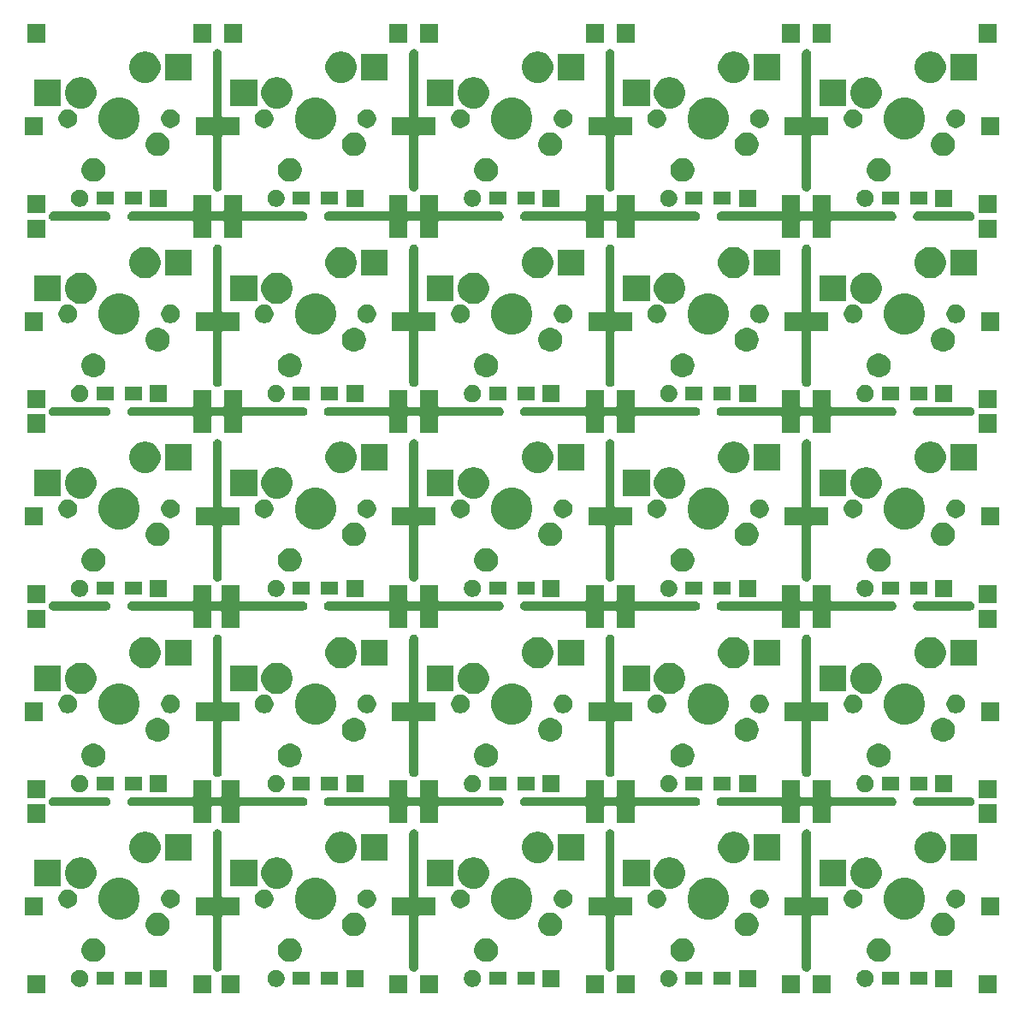
<source format=gbs>
G04 #@! TF.GenerationSoftware,KiCad,Pcbnew,(5.1.5)-3*
G04 #@! TF.CreationDate,2020-12-04T16:21:17+08:00*
G04 #@! TF.ProjectId,switch breakout,73776974-6368-4206-9272-65616b6f7574,rev?*
G04 #@! TF.SameCoordinates,Original*
G04 #@! TF.FileFunction,Soldermask,Bot*
G04 #@! TF.FilePolarity,Negative*
%FSLAX46Y46*%
G04 Gerber Fmt 4.6, Leading zero omitted, Abs format (unit mm)*
G04 Created by KiCad (PCBNEW (5.1.5)-3) date 2020-12-04 16:21:17*
%MOMM*%
%LPD*%
G04 APERTURE LIST*
%ADD10C,0.100000*%
G04 APERTURE END LIST*
D10*
G36*
X32778000Y-111613250D02*
G01*
X30976000Y-111613250D01*
X30976000Y-109811250D01*
X32778000Y-109811250D01*
X32778000Y-111613250D01*
G37*
G36*
X74688000Y-111613250D02*
G01*
X72886000Y-111613250D01*
X72886000Y-109811250D01*
X74688000Y-109811250D01*
X74688000Y-111613250D01*
G37*
G36*
X16395000Y-111613250D02*
G01*
X14593000Y-111613250D01*
X14593000Y-109811250D01*
X16395000Y-109811250D01*
X16395000Y-111613250D01*
G37*
G36*
X91071000Y-111613250D02*
G01*
X89269000Y-111613250D01*
X89269000Y-109811250D01*
X91071000Y-109811250D01*
X91071000Y-111613250D01*
G37*
G36*
X35572000Y-111613250D02*
G01*
X33770000Y-111613250D01*
X33770000Y-109811250D01*
X35572000Y-109811250D01*
X35572000Y-111613250D01*
G37*
G36*
X52209000Y-111613250D02*
G01*
X50407000Y-111613250D01*
X50407000Y-109811250D01*
X52209000Y-109811250D01*
X52209000Y-111613250D01*
G37*
G36*
X110502000Y-111613250D02*
G01*
X108700000Y-111613250D01*
X108700000Y-109811250D01*
X110502000Y-109811250D01*
X110502000Y-111613250D01*
G37*
G36*
X55257000Y-111613250D02*
G01*
X53455000Y-111613250D01*
X53455000Y-109811250D01*
X55257000Y-109811250D01*
X55257000Y-111613250D01*
G37*
G36*
X71640000Y-111613250D02*
G01*
X69838000Y-111613250D01*
X69838000Y-109811250D01*
X71640000Y-109811250D01*
X71640000Y-111613250D01*
G37*
G36*
X94119000Y-111613250D02*
G01*
X92317000Y-111613250D01*
X92317000Y-109811250D01*
X94119000Y-109811250D01*
X94119000Y-111613250D01*
G37*
G36*
X97736479Y-109322453D02*
G01*
X97891351Y-109386603D01*
X98030732Y-109479735D01*
X98149266Y-109598269D01*
X98242398Y-109737650D01*
X98306548Y-109892522D01*
X98339251Y-110056934D01*
X98339251Y-110224566D01*
X98306548Y-110388978D01*
X98242398Y-110543850D01*
X98149266Y-110683231D01*
X98030732Y-110801765D01*
X97891351Y-110894897D01*
X97736479Y-110959047D01*
X97572067Y-110991750D01*
X97404435Y-110991750D01*
X97240023Y-110959047D01*
X97085151Y-110894897D01*
X96945770Y-110801765D01*
X96827236Y-110683231D01*
X96734104Y-110543850D01*
X96669954Y-110388978D01*
X96637251Y-110224566D01*
X96637251Y-110056934D01*
X96669954Y-109892522D01*
X96734104Y-109737650D01*
X96827236Y-109598269D01*
X96945770Y-109479735D01*
X97085151Y-109386603D01*
X97240023Y-109322453D01*
X97404435Y-109289750D01*
X97572067Y-109289750D01*
X97736479Y-109322453D01*
G37*
G36*
X67277251Y-110991750D02*
G01*
X65575251Y-110991750D01*
X65575251Y-109289750D01*
X67277251Y-109289750D01*
X67277251Y-110991750D01*
G37*
G36*
X58874479Y-109322453D02*
G01*
X59029351Y-109386603D01*
X59168732Y-109479735D01*
X59287266Y-109598269D01*
X59380398Y-109737650D01*
X59444548Y-109892522D01*
X59477251Y-110056934D01*
X59477251Y-110224566D01*
X59444548Y-110388978D01*
X59380398Y-110543850D01*
X59287266Y-110683231D01*
X59168732Y-110801765D01*
X59029351Y-110894897D01*
X58874479Y-110959047D01*
X58710067Y-110991750D01*
X58542435Y-110991750D01*
X58378023Y-110959047D01*
X58223151Y-110894897D01*
X58083770Y-110801765D01*
X57965236Y-110683231D01*
X57872104Y-110543850D01*
X57807954Y-110388978D01*
X57775251Y-110224566D01*
X57775251Y-110056934D01*
X57807954Y-109892522D01*
X57872104Y-109737650D01*
X57965236Y-109598269D01*
X58083770Y-109479735D01*
X58223151Y-109386603D01*
X58378023Y-109322453D01*
X58542435Y-109289750D01*
X58710067Y-109289750D01*
X58874479Y-109322453D01*
G37*
G36*
X47846251Y-110991750D02*
G01*
X46144251Y-110991750D01*
X46144251Y-109289750D01*
X47846251Y-109289750D01*
X47846251Y-110991750D01*
G37*
G36*
X39443479Y-109322453D02*
G01*
X39598351Y-109386603D01*
X39737732Y-109479735D01*
X39856266Y-109598269D01*
X39949398Y-109737650D01*
X40013548Y-109892522D01*
X40046251Y-110056934D01*
X40046251Y-110224566D01*
X40013548Y-110388978D01*
X39949398Y-110543850D01*
X39856266Y-110683231D01*
X39737732Y-110801765D01*
X39598351Y-110894897D01*
X39443479Y-110959047D01*
X39279067Y-110991750D01*
X39111435Y-110991750D01*
X38947023Y-110959047D01*
X38792151Y-110894897D01*
X38652770Y-110801765D01*
X38534236Y-110683231D01*
X38441104Y-110543850D01*
X38376954Y-110388978D01*
X38344251Y-110224566D01*
X38344251Y-110056934D01*
X38376954Y-109892522D01*
X38441104Y-109737650D01*
X38534236Y-109598269D01*
X38652770Y-109479735D01*
X38792151Y-109386603D01*
X38947023Y-109322453D01*
X39111435Y-109289750D01*
X39279067Y-109289750D01*
X39443479Y-109322453D01*
G37*
G36*
X20007228Y-109322453D02*
G01*
X20162100Y-109386603D01*
X20301481Y-109479735D01*
X20420015Y-109598269D01*
X20513147Y-109737650D01*
X20577297Y-109892522D01*
X20610000Y-110056934D01*
X20610000Y-110224566D01*
X20577297Y-110388978D01*
X20513147Y-110543850D01*
X20420015Y-110683231D01*
X20301481Y-110801765D01*
X20162100Y-110894897D01*
X20007228Y-110959047D01*
X19842816Y-110991750D01*
X19675184Y-110991750D01*
X19510772Y-110959047D01*
X19355900Y-110894897D01*
X19216519Y-110801765D01*
X19097985Y-110683231D01*
X19004853Y-110543850D01*
X18940703Y-110388978D01*
X18908000Y-110224566D01*
X18908000Y-110056934D01*
X18940703Y-109892522D01*
X19004853Y-109737650D01*
X19097985Y-109598269D01*
X19216519Y-109479735D01*
X19355900Y-109386603D01*
X19510772Y-109322453D01*
X19675184Y-109289750D01*
X19842816Y-109289750D01*
X20007228Y-109322453D01*
G37*
G36*
X28410000Y-110991750D02*
G01*
X26708000Y-110991750D01*
X26708000Y-109289750D01*
X28410000Y-109289750D01*
X28410000Y-110991750D01*
G37*
G36*
X106139251Y-110991750D02*
G01*
X104437251Y-110991750D01*
X104437251Y-109289750D01*
X106139251Y-109289750D01*
X106139251Y-110991750D01*
G37*
G36*
X86708251Y-110991750D02*
G01*
X85006251Y-110991750D01*
X85006251Y-109289750D01*
X86708251Y-109289750D01*
X86708251Y-110991750D01*
G37*
G36*
X78305479Y-109322453D02*
G01*
X78460351Y-109386603D01*
X78599732Y-109479735D01*
X78718266Y-109598269D01*
X78811398Y-109737650D01*
X78875548Y-109892522D01*
X78908251Y-110056934D01*
X78908251Y-110224566D01*
X78875548Y-110388978D01*
X78811398Y-110543850D01*
X78718266Y-110683231D01*
X78599732Y-110801765D01*
X78460351Y-110894897D01*
X78305479Y-110959047D01*
X78141067Y-110991750D01*
X77973435Y-110991750D01*
X77809023Y-110959047D01*
X77654151Y-110894897D01*
X77514770Y-110801765D01*
X77396236Y-110683231D01*
X77303104Y-110543850D01*
X77238954Y-110388978D01*
X77206251Y-110224566D01*
X77206251Y-110056934D01*
X77238954Y-109892522D01*
X77303104Y-109737650D01*
X77396236Y-109598269D01*
X77514770Y-109479735D01*
X77654151Y-109386603D01*
X77809023Y-109322453D01*
X77973435Y-109289750D01*
X78141067Y-109289750D01*
X78305479Y-109322453D01*
G37*
G36*
X64777251Y-110791750D02*
G01*
X63075251Y-110791750D01*
X63075251Y-109489750D01*
X64777251Y-109489750D01*
X64777251Y-110791750D01*
G37*
G36*
X61977251Y-110791750D02*
G01*
X60275251Y-110791750D01*
X60275251Y-109489750D01*
X61977251Y-109489750D01*
X61977251Y-110791750D01*
G37*
G36*
X42546251Y-110791750D02*
G01*
X40844251Y-110791750D01*
X40844251Y-109489750D01*
X42546251Y-109489750D01*
X42546251Y-110791750D01*
G37*
G36*
X45346251Y-110791750D02*
G01*
X43644251Y-110791750D01*
X43644251Y-109489750D01*
X45346251Y-109489750D01*
X45346251Y-110791750D01*
G37*
G36*
X100839251Y-110791750D02*
G01*
X99137251Y-110791750D01*
X99137251Y-109489750D01*
X100839251Y-109489750D01*
X100839251Y-110791750D01*
G37*
G36*
X103639251Y-110791750D02*
G01*
X101937251Y-110791750D01*
X101937251Y-109489750D01*
X103639251Y-109489750D01*
X103639251Y-110791750D01*
G37*
G36*
X23110000Y-110791750D02*
G01*
X21408000Y-110791750D01*
X21408000Y-109489750D01*
X23110000Y-109489750D01*
X23110000Y-110791750D01*
G37*
G36*
X84208251Y-110791750D02*
G01*
X82506251Y-110791750D01*
X82506251Y-109489750D01*
X84208251Y-109489750D01*
X84208251Y-110791750D01*
G37*
G36*
X25910000Y-110791750D02*
G01*
X24208000Y-110791750D01*
X24208000Y-109489750D01*
X25910000Y-109489750D01*
X25910000Y-110791750D01*
G37*
G36*
X81408251Y-110791750D02*
G01*
X79706251Y-110791750D01*
X79706251Y-109489750D01*
X81408251Y-109489750D01*
X81408251Y-110791750D01*
G37*
G36*
X72350176Y-95380435D02*
G01*
X72434002Y-95405864D01*
X72511257Y-95447157D01*
X72511258Y-95447158D01*
X72511260Y-95447159D01*
X72578972Y-95502728D01*
X72634541Y-95570440D01*
X72634543Y-95570443D01*
X72675836Y-95647698D01*
X72701265Y-95731524D01*
X72701265Y-95731526D01*
X72707700Y-95796860D01*
X72707700Y-101994465D01*
X72710102Y-102018851D01*
X72717215Y-102042300D01*
X72728766Y-102063911D01*
X72744311Y-102082853D01*
X72763253Y-102098398D01*
X72784864Y-102109949D01*
X72808313Y-102117062D01*
X72832699Y-102119464D01*
X74434000Y-102119464D01*
X74434000Y-103921464D01*
X72832699Y-103921464D01*
X72808313Y-103923866D01*
X72784864Y-103930979D01*
X72763253Y-103942530D01*
X72744311Y-103958075D01*
X72728766Y-103977017D01*
X72717215Y-103998628D01*
X72710102Y-104022077D01*
X72707700Y-104046463D01*
X72707700Y-109053140D01*
X72701265Y-109118476D01*
X72675836Y-109202302D01*
X72634543Y-109279557D01*
X72634541Y-109279560D01*
X72578972Y-109347271D01*
X72511259Y-109402841D01*
X72511257Y-109402842D01*
X72511256Y-109402843D01*
X72434001Y-109444136D01*
X72350175Y-109469565D01*
X72263000Y-109478151D01*
X72175824Y-109469565D01*
X72091998Y-109444136D01*
X72014743Y-109402843D01*
X72014742Y-109402842D01*
X72014740Y-109402841D01*
X71947029Y-109347272D01*
X71891459Y-109279559D01*
X71850165Y-109202302D01*
X71850164Y-109202301D01*
X71824735Y-109118475D01*
X71818300Y-109053139D01*
X71818300Y-104046463D01*
X71815898Y-104022077D01*
X71808785Y-103998628D01*
X71797234Y-103977017D01*
X71781689Y-103958075D01*
X71762747Y-103942530D01*
X71741136Y-103930979D01*
X71717687Y-103923866D01*
X71693301Y-103921464D01*
X70092000Y-103921464D01*
X70092000Y-102119464D01*
X71693302Y-102119464D01*
X71717688Y-102117062D01*
X71741137Y-102109949D01*
X71762748Y-102098398D01*
X71781690Y-102082853D01*
X71797235Y-102063911D01*
X71808786Y-102042300D01*
X71815899Y-102018851D01*
X71818301Y-101994465D01*
X71818301Y-95796860D01*
X71824736Y-95731526D01*
X71824736Y-95731524D01*
X71850165Y-95647698D01*
X71891458Y-95570443D01*
X71891460Y-95570440D01*
X71947029Y-95502728D01*
X72014741Y-95447159D01*
X72014743Y-95447158D01*
X72014744Y-95447157D01*
X72091999Y-95405864D01*
X72175825Y-95380435D01*
X72263000Y-95371849D01*
X72350176Y-95380435D01*
G37*
G36*
X52919176Y-95380435D02*
G01*
X53003002Y-95405864D01*
X53080257Y-95447157D01*
X53080258Y-95447158D01*
X53080260Y-95447159D01*
X53147972Y-95502728D01*
X53203541Y-95570440D01*
X53203543Y-95570443D01*
X53244836Y-95647698D01*
X53270265Y-95731524D01*
X53270265Y-95731526D01*
X53276700Y-95796860D01*
X53276700Y-101994465D01*
X53279102Y-102018851D01*
X53286215Y-102042300D01*
X53297766Y-102063911D01*
X53313311Y-102082853D01*
X53332253Y-102098398D01*
X53353864Y-102109949D01*
X53377313Y-102117062D01*
X53401699Y-102119464D01*
X55003000Y-102119464D01*
X55003000Y-103921464D01*
X53401699Y-103921464D01*
X53377313Y-103923866D01*
X53353864Y-103930979D01*
X53332253Y-103942530D01*
X53313311Y-103958075D01*
X53297766Y-103977017D01*
X53286215Y-103998628D01*
X53279102Y-104022077D01*
X53276700Y-104046463D01*
X53276700Y-109053140D01*
X53270265Y-109118476D01*
X53244836Y-109202302D01*
X53203543Y-109279557D01*
X53203541Y-109279560D01*
X53147972Y-109347271D01*
X53080259Y-109402841D01*
X53080257Y-109402842D01*
X53080256Y-109402843D01*
X53003001Y-109444136D01*
X52919175Y-109469565D01*
X52832000Y-109478151D01*
X52744824Y-109469565D01*
X52660998Y-109444136D01*
X52583743Y-109402843D01*
X52583742Y-109402842D01*
X52583740Y-109402841D01*
X52516029Y-109347272D01*
X52460459Y-109279559D01*
X52419165Y-109202302D01*
X52419164Y-109202301D01*
X52393735Y-109118475D01*
X52387300Y-109053139D01*
X52387300Y-104046463D01*
X52384898Y-104022077D01*
X52377785Y-103998628D01*
X52366234Y-103977017D01*
X52350689Y-103958075D01*
X52331747Y-103942530D01*
X52310136Y-103930979D01*
X52286687Y-103923866D01*
X52262301Y-103921464D01*
X50661000Y-103921464D01*
X50661000Y-102119464D01*
X52262302Y-102119464D01*
X52286688Y-102117062D01*
X52310137Y-102109949D01*
X52331748Y-102098398D01*
X52350690Y-102082853D01*
X52366235Y-102063911D01*
X52377786Y-102042300D01*
X52384899Y-102018851D01*
X52387301Y-101994465D01*
X52387301Y-95796860D01*
X52393736Y-95731526D01*
X52393736Y-95731524D01*
X52419165Y-95647698D01*
X52460458Y-95570443D01*
X52460460Y-95570440D01*
X52516029Y-95502728D01*
X52583741Y-95447159D01*
X52583743Y-95447158D01*
X52583744Y-95447157D01*
X52660999Y-95405864D01*
X52744825Y-95380435D01*
X52832000Y-95371849D01*
X52919176Y-95380435D01*
G37*
G36*
X91781176Y-95380435D02*
G01*
X91865002Y-95405864D01*
X91942257Y-95447157D01*
X91942258Y-95447158D01*
X91942260Y-95447159D01*
X92009972Y-95502728D01*
X92065541Y-95570440D01*
X92065543Y-95570443D01*
X92106836Y-95647698D01*
X92132265Y-95731524D01*
X92132265Y-95731526D01*
X92138700Y-95796860D01*
X92138700Y-101994465D01*
X92141102Y-102018851D01*
X92148215Y-102042300D01*
X92159766Y-102063911D01*
X92175311Y-102082853D01*
X92194253Y-102098398D01*
X92215864Y-102109949D01*
X92239313Y-102117062D01*
X92263699Y-102119464D01*
X93865000Y-102119464D01*
X93865000Y-103921464D01*
X92263699Y-103921464D01*
X92239313Y-103923866D01*
X92215864Y-103930979D01*
X92194253Y-103942530D01*
X92175311Y-103958075D01*
X92159766Y-103977017D01*
X92148215Y-103998628D01*
X92141102Y-104022077D01*
X92138700Y-104046463D01*
X92138700Y-109053140D01*
X92132265Y-109118476D01*
X92106836Y-109202302D01*
X92065543Y-109279557D01*
X92065541Y-109279560D01*
X92009972Y-109347271D01*
X91942259Y-109402841D01*
X91942257Y-109402842D01*
X91942256Y-109402843D01*
X91865001Y-109444136D01*
X91781175Y-109469565D01*
X91694000Y-109478151D01*
X91606824Y-109469565D01*
X91522998Y-109444136D01*
X91445743Y-109402843D01*
X91445742Y-109402842D01*
X91445740Y-109402841D01*
X91378029Y-109347272D01*
X91322459Y-109279559D01*
X91281165Y-109202302D01*
X91281164Y-109202301D01*
X91255735Y-109118475D01*
X91249300Y-109053139D01*
X91249300Y-104046463D01*
X91246898Y-104022077D01*
X91239785Y-103998628D01*
X91228234Y-103977017D01*
X91212689Y-103958075D01*
X91193747Y-103942530D01*
X91172136Y-103930979D01*
X91148687Y-103923866D01*
X91124301Y-103921464D01*
X89523000Y-103921464D01*
X89523000Y-102119464D01*
X91124302Y-102119464D01*
X91148688Y-102117062D01*
X91172137Y-102109949D01*
X91193748Y-102098398D01*
X91212690Y-102082853D01*
X91228235Y-102063911D01*
X91239786Y-102042300D01*
X91246899Y-102018851D01*
X91249301Y-101994465D01*
X91249301Y-95796860D01*
X91255736Y-95731526D01*
X91255736Y-95731524D01*
X91281165Y-95647698D01*
X91322458Y-95570443D01*
X91322460Y-95570440D01*
X91378029Y-95502728D01*
X91445741Y-95447159D01*
X91445743Y-95447158D01*
X91445744Y-95447157D01*
X91522999Y-95405864D01*
X91606825Y-95380435D01*
X91694000Y-95371849D01*
X91781176Y-95380435D01*
G37*
G36*
X33488176Y-95380435D02*
G01*
X33572002Y-95405864D01*
X33649257Y-95447157D01*
X33649258Y-95447158D01*
X33649260Y-95447159D01*
X33716972Y-95502728D01*
X33772541Y-95570440D01*
X33772543Y-95570443D01*
X33813836Y-95647698D01*
X33839265Y-95731524D01*
X33839265Y-95731526D01*
X33845700Y-95796860D01*
X33845700Y-101994465D01*
X33848102Y-102018851D01*
X33855215Y-102042300D01*
X33866766Y-102063911D01*
X33882311Y-102082853D01*
X33901253Y-102098398D01*
X33922864Y-102109949D01*
X33946313Y-102117062D01*
X33970699Y-102119464D01*
X35572000Y-102119464D01*
X35572000Y-103921464D01*
X33970699Y-103921464D01*
X33946313Y-103923866D01*
X33922864Y-103930979D01*
X33901253Y-103942530D01*
X33882311Y-103958075D01*
X33866766Y-103977017D01*
X33855215Y-103998628D01*
X33848102Y-104022077D01*
X33845700Y-104046463D01*
X33845700Y-109053140D01*
X33839265Y-109118476D01*
X33813836Y-109202302D01*
X33772543Y-109279557D01*
X33772541Y-109279560D01*
X33716972Y-109347271D01*
X33649259Y-109402841D01*
X33649257Y-109402842D01*
X33649256Y-109402843D01*
X33572001Y-109444136D01*
X33488175Y-109469565D01*
X33401000Y-109478151D01*
X33313824Y-109469565D01*
X33229998Y-109444136D01*
X33152743Y-109402843D01*
X33152742Y-109402842D01*
X33152740Y-109402841D01*
X33085029Y-109347272D01*
X33029459Y-109279559D01*
X32988165Y-109202302D01*
X32988164Y-109202301D01*
X32962735Y-109118475D01*
X32956300Y-109053139D01*
X32956300Y-104046463D01*
X32953898Y-104022077D01*
X32946785Y-103998628D01*
X32935234Y-103977017D01*
X32919689Y-103958075D01*
X32900747Y-103942530D01*
X32879136Y-103930979D01*
X32855687Y-103923866D01*
X32831301Y-103921464D01*
X31230000Y-103921464D01*
X31230000Y-102119464D01*
X32831302Y-102119464D01*
X32855688Y-102117062D01*
X32879137Y-102109949D01*
X32900748Y-102098398D01*
X32919690Y-102082853D01*
X32935235Y-102063911D01*
X32946786Y-102042300D01*
X32953899Y-102018851D01*
X32956301Y-101994465D01*
X32956301Y-95796860D01*
X32962736Y-95731526D01*
X32962736Y-95731524D01*
X32988165Y-95647698D01*
X33029458Y-95570443D01*
X33029460Y-95570440D01*
X33085029Y-95502728D01*
X33152741Y-95447159D01*
X33152743Y-95447158D01*
X33152744Y-95447157D01*
X33229999Y-95405864D01*
X33313825Y-95380435D01*
X33401000Y-95371849D01*
X33488176Y-95380435D01*
G37*
G36*
X79608811Y-106178814D02*
G01*
X79760278Y-106208943D01*
X79974296Y-106297592D01*
X79974297Y-106297593D01*
X80166905Y-106426289D01*
X80330712Y-106590096D01*
X80416509Y-106718501D01*
X80459409Y-106782705D01*
X80548058Y-106996723D01*
X80593251Y-107223924D01*
X80593251Y-107455576D01*
X80548058Y-107682777D01*
X80459409Y-107896795D01*
X80459408Y-107896796D01*
X80330712Y-108089404D01*
X80166905Y-108253211D01*
X80038500Y-108339008D01*
X79974296Y-108381908D01*
X79760278Y-108470557D01*
X79608811Y-108500686D01*
X79533078Y-108515750D01*
X79301424Y-108515750D01*
X79225691Y-108500686D01*
X79074224Y-108470557D01*
X78860206Y-108381908D01*
X78796002Y-108339008D01*
X78667597Y-108253211D01*
X78503790Y-108089404D01*
X78375094Y-107896796D01*
X78375093Y-107896795D01*
X78286444Y-107682777D01*
X78241251Y-107455576D01*
X78241251Y-107223924D01*
X78286444Y-106996723D01*
X78375093Y-106782705D01*
X78417993Y-106718501D01*
X78503790Y-106590096D01*
X78667597Y-106426289D01*
X78860205Y-106297593D01*
X78860206Y-106297592D01*
X79074224Y-106208943D01*
X79225691Y-106178814D01*
X79301424Y-106163750D01*
X79533078Y-106163750D01*
X79608811Y-106178814D01*
G37*
G36*
X40746811Y-106178814D02*
G01*
X40898278Y-106208943D01*
X41112296Y-106297592D01*
X41112297Y-106297593D01*
X41304905Y-106426289D01*
X41468712Y-106590096D01*
X41554509Y-106718501D01*
X41597409Y-106782705D01*
X41686058Y-106996723D01*
X41731251Y-107223924D01*
X41731251Y-107455576D01*
X41686058Y-107682777D01*
X41597409Y-107896795D01*
X41597408Y-107896796D01*
X41468712Y-108089404D01*
X41304905Y-108253211D01*
X41176500Y-108339008D01*
X41112296Y-108381908D01*
X40898278Y-108470557D01*
X40746811Y-108500686D01*
X40671078Y-108515750D01*
X40439424Y-108515750D01*
X40363691Y-108500686D01*
X40212224Y-108470557D01*
X39998206Y-108381908D01*
X39934002Y-108339008D01*
X39805597Y-108253211D01*
X39641790Y-108089404D01*
X39513094Y-107896796D01*
X39513093Y-107896795D01*
X39424444Y-107682777D01*
X39379251Y-107455576D01*
X39379251Y-107223924D01*
X39424444Y-106996723D01*
X39513093Y-106782705D01*
X39555993Y-106718501D01*
X39641790Y-106590096D01*
X39805597Y-106426289D01*
X39998205Y-106297593D01*
X39998206Y-106297592D01*
X40212224Y-106208943D01*
X40363691Y-106178814D01*
X40439424Y-106163750D01*
X40671078Y-106163750D01*
X40746811Y-106178814D01*
G37*
G36*
X21315811Y-106178814D02*
G01*
X21467278Y-106208943D01*
X21681296Y-106297592D01*
X21681297Y-106297593D01*
X21873905Y-106426289D01*
X22037712Y-106590096D01*
X22123509Y-106718501D01*
X22166409Y-106782705D01*
X22255058Y-106996723D01*
X22300251Y-107223924D01*
X22300251Y-107455576D01*
X22255058Y-107682777D01*
X22166409Y-107896795D01*
X22166408Y-107896796D01*
X22037712Y-108089404D01*
X21873905Y-108253211D01*
X21745500Y-108339008D01*
X21681296Y-108381908D01*
X21467278Y-108470557D01*
X21315811Y-108500686D01*
X21240078Y-108515750D01*
X21008424Y-108515750D01*
X20932691Y-108500686D01*
X20781224Y-108470557D01*
X20567206Y-108381908D01*
X20503002Y-108339008D01*
X20374597Y-108253211D01*
X20210790Y-108089404D01*
X20082094Y-107896796D01*
X20082093Y-107896795D01*
X19993444Y-107682777D01*
X19948251Y-107455576D01*
X19948251Y-107223924D01*
X19993444Y-106996723D01*
X20082093Y-106782705D01*
X20124993Y-106718501D01*
X20210790Y-106590096D01*
X20374597Y-106426289D01*
X20567205Y-106297593D01*
X20567206Y-106297592D01*
X20781224Y-106208943D01*
X20932691Y-106178814D01*
X21008424Y-106163750D01*
X21240078Y-106163750D01*
X21315811Y-106178814D01*
G37*
G36*
X99039811Y-106178814D02*
G01*
X99191278Y-106208943D01*
X99405296Y-106297592D01*
X99405297Y-106297593D01*
X99597905Y-106426289D01*
X99761712Y-106590096D01*
X99847509Y-106718501D01*
X99890409Y-106782705D01*
X99979058Y-106996723D01*
X100024251Y-107223924D01*
X100024251Y-107455576D01*
X99979058Y-107682777D01*
X99890409Y-107896795D01*
X99890408Y-107896796D01*
X99761712Y-108089404D01*
X99597905Y-108253211D01*
X99469500Y-108339008D01*
X99405296Y-108381908D01*
X99191278Y-108470557D01*
X99039811Y-108500686D01*
X98964078Y-108515750D01*
X98732424Y-108515750D01*
X98656691Y-108500686D01*
X98505224Y-108470557D01*
X98291206Y-108381908D01*
X98227002Y-108339008D01*
X98098597Y-108253211D01*
X97934790Y-108089404D01*
X97806094Y-107896796D01*
X97806093Y-107896795D01*
X97717444Y-107682777D01*
X97672251Y-107455576D01*
X97672251Y-107223924D01*
X97717444Y-106996723D01*
X97806093Y-106782705D01*
X97848993Y-106718501D01*
X97934790Y-106590096D01*
X98098597Y-106426289D01*
X98291205Y-106297593D01*
X98291206Y-106297592D01*
X98505224Y-106208943D01*
X98656691Y-106178814D01*
X98732424Y-106163750D01*
X98964078Y-106163750D01*
X99039811Y-106178814D01*
G37*
G36*
X60177811Y-106178814D02*
G01*
X60329278Y-106208943D01*
X60543296Y-106297592D01*
X60543297Y-106297593D01*
X60735905Y-106426289D01*
X60899712Y-106590096D01*
X60985509Y-106718501D01*
X61028409Y-106782705D01*
X61117058Y-106996723D01*
X61162251Y-107223924D01*
X61162251Y-107455576D01*
X61117058Y-107682777D01*
X61028409Y-107896795D01*
X61028408Y-107896796D01*
X60899712Y-108089404D01*
X60735905Y-108253211D01*
X60607500Y-108339008D01*
X60543296Y-108381908D01*
X60329278Y-108470557D01*
X60177811Y-108500686D01*
X60102078Y-108515750D01*
X59870424Y-108515750D01*
X59794691Y-108500686D01*
X59643224Y-108470557D01*
X59429206Y-108381908D01*
X59365002Y-108339008D01*
X59236597Y-108253211D01*
X59072790Y-108089404D01*
X58944094Y-107896796D01*
X58944093Y-107896795D01*
X58855444Y-107682777D01*
X58810251Y-107455576D01*
X58810251Y-107223924D01*
X58855444Y-106996723D01*
X58944093Y-106782705D01*
X58986993Y-106718501D01*
X59072790Y-106590096D01*
X59236597Y-106426289D01*
X59429205Y-106297593D01*
X59429206Y-106297592D01*
X59643224Y-106208943D01*
X59794691Y-106178814D01*
X59870424Y-106163750D01*
X60102078Y-106163750D01*
X60177811Y-106178814D01*
G37*
G36*
X85958811Y-103638814D02*
G01*
X86110278Y-103668943D01*
X86324296Y-103757592D01*
X86324297Y-103757593D01*
X86516905Y-103886289D01*
X86680712Y-104050096D01*
X86695292Y-104071917D01*
X86809409Y-104242705D01*
X86898058Y-104456723D01*
X86943251Y-104683924D01*
X86943251Y-104915576D01*
X86898058Y-105142777D01*
X86809409Y-105356795D01*
X86809408Y-105356796D01*
X86680712Y-105549404D01*
X86516905Y-105713211D01*
X86388500Y-105799008D01*
X86324296Y-105841908D01*
X86110278Y-105930557D01*
X85958811Y-105960686D01*
X85883078Y-105975750D01*
X85651424Y-105975750D01*
X85575691Y-105960686D01*
X85424224Y-105930557D01*
X85210206Y-105841908D01*
X85146002Y-105799008D01*
X85017597Y-105713211D01*
X84853790Y-105549404D01*
X84725094Y-105356796D01*
X84725093Y-105356795D01*
X84636444Y-105142777D01*
X84591251Y-104915576D01*
X84591251Y-104683924D01*
X84636444Y-104456723D01*
X84725093Y-104242705D01*
X84839210Y-104071917D01*
X84853790Y-104050096D01*
X85017597Y-103886289D01*
X85210205Y-103757593D01*
X85210206Y-103757592D01*
X85424224Y-103668943D01*
X85575691Y-103638814D01*
X85651424Y-103623750D01*
X85883078Y-103623750D01*
X85958811Y-103638814D01*
G37*
G36*
X27665811Y-103638814D02*
G01*
X27817278Y-103668943D01*
X28031296Y-103757592D01*
X28031297Y-103757593D01*
X28223905Y-103886289D01*
X28387712Y-104050096D01*
X28402292Y-104071917D01*
X28516409Y-104242705D01*
X28605058Y-104456723D01*
X28650251Y-104683924D01*
X28650251Y-104915576D01*
X28605058Y-105142777D01*
X28516409Y-105356795D01*
X28516408Y-105356796D01*
X28387712Y-105549404D01*
X28223905Y-105713211D01*
X28095500Y-105799008D01*
X28031296Y-105841908D01*
X27817278Y-105930557D01*
X27665811Y-105960686D01*
X27590078Y-105975750D01*
X27358424Y-105975750D01*
X27282691Y-105960686D01*
X27131224Y-105930557D01*
X26917206Y-105841908D01*
X26853002Y-105799008D01*
X26724597Y-105713211D01*
X26560790Y-105549404D01*
X26432094Y-105356796D01*
X26432093Y-105356795D01*
X26343444Y-105142777D01*
X26298251Y-104915576D01*
X26298251Y-104683924D01*
X26343444Y-104456723D01*
X26432093Y-104242705D01*
X26546210Y-104071917D01*
X26560790Y-104050096D01*
X26724597Y-103886289D01*
X26917205Y-103757593D01*
X26917206Y-103757592D01*
X27131224Y-103668943D01*
X27282691Y-103638814D01*
X27358424Y-103623750D01*
X27590078Y-103623750D01*
X27665811Y-103638814D01*
G37*
G36*
X47096811Y-103638814D02*
G01*
X47248278Y-103668943D01*
X47462296Y-103757592D01*
X47462297Y-103757593D01*
X47654905Y-103886289D01*
X47818712Y-104050096D01*
X47833292Y-104071917D01*
X47947409Y-104242705D01*
X48036058Y-104456723D01*
X48081251Y-104683924D01*
X48081251Y-104915576D01*
X48036058Y-105142777D01*
X47947409Y-105356795D01*
X47947408Y-105356796D01*
X47818712Y-105549404D01*
X47654905Y-105713211D01*
X47526500Y-105799008D01*
X47462296Y-105841908D01*
X47248278Y-105930557D01*
X47096811Y-105960686D01*
X47021078Y-105975750D01*
X46789424Y-105975750D01*
X46713691Y-105960686D01*
X46562224Y-105930557D01*
X46348206Y-105841908D01*
X46284002Y-105799008D01*
X46155597Y-105713211D01*
X45991790Y-105549404D01*
X45863094Y-105356796D01*
X45863093Y-105356795D01*
X45774444Y-105142777D01*
X45729251Y-104915576D01*
X45729251Y-104683924D01*
X45774444Y-104456723D01*
X45863093Y-104242705D01*
X45977210Y-104071917D01*
X45991790Y-104050096D01*
X46155597Y-103886289D01*
X46348205Y-103757593D01*
X46348206Y-103757592D01*
X46562224Y-103668943D01*
X46713691Y-103638814D01*
X46789424Y-103623750D01*
X47021078Y-103623750D01*
X47096811Y-103638814D01*
G37*
G36*
X66527811Y-103638814D02*
G01*
X66679278Y-103668943D01*
X66893296Y-103757592D01*
X66893297Y-103757593D01*
X67085905Y-103886289D01*
X67249712Y-104050096D01*
X67264292Y-104071917D01*
X67378409Y-104242705D01*
X67467058Y-104456723D01*
X67512251Y-104683924D01*
X67512251Y-104915576D01*
X67467058Y-105142777D01*
X67378409Y-105356795D01*
X67378408Y-105356796D01*
X67249712Y-105549404D01*
X67085905Y-105713211D01*
X66957500Y-105799008D01*
X66893296Y-105841908D01*
X66679278Y-105930557D01*
X66527811Y-105960686D01*
X66452078Y-105975750D01*
X66220424Y-105975750D01*
X66144691Y-105960686D01*
X65993224Y-105930557D01*
X65779206Y-105841908D01*
X65715002Y-105799008D01*
X65586597Y-105713211D01*
X65422790Y-105549404D01*
X65294094Y-105356796D01*
X65294093Y-105356795D01*
X65205444Y-105142777D01*
X65160251Y-104915576D01*
X65160251Y-104683924D01*
X65205444Y-104456723D01*
X65294093Y-104242705D01*
X65408210Y-104071917D01*
X65422790Y-104050096D01*
X65586597Y-103886289D01*
X65779205Y-103757593D01*
X65779206Y-103757592D01*
X65993224Y-103668943D01*
X66144691Y-103638814D01*
X66220424Y-103623750D01*
X66452078Y-103623750D01*
X66527811Y-103638814D01*
G37*
G36*
X105389811Y-103638814D02*
G01*
X105541278Y-103668943D01*
X105755296Y-103757592D01*
X105755297Y-103757593D01*
X105947905Y-103886289D01*
X106111712Y-104050096D01*
X106126292Y-104071917D01*
X106240409Y-104242705D01*
X106329058Y-104456723D01*
X106374251Y-104683924D01*
X106374251Y-104915576D01*
X106329058Y-105142777D01*
X106240409Y-105356795D01*
X106240408Y-105356796D01*
X106111712Y-105549404D01*
X105947905Y-105713211D01*
X105819500Y-105799008D01*
X105755296Y-105841908D01*
X105541278Y-105930557D01*
X105389811Y-105960686D01*
X105314078Y-105975750D01*
X105082424Y-105975750D01*
X105006691Y-105960686D01*
X104855224Y-105930557D01*
X104641206Y-105841908D01*
X104577002Y-105799008D01*
X104448597Y-105713211D01*
X104284790Y-105549404D01*
X104156094Y-105356796D01*
X104156093Y-105356795D01*
X104067444Y-105142777D01*
X104022251Y-104915576D01*
X104022251Y-104683924D01*
X104067444Y-104456723D01*
X104156093Y-104242705D01*
X104270210Y-104071917D01*
X104284790Y-104050096D01*
X104448597Y-103886289D01*
X104641205Y-103757593D01*
X104641206Y-103757592D01*
X104855224Y-103668943D01*
X105006691Y-103638814D01*
X105082424Y-103623750D01*
X105314078Y-103623750D01*
X105389811Y-103638814D01*
G37*
G36*
X24260725Y-100293434D02*
G01*
X24478725Y-100383733D01*
X24632874Y-100447583D01*
X24967799Y-100671373D01*
X25252628Y-100956202D01*
X25476418Y-101291127D01*
X25508813Y-101369336D01*
X25630567Y-101663276D01*
X25709151Y-102058344D01*
X25709151Y-102461156D01*
X25630567Y-102856224D01*
X25579702Y-102979022D01*
X25476418Y-103228373D01*
X25252628Y-103563298D01*
X24967799Y-103848127D01*
X24632874Y-104071917D01*
X24478725Y-104135767D01*
X24260725Y-104226066D01*
X23865657Y-104304650D01*
X23462845Y-104304650D01*
X23067777Y-104226066D01*
X22849777Y-104135767D01*
X22695628Y-104071917D01*
X22360703Y-103848127D01*
X22075874Y-103563298D01*
X21852084Y-103228373D01*
X21748800Y-102979022D01*
X21697935Y-102856224D01*
X21619351Y-102461156D01*
X21619351Y-102058344D01*
X21697935Y-101663276D01*
X21819689Y-101369336D01*
X21852084Y-101291127D01*
X22075874Y-100956202D01*
X22360703Y-100671373D01*
X22695628Y-100447583D01*
X22849777Y-100383733D01*
X23067777Y-100293434D01*
X23462845Y-100214850D01*
X23865657Y-100214850D01*
X24260725Y-100293434D01*
G37*
G36*
X82553725Y-100293434D02*
G01*
X82771725Y-100383733D01*
X82925874Y-100447583D01*
X83260799Y-100671373D01*
X83545628Y-100956202D01*
X83769418Y-101291127D01*
X83801813Y-101369336D01*
X83923567Y-101663276D01*
X84002151Y-102058344D01*
X84002151Y-102461156D01*
X83923567Y-102856224D01*
X83872702Y-102979022D01*
X83769418Y-103228373D01*
X83545628Y-103563298D01*
X83260799Y-103848127D01*
X82925874Y-104071917D01*
X82771725Y-104135767D01*
X82553725Y-104226066D01*
X82158657Y-104304650D01*
X81755845Y-104304650D01*
X81360777Y-104226066D01*
X81142777Y-104135767D01*
X80988628Y-104071917D01*
X80653703Y-103848127D01*
X80368874Y-103563298D01*
X80145084Y-103228373D01*
X80041800Y-102979022D01*
X79990935Y-102856224D01*
X79912351Y-102461156D01*
X79912351Y-102058344D01*
X79990935Y-101663276D01*
X80112689Y-101369336D01*
X80145084Y-101291127D01*
X80368874Y-100956202D01*
X80653703Y-100671373D01*
X80988628Y-100447583D01*
X81142777Y-100383733D01*
X81360777Y-100293434D01*
X81755845Y-100214850D01*
X82158657Y-100214850D01*
X82553725Y-100293434D01*
G37*
G36*
X43691725Y-100293434D02*
G01*
X43909725Y-100383733D01*
X44063874Y-100447583D01*
X44398799Y-100671373D01*
X44683628Y-100956202D01*
X44907418Y-101291127D01*
X44939813Y-101369336D01*
X45061567Y-101663276D01*
X45140151Y-102058344D01*
X45140151Y-102461156D01*
X45061567Y-102856224D01*
X45010702Y-102979022D01*
X44907418Y-103228373D01*
X44683628Y-103563298D01*
X44398799Y-103848127D01*
X44063874Y-104071917D01*
X43909725Y-104135767D01*
X43691725Y-104226066D01*
X43296657Y-104304650D01*
X42893845Y-104304650D01*
X42498777Y-104226066D01*
X42280777Y-104135767D01*
X42126628Y-104071917D01*
X41791703Y-103848127D01*
X41506874Y-103563298D01*
X41283084Y-103228373D01*
X41179800Y-102979022D01*
X41128935Y-102856224D01*
X41050351Y-102461156D01*
X41050351Y-102058344D01*
X41128935Y-101663276D01*
X41250689Y-101369336D01*
X41283084Y-101291127D01*
X41506874Y-100956202D01*
X41791703Y-100671373D01*
X42126628Y-100447583D01*
X42280777Y-100383733D01*
X42498777Y-100293434D01*
X42893845Y-100214850D01*
X43296657Y-100214850D01*
X43691725Y-100293434D01*
G37*
G36*
X63122725Y-100293434D02*
G01*
X63340725Y-100383733D01*
X63494874Y-100447583D01*
X63829799Y-100671373D01*
X64114628Y-100956202D01*
X64338418Y-101291127D01*
X64370813Y-101369336D01*
X64492567Y-101663276D01*
X64571151Y-102058344D01*
X64571151Y-102461156D01*
X64492567Y-102856224D01*
X64441702Y-102979022D01*
X64338418Y-103228373D01*
X64114628Y-103563298D01*
X63829799Y-103848127D01*
X63494874Y-104071917D01*
X63340725Y-104135767D01*
X63122725Y-104226066D01*
X62727657Y-104304650D01*
X62324845Y-104304650D01*
X61929777Y-104226066D01*
X61711777Y-104135767D01*
X61557628Y-104071917D01*
X61222703Y-103848127D01*
X60937874Y-103563298D01*
X60714084Y-103228373D01*
X60610800Y-102979022D01*
X60559935Y-102856224D01*
X60481351Y-102461156D01*
X60481351Y-102058344D01*
X60559935Y-101663276D01*
X60681689Y-101369336D01*
X60714084Y-101291127D01*
X60937874Y-100956202D01*
X61222703Y-100671373D01*
X61557628Y-100447583D01*
X61711777Y-100383733D01*
X61929777Y-100293434D01*
X62324845Y-100214850D01*
X62727657Y-100214850D01*
X63122725Y-100293434D01*
G37*
G36*
X101984725Y-100293434D02*
G01*
X102202725Y-100383733D01*
X102356874Y-100447583D01*
X102691799Y-100671373D01*
X102976628Y-100956202D01*
X103200418Y-101291127D01*
X103232813Y-101369336D01*
X103354567Y-101663276D01*
X103433151Y-102058344D01*
X103433151Y-102461156D01*
X103354567Y-102856224D01*
X103303702Y-102979022D01*
X103200418Y-103228373D01*
X102976628Y-103563298D01*
X102691799Y-103848127D01*
X102356874Y-104071917D01*
X102202725Y-104135767D01*
X101984725Y-104226066D01*
X101589657Y-104304650D01*
X101186845Y-104304650D01*
X100791777Y-104226066D01*
X100573777Y-104135767D01*
X100419628Y-104071917D01*
X100084703Y-103848127D01*
X99799874Y-103563298D01*
X99576084Y-103228373D01*
X99472800Y-102979022D01*
X99421935Y-102856224D01*
X99343351Y-102461156D01*
X99343351Y-102058344D01*
X99421935Y-101663276D01*
X99543689Y-101369336D01*
X99576084Y-101291127D01*
X99799874Y-100956202D01*
X100084703Y-100671373D01*
X100419628Y-100447583D01*
X100573777Y-100383733D01*
X100791777Y-100293434D01*
X101186845Y-100214850D01*
X101589657Y-100214850D01*
X101984725Y-100293434D01*
G37*
G36*
X110756000Y-103921464D02*
G01*
X108954000Y-103921464D01*
X108954000Y-102119464D01*
X110756000Y-102119464D01*
X110756000Y-103921464D01*
G37*
G36*
X16141000Y-103921464D02*
G01*
X14339000Y-103921464D01*
X14339000Y-102119464D01*
X16141000Y-102119464D01*
X16141000Y-103921464D01*
G37*
G36*
X77147355Y-101369335D02*
G01*
X77315877Y-101439139D01*
X77467542Y-101540478D01*
X77596523Y-101669459D01*
X77697862Y-101821124D01*
X77767666Y-101989646D01*
X77803251Y-102168547D01*
X77803251Y-102350953D01*
X77767666Y-102529854D01*
X77697862Y-102698376D01*
X77596523Y-102850041D01*
X77467542Y-102979022D01*
X77315877Y-103080361D01*
X77147355Y-103150165D01*
X76968454Y-103185750D01*
X76786048Y-103185750D01*
X76607147Y-103150165D01*
X76438625Y-103080361D01*
X76286960Y-102979022D01*
X76157979Y-102850041D01*
X76056640Y-102698376D01*
X75986836Y-102529854D01*
X75951251Y-102350953D01*
X75951251Y-102168547D01*
X75986836Y-101989646D01*
X76056640Y-101821124D01*
X76157979Y-101669459D01*
X76286960Y-101540478D01*
X76438625Y-101439139D01*
X76607147Y-101369335D01*
X76786048Y-101333750D01*
X76968454Y-101333750D01*
X77147355Y-101369335D01*
G37*
G36*
X29014355Y-101369335D02*
G01*
X29182877Y-101439139D01*
X29334542Y-101540478D01*
X29463523Y-101669459D01*
X29564862Y-101821124D01*
X29634666Y-101989646D01*
X29670251Y-102168547D01*
X29670251Y-102350953D01*
X29634666Y-102529854D01*
X29564862Y-102698376D01*
X29463523Y-102850041D01*
X29334542Y-102979022D01*
X29182877Y-103080361D01*
X29014355Y-103150165D01*
X28835454Y-103185750D01*
X28653048Y-103185750D01*
X28474147Y-103150165D01*
X28305625Y-103080361D01*
X28153960Y-102979022D01*
X28024979Y-102850041D01*
X27923640Y-102698376D01*
X27853836Y-102529854D01*
X27818251Y-102350953D01*
X27818251Y-102168547D01*
X27853836Y-101989646D01*
X27923640Y-101821124D01*
X28024979Y-101669459D01*
X28153960Y-101540478D01*
X28305625Y-101439139D01*
X28474147Y-101369335D01*
X28653048Y-101333750D01*
X28835454Y-101333750D01*
X29014355Y-101369335D01*
G37*
G36*
X18854355Y-101369335D02*
G01*
X19022877Y-101439139D01*
X19174542Y-101540478D01*
X19303523Y-101669459D01*
X19404862Y-101821124D01*
X19474666Y-101989646D01*
X19510251Y-102168547D01*
X19510251Y-102350953D01*
X19474666Y-102529854D01*
X19404862Y-102698376D01*
X19303523Y-102850041D01*
X19174542Y-102979022D01*
X19022877Y-103080361D01*
X18854355Y-103150165D01*
X18675454Y-103185750D01*
X18493048Y-103185750D01*
X18314147Y-103150165D01*
X18145625Y-103080361D01*
X17993960Y-102979022D01*
X17864979Y-102850041D01*
X17763640Y-102698376D01*
X17693836Y-102529854D01*
X17658251Y-102350953D01*
X17658251Y-102168547D01*
X17693836Y-101989646D01*
X17763640Y-101821124D01*
X17864979Y-101669459D01*
X17993960Y-101540478D01*
X18145625Y-101439139D01*
X18314147Y-101369335D01*
X18493048Y-101333750D01*
X18675454Y-101333750D01*
X18854355Y-101369335D01*
G37*
G36*
X87307355Y-101369335D02*
G01*
X87475877Y-101439139D01*
X87627542Y-101540478D01*
X87756523Y-101669459D01*
X87857862Y-101821124D01*
X87927666Y-101989646D01*
X87963251Y-102168547D01*
X87963251Y-102350953D01*
X87927666Y-102529854D01*
X87857862Y-102698376D01*
X87756523Y-102850041D01*
X87627542Y-102979022D01*
X87475877Y-103080361D01*
X87307355Y-103150165D01*
X87128454Y-103185750D01*
X86946048Y-103185750D01*
X86767147Y-103150165D01*
X86598625Y-103080361D01*
X86446960Y-102979022D01*
X86317979Y-102850041D01*
X86216640Y-102698376D01*
X86146836Y-102529854D01*
X86111251Y-102350953D01*
X86111251Y-102168547D01*
X86146836Y-101989646D01*
X86216640Y-101821124D01*
X86317979Y-101669459D01*
X86446960Y-101540478D01*
X86598625Y-101439139D01*
X86767147Y-101369335D01*
X86946048Y-101333750D01*
X87128454Y-101333750D01*
X87307355Y-101369335D01*
G37*
G36*
X96578355Y-101369335D02*
G01*
X96746877Y-101439139D01*
X96898542Y-101540478D01*
X97027523Y-101669459D01*
X97128862Y-101821124D01*
X97198666Y-101989646D01*
X97234251Y-102168547D01*
X97234251Y-102350953D01*
X97198666Y-102529854D01*
X97128862Y-102698376D01*
X97027523Y-102850041D01*
X96898542Y-102979022D01*
X96746877Y-103080361D01*
X96578355Y-103150165D01*
X96399454Y-103185750D01*
X96217048Y-103185750D01*
X96038147Y-103150165D01*
X95869625Y-103080361D01*
X95717960Y-102979022D01*
X95588979Y-102850041D01*
X95487640Y-102698376D01*
X95417836Y-102529854D01*
X95382251Y-102350953D01*
X95382251Y-102168547D01*
X95417836Y-101989646D01*
X95487640Y-101821124D01*
X95588979Y-101669459D01*
X95717960Y-101540478D01*
X95869625Y-101439139D01*
X96038147Y-101369335D01*
X96217048Y-101333750D01*
X96399454Y-101333750D01*
X96578355Y-101369335D01*
G37*
G36*
X106738355Y-101369335D02*
G01*
X106906877Y-101439139D01*
X107058542Y-101540478D01*
X107187523Y-101669459D01*
X107288862Y-101821124D01*
X107358666Y-101989646D01*
X107394251Y-102168547D01*
X107394251Y-102350953D01*
X107358666Y-102529854D01*
X107288862Y-102698376D01*
X107187523Y-102850041D01*
X107058542Y-102979022D01*
X106906877Y-103080361D01*
X106738355Y-103150165D01*
X106559454Y-103185750D01*
X106377048Y-103185750D01*
X106198147Y-103150165D01*
X106029625Y-103080361D01*
X105877960Y-102979022D01*
X105748979Y-102850041D01*
X105647640Y-102698376D01*
X105577836Y-102529854D01*
X105542251Y-102350953D01*
X105542251Y-102168547D01*
X105577836Y-101989646D01*
X105647640Y-101821124D01*
X105748979Y-101669459D01*
X105877960Y-101540478D01*
X106029625Y-101439139D01*
X106198147Y-101369335D01*
X106377048Y-101333750D01*
X106559454Y-101333750D01*
X106738355Y-101369335D01*
G37*
G36*
X38285355Y-101369335D02*
G01*
X38453877Y-101439139D01*
X38605542Y-101540478D01*
X38734523Y-101669459D01*
X38835862Y-101821124D01*
X38905666Y-101989646D01*
X38941251Y-102168547D01*
X38941251Y-102350953D01*
X38905666Y-102529854D01*
X38835862Y-102698376D01*
X38734523Y-102850041D01*
X38605542Y-102979022D01*
X38453877Y-103080361D01*
X38285355Y-103150165D01*
X38106454Y-103185750D01*
X37924048Y-103185750D01*
X37745147Y-103150165D01*
X37576625Y-103080361D01*
X37424960Y-102979022D01*
X37295979Y-102850041D01*
X37194640Y-102698376D01*
X37124836Y-102529854D01*
X37089251Y-102350953D01*
X37089251Y-102168547D01*
X37124836Y-101989646D01*
X37194640Y-101821124D01*
X37295979Y-101669459D01*
X37424960Y-101540478D01*
X37576625Y-101439139D01*
X37745147Y-101369335D01*
X37924048Y-101333750D01*
X38106454Y-101333750D01*
X38285355Y-101369335D01*
G37*
G36*
X48445355Y-101369335D02*
G01*
X48613877Y-101439139D01*
X48765542Y-101540478D01*
X48894523Y-101669459D01*
X48995862Y-101821124D01*
X49065666Y-101989646D01*
X49101251Y-102168547D01*
X49101251Y-102350953D01*
X49065666Y-102529854D01*
X48995862Y-102698376D01*
X48894523Y-102850041D01*
X48765542Y-102979022D01*
X48613877Y-103080361D01*
X48445355Y-103150165D01*
X48266454Y-103185750D01*
X48084048Y-103185750D01*
X47905147Y-103150165D01*
X47736625Y-103080361D01*
X47584960Y-102979022D01*
X47455979Y-102850041D01*
X47354640Y-102698376D01*
X47284836Y-102529854D01*
X47249251Y-102350953D01*
X47249251Y-102168547D01*
X47284836Y-101989646D01*
X47354640Y-101821124D01*
X47455979Y-101669459D01*
X47584960Y-101540478D01*
X47736625Y-101439139D01*
X47905147Y-101369335D01*
X48084048Y-101333750D01*
X48266454Y-101333750D01*
X48445355Y-101369335D01*
G37*
G36*
X67876355Y-101369335D02*
G01*
X68044877Y-101439139D01*
X68196542Y-101540478D01*
X68325523Y-101669459D01*
X68426862Y-101821124D01*
X68496666Y-101989646D01*
X68532251Y-102168547D01*
X68532251Y-102350953D01*
X68496666Y-102529854D01*
X68426862Y-102698376D01*
X68325523Y-102850041D01*
X68196542Y-102979022D01*
X68044877Y-103080361D01*
X67876355Y-103150165D01*
X67697454Y-103185750D01*
X67515048Y-103185750D01*
X67336147Y-103150165D01*
X67167625Y-103080361D01*
X67015960Y-102979022D01*
X66886979Y-102850041D01*
X66785640Y-102698376D01*
X66715836Y-102529854D01*
X66680251Y-102350953D01*
X66680251Y-102168547D01*
X66715836Y-101989646D01*
X66785640Y-101821124D01*
X66886979Y-101669459D01*
X67015960Y-101540478D01*
X67167625Y-101439139D01*
X67336147Y-101369335D01*
X67515048Y-101333750D01*
X67697454Y-101333750D01*
X67876355Y-101369335D01*
G37*
G36*
X57716355Y-101369335D02*
G01*
X57884877Y-101439139D01*
X58036542Y-101540478D01*
X58165523Y-101669459D01*
X58266862Y-101821124D01*
X58336666Y-101989646D01*
X58372251Y-102168547D01*
X58372251Y-102350953D01*
X58336666Y-102529854D01*
X58266862Y-102698376D01*
X58165523Y-102850041D01*
X58036542Y-102979022D01*
X57884877Y-103080361D01*
X57716355Y-103150165D01*
X57537454Y-103185750D01*
X57355048Y-103185750D01*
X57176147Y-103150165D01*
X57007625Y-103080361D01*
X56855960Y-102979022D01*
X56726979Y-102850041D01*
X56625640Y-102698376D01*
X56555836Y-102529854D01*
X56520251Y-102350953D01*
X56520251Y-102168547D01*
X56555836Y-101989646D01*
X56625640Y-101821124D01*
X56726979Y-101669459D01*
X56855960Y-101540478D01*
X57007625Y-101439139D01*
X57176147Y-101369335D01*
X57355048Y-101333750D01*
X57537454Y-101333750D01*
X57716355Y-101369335D01*
G37*
G36*
X78449836Y-98198552D02*
G01*
X78599661Y-98228354D01*
X78881925Y-98345271D01*
X79135956Y-98515009D01*
X79351992Y-98731045D01*
X79521730Y-98985076D01*
X79638647Y-99267340D01*
X79698251Y-99566990D01*
X79698251Y-99872510D01*
X79638647Y-100172160D01*
X79521730Y-100454424D01*
X79351992Y-100708455D01*
X79135956Y-100924491D01*
X78881925Y-101094229D01*
X78599661Y-101211146D01*
X78449836Y-101240948D01*
X78300012Y-101270750D01*
X77994490Y-101270750D01*
X77844666Y-101240948D01*
X77694841Y-101211146D01*
X77412577Y-101094229D01*
X77158546Y-100924491D01*
X76942510Y-100708455D01*
X76772772Y-100454424D01*
X76655855Y-100172160D01*
X76596251Y-99872510D01*
X76596251Y-99566990D01*
X76655855Y-99267340D01*
X76772772Y-98985076D01*
X76942510Y-98731045D01*
X77158546Y-98515009D01*
X77412577Y-98345271D01*
X77694841Y-98228354D01*
X77844666Y-98198552D01*
X77994490Y-98168750D01*
X78300012Y-98168750D01*
X78449836Y-98198552D01*
G37*
G36*
X20156836Y-98198552D02*
G01*
X20306661Y-98228354D01*
X20588925Y-98345271D01*
X20842956Y-98515009D01*
X21058992Y-98731045D01*
X21228730Y-98985076D01*
X21345647Y-99267340D01*
X21405251Y-99566990D01*
X21405251Y-99872510D01*
X21345647Y-100172160D01*
X21228730Y-100454424D01*
X21058992Y-100708455D01*
X20842956Y-100924491D01*
X20588925Y-101094229D01*
X20306661Y-101211146D01*
X20156836Y-101240948D01*
X20007012Y-101270750D01*
X19701490Y-101270750D01*
X19551666Y-101240948D01*
X19401841Y-101211146D01*
X19119577Y-101094229D01*
X18865546Y-100924491D01*
X18649510Y-100708455D01*
X18479772Y-100454424D01*
X18362855Y-100172160D01*
X18303251Y-99872510D01*
X18303251Y-99566990D01*
X18362855Y-99267340D01*
X18479772Y-98985076D01*
X18649510Y-98731045D01*
X18865546Y-98515009D01*
X19119577Y-98345271D01*
X19401841Y-98228354D01*
X19551666Y-98198552D01*
X19701490Y-98168750D01*
X20007012Y-98168750D01*
X20156836Y-98198552D01*
G37*
G36*
X39587836Y-98198552D02*
G01*
X39737661Y-98228354D01*
X40019925Y-98345271D01*
X40273956Y-98515009D01*
X40489992Y-98731045D01*
X40659730Y-98985076D01*
X40776647Y-99267340D01*
X40836251Y-99566990D01*
X40836251Y-99872510D01*
X40776647Y-100172160D01*
X40659730Y-100454424D01*
X40489992Y-100708455D01*
X40273956Y-100924491D01*
X40019925Y-101094229D01*
X39737661Y-101211146D01*
X39587836Y-101240948D01*
X39438012Y-101270750D01*
X39132490Y-101270750D01*
X38982666Y-101240948D01*
X38832841Y-101211146D01*
X38550577Y-101094229D01*
X38296546Y-100924491D01*
X38080510Y-100708455D01*
X37910772Y-100454424D01*
X37793855Y-100172160D01*
X37734251Y-99872510D01*
X37734251Y-99566990D01*
X37793855Y-99267340D01*
X37910772Y-98985076D01*
X38080510Y-98731045D01*
X38296546Y-98515009D01*
X38550577Y-98345271D01*
X38832841Y-98228354D01*
X38982666Y-98198552D01*
X39132490Y-98168750D01*
X39438012Y-98168750D01*
X39587836Y-98198552D01*
G37*
G36*
X97880836Y-98198552D02*
G01*
X98030661Y-98228354D01*
X98312925Y-98345271D01*
X98566956Y-98515009D01*
X98782992Y-98731045D01*
X98952730Y-98985076D01*
X99069647Y-99267340D01*
X99129251Y-99566990D01*
X99129251Y-99872510D01*
X99069647Y-100172160D01*
X98952730Y-100454424D01*
X98782992Y-100708455D01*
X98566956Y-100924491D01*
X98312925Y-101094229D01*
X98030661Y-101211146D01*
X97880836Y-101240948D01*
X97731012Y-101270750D01*
X97425490Y-101270750D01*
X97275666Y-101240948D01*
X97125841Y-101211146D01*
X96843577Y-101094229D01*
X96589546Y-100924491D01*
X96373510Y-100708455D01*
X96203772Y-100454424D01*
X96086855Y-100172160D01*
X96027251Y-99872510D01*
X96027251Y-99566990D01*
X96086855Y-99267340D01*
X96203772Y-98985076D01*
X96373510Y-98731045D01*
X96589546Y-98515009D01*
X96843577Y-98345271D01*
X97125841Y-98228354D01*
X97275666Y-98198552D01*
X97425490Y-98168750D01*
X97731012Y-98168750D01*
X97880836Y-98198552D01*
G37*
G36*
X59018836Y-98198552D02*
G01*
X59168661Y-98228354D01*
X59450925Y-98345271D01*
X59704956Y-98515009D01*
X59920992Y-98731045D01*
X60090730Y-98985076D01*
X60207647Y-99267340D01*
X60267251Y-99566990D01*
X60267251Y-99872510D01*
X60207647Y-100172160D01*
X60090730Y-100454424D01*
X59920992Y-100708455D01*
X59704956Y-100924491D01*
X59450925Y-101094229D01*
X59168661Y-101211146D01*
X59018836Y-101240948D01*
X58869012Y-101270750D01*
X58563490Y-101270750D01*
X58413666Y-101240948D01*
X58263841Y-101211146D01*
X57981577Y-101094229D01*
X57727546Y-100924491D01*
X57511510Y-100708455D01*
X57341772Y-100454424D01*
X57224855Y-100172160D01*
X57165251Y-99872510D01*
X57165251Y-99566990D01*
X57224855Y-99267340D01*
X57341772Y-98985076D01*
X57511510Y-98731045D01*
X57727546Y-98515009D01*
X57981577Y-98345271D01*
X58263841Y-98228354D01*
X58413666Y-98198552D01*
X58563490Y-98168750D01*
X58869012Y-98168750D01*
X59018836Y-98198552D01*
G37*
G36*
X76198251Y-101020750D02*
G01*
X73546251Y-101020750D01*
X73546251Y-98418750D01*
X76198251Y-98418750D01*
X76198251Y-101020750D01*
G37*
G36*
X95629251Y-101020750D02*
G01*
X92977251Y-101020750D01*
X92977251Y-98418750D01*
X95629251Y-98418750D01*
X95629251Y-101020750D01*
G37*
G36*
X37336251Y-101020750D02*
G01*
X34684251Y-101020750D01*
X34684251Y-98418750D01*
X37336251Y-98418750D01*
X37336251Y-101020750D01*
G37*
G36*
X56767251Y-101020750D02*
G01*
X54115251Y-101020750D01*
X54115251Y-98418750D01*
X56767251Y-98418750D01*
X56767251Y-101020750D01*
G37*
G36*
X17905251Y-101020750D02*
G01*
X15253251Y-101020750D01*
X15253251Y-98418750D01*
X17905251Y-98418750D01*
X17905251Y-101020750D01*
G37*
G36*
X84799836Y-95658552D02*
G01*
X84949661Y-95688354D01*
X85231925Y-95805271D01*
X85485956Y-95975009D01*
X85701992Y-96191045D01*
X85871730Y-96445076D01*
X85988647Y-96727340D01*
X86048251Y-97026990D01*
X86048251Y-97332510D01*
X85988647Y-97632160D01*
X85871730Y-97914424D01*
X85701992Y-98168455D01*
X85485956Y-98384491D01*
X85231925Y-98554229D01*
X84949661Y-98671146D01*
X84799836Y-98700948D01*
X84650012Y-98730750D01*
X84344490Y-98730750D01*
X84194666Y-98700948D01*
X84044841Y-98671146D01*
X83762577Y-98554229D01*
X83508546Y-98384491D01*
X83292510Y-98168455D01*
X83122772Y-97914424D01*
X83005855Y-97632160D01*
X82946251Y-97332510D01*
X82946251Y-97026990D01*
X83005855Y-96727340D01*
X83122772Y-96445076D01*
X83292510Y-96191045D01*
X83508546Y-95975009D01*
X83762577Y-95805271D01*
X84044841Y-95688354D01*
X84194666Y-95658552D01*
X84344490Y-95628750D01*
X84650012Y-95628750D01*
X84799836Y-95658552D01*
G37*
G36*
X104230836Y-95658552D02*
G01*
X104380661Y-95688354D01*
X104662925Y-95805271D01*
X104916956Y-95975009D01*
X105132992Y-96191045D01*
X105302730Y-96445076D01*
X105419647Y-96727340D01*
X105479251Y-97026990D01*
X105479251Y-97332510D01*
X105419647Y-97632160D01*
X105302730Y-97914424D01*
X105132992Y-98168455D01*
X104916956Y-98384491D01*
X104662925Y-98554229D01*
X104380661Y-98671146D01*
X104230836Y-98700948D01*
X104081012Y-98730750D01*
X103775490Y-98730750D01*
X103625666Y-98700948D01*
X103475841Y-98671146D01*
X103193577Y-98554229D01*
X102939546Y-98384491D01*
X102723510Y-98168455D01*
X102553772Y-97914424D01*
X102436855Y-97632160D01*
X102377251Y-97332510D01*
X102377251Y-97026990D01*
X102436855Y-96727340D01*
X102553772Y-96445076D01*
X102723510Y-96191045D01*
X102939546Y-95975009D01*
X103193577Y-95805271D01*
X103475841Y-95688354D01*
X103625666Y-95658552D01*
X103775490Y-95628750D01*
X104081012Y-95628750D01*
X104230836Y-95658552D01*
G37*
G36*
X65368836Y-95658552D02*
G01*
X65518661Y-95688354D01*
X65800925Y-95805271D01*
X66054956Y-95975009D01*
X66270992Y-96191045D01*
X66440730Y-96445076D01*
X66557647Y-96727340D01*
X66617251Y-97026990D01*
X66617251Y-97332510D01*
X66557647Y-97632160D01*
X66440730Y-97914424D01*
X66270992Y-98168455D01*
X66054956Y-98384491D01*
X65800925Y-98554229D01*
X65518661Y-98671146D01*
X65368836Y-98700948D01*
X65219012Y-98730750D01*
X64913490Y-98730750D01*
X64763666Y-98700948D01*
X64613841Y-98671146D01*
X64331577Y-98554229D01*
X64077546Y-98384491D01*
X63861510Y-98168455D01*
X63691772Y-97914424D01*
X63574855Y-97632160D01*
X63515251Y-97332510D01*
X63515251Y-97026990D01*
X63574855Y-96727340D01*
X63691772Y-96445076D01*
X63861510Y-96191045D01*
X64077546Y-95975009D01*
X64331577Y-95805271D01*
X64613841Y-95688354D01*
X64763666Y-95658552D01*
X64913490Y-95628750D01*
X65219012Y-95628750D01*
X65368836Y-95658552D01*
G37*
G36*
X26506836Y-95658552D02*
G01*
X26656661Y-95688354D01*
X26938925Y-95805271D01*
X27192956Y-95975009D01*
X27408992Y-96191045D01*
X27578730Y-96445076D01*
X27695647Y-96727340D01*
X27755251Y-97026990D01*
X27755251Y-97332510D01*
X27695647Y-97632160D01*
X27578730Y-97914424D01*
X27408992Y-98168455D01*
X27192956Y-98384491D01*
X26938925Y-98554229D01*
X26656661Y-98671146D01*
X26506836Y-98700948D01*
X26357012Y-98730750D01*
X26051490Y-98730750D01*
X25901666Y-98700948D01*
X25751841Y-98671146D01*
X25469577Y-98554229D01*
X25215546Y-98384491D01*
X24999510Y-98168455D01*
X24829772Y-97914424D01*
X24712855Y-97632160D01*
X24653251Y-97332510D01*
X24653251Y-97026990D01*
X24712855Y-96727340D01*
X24829772Y-96445076D01*
X24999510Y-96191045D01*
X25215546Y-95975009D01*
X25469577Y-95805271D01*
X25751841Y-95688354D01*
X25901666Y-95658552D01*
X26051490Y-95628750D01*
X26357012Y-95628750D01*
X26506836Y-95658552D01*
G37*
G36*
X45937836Y-95658552D02*
G01*
X46087661Y-95688354D01*
X46369925Y-95805271D01*
X46623956Y-95975009D01*
X46839992Y-96191045D01*
X47009730Y-96445076D01*
X47126647Y-96727340D01*
X47186251Y-97026990D01*
X47186251Y-97332510D01*
X47126647Y-97632160D01*
X47009730Y-97914424D01*
X46839992Y-98168455D01*
X46623956Y-98384491D01*
X46369925Y-98554229D01*
X46087661Y-98671146D01*
X45937836Y-98700948D01*
X45788012Y-98730750D01*
X45482490Y-98730750D01*
X45332666Y-98700948D01*
X45182841Y-98671146D01*
X44900577Y-98554229D01*
X44646546Y-98384491D01*
X44430510Y-98168455D01*
X44260772Y-97914424D01*
X44143855Y-97632160D01*
X44084251Y-97332510D01*
X44084251Y-97026990D01*
X44143855Y-96727340D01*
X44260772Y-96445076D01*
X44430510Y-96191045D01*
X44646546Y-95975009D01*
X44900577Y-95805271D01*
X45182841Y-95688354D01*
X45332666Y-95658552D01*
X45482490Y-95628750D01*
X45788012Y-95628750D01*
X45937836Y-95658552D01*
G37*
G36*
X30832251Y-98480750D02*
G01*
X28180251Y-98480750D01*
X28180251Y-95878750D01*
X30832251Y-95878750D01*
X30832251Y-98480750D01*
G37*
G36*
X108556251Y-98480750D02*
G01*
X105904251Y-98480750D01*
X105904251Y-95878750D01*
X108556251Y-95878750D01*
X108556251Y-98480750D01*
G37*
G36*
X89125251Y-98480750D02*
G01*
X86473251Y-98480750D01*
X86473251Y-95878750D01*
X89125251Y-95878750D01*
X89125251Y-98480750D01*
G37*
G36*
X50263251Y-98480750D02*
G01*
X47611251Y-98480750D01*
X47611251Y-95878750D01*
X50263251Y-95878750D01*
X50263251Y-98480750D01*
G37*
G36*
X69694251Y-98480750D02*
G01*
X67042251Y-98480750D01*
X67042251Y-95878750D01*
X69694251Y-95878750D01*
X69694251Y-98480750D01*
G37*
G36*
X71640000Y-92076801D02*
G01*
X71642402Y-92101187D01*
X71649515Y-92124636D01*
X71661066Y-92146247D01*
X71676611Y-92165189D01*
X71695553Y-92180734D01*
X71717164Y-92192285D01*
X71740613Y-92199398D01*
X71764999Y-92201800D01*
X72761001Y-92201800D01*
X72785387Y-92199398D01*
X72808836Y-92192285D01*
X72830447Y-92180734D01*
X72849389Y-92165189D01*
X72864934Y-92146247D01*
X72876485Y-92124636D01*
X72883598Y-92101187D01*
X72886000Y-92076801D01*
X72886000Y-90539000D01*
X74688000Y-90539000D01*
X74688000Y-92076801D01*
X74690402Y-92101187D01*
X74697515Y-92124636D01*
X74709066Y-92146247D01*
X74724611Y-92165189D01*
X74743553Y-92180734D01*
X74765164Y-92192285D01*
X74788613Y-92199398D01*
X74812999Y-92201800D01*
X80741140Y-92201800D01*
X80806476Y-92208235D01*
X80890302Y-92233664D01*
X80967557Y-92274957D01*
X80967558Y-92274958D01*
X80967560Y-92274959D01*
X81035272Y-92330528D01*
X81090841Y-92398240D01*
X81090843Y-92398243D01*
X81132136Y-92475498D01*
X81157565Y-92559324D01*
X81166151Y-92646500D01*
X81157565Y-92733676D01*
X81132136Y-92817502D01*
X81090843Y-92894757D01*
X81090841Y-92894760D01*
X81035272Y-92962472D01*
X80967560Y-93018041D01*
X80967558Y-93018042D01*
X80967557Y-93018043D01*
X80890302Y-93059336D01*
X80806476Y-93084765D01*
X80741140Y-93091200D01*
X74812999Y-93091200D01*
X74788613Y-93093602D01*
X74765164Y-93100715D01*
X74743553Y-93112266D01*
X74724611Y-93127811D01*
X74709066Y-93146753D01*
X74697515Y-93168364D01*
X74690402Y-93191813D01*
X74688000Y-93216199D01*
X74688000Y-94722250D01*
X72886000Y-94722250D01*
X72886000Y-93216199D01*
X72883598Y-93191813D01*
X72876485Y-93168364D01*
X72864934Y-93146753D01*
X72849389Y-93127811D01*
X72830447Y-93112266D01*
X72808836Y-93100715D01*
X72785387Y-93093602D01*
X72761001Y-93091200D01*
X71764999Y-93091200D01*
X71740613Y-93093602D01*
X71717164Y-93100715D01*
X71695553Y-93112266D01*
X71676611Y-93127811D01*
X71661066Y-93146753D01*
X71649515Y-93168364D01*
X71642402Y-93191813D01*
X71640000Y-93216199D01*
X71640000Y-94722250D01*
X69838000Y-94722250D01*
X69838000Y-93216199D01*
X69835598Y-93191813D01*
X69828485Y-93168364D01*
X69816934Y-93146753D01*
X69801389Y-93127811D01*
X69782447Y-93112266D01*
X69760836Y-93100715D01*
X69737387Y-93093602D01*
X69713001Y-93091200D01*
X63784860Y-93091200D01*
X63719524Y-93084765D01*
X63635698Y-93059336D01*
X63558443Y-93018043D01*
X63558442Y-93018042D01*
X63558440Y-93018041D01*
X63490728Y-92962472D01*
X63435159Y-92894760D01*
X63435157Y-92894757D01*
X63393864Y-92817502D01*
X63368435Y-92733676D01*
X63359849Y-92646500D01*
X63368435Y-92559324D01*
X63393864Y-92475498D01*
X63435157Y-92398243D01*
X63435159Y-92398240D01*
X63490728Y-92330528D01*
X63558440Y-92274959D01*
X63558442Y-92274958D01*
X63558443Y-92274957D01*
X63635698Y-92233664D01*
X63719524Y-92208235D01*
X63784860Y-92201800D01*
X69713001Y-92201800D01*
X69737387Y-92199398D01*
X69760836Y-92192285D01*
X69782447Y-92180734D01*
X69801389Y-92165189D01*
X69816934Y-92146247D01*
X69828485Y-92124636D01*
X69835598Y-92101187D01*
X69838000Y-92076801D01*
X69838000Y-90539000D01*
X71640000Y-90539000D01*
X71640000Y-92076801D01*
G37*
G36*
X110502000Y-94722250D02*
G01*
X108700000Y-94722250D01*
X108700000Y-92920250D01*
X110502000Y-92920250D01*
X110502000Y-94722250D01*
G37*
G36*
X32778000Y-92076801D02*
G01*
X32780402Y-92101187D01*
X32787515Y-92124636D01*
X32799066Y-92146247D01*
X32814611Y-92165189D01*
X32833553Y-92180734D01*
X32855164Y-92192285D01*
X32878613Y-92199398D01*
X32902999Y-92201800D01*
X33645001Y-92201800D01*
X33669387Y-92199398D01*
X33692836Y-92192285D01*
X33714447Y-92180734D01*
X33733389Y-92165189D01*
X33748934Y-92146247D01*
X33760485Y-92124636D01*
X33767598Y-92101187D01*
X33770000Y-92076801D01*
X33770000Y-90539000D01*
X35572000Y-90539000D01*
X35572000Y-92076801D01*
X35574402Y-92101187D01*
X35581515Y-92124636D01*
X35593066Y-92146247D01*
X35608611Y-92165189D01*
X35627553Y-92180734D01*
X35649164Y-92192285D01*
X35672613Y-92199398D01*
X35696999Y-92201800D01*
X41879140Y-92201800D01*
X41944476Y-92208235D01*
X42028302Y-92233664D01*
X42105557Y-92274957D01*
X42105558Y-92274958D01*
X42105560Y-92274959D01*
X42173272Y-92330528D01*
X42228841Y-92398240D01*
X42228843Y-92398243D01*
X42270136Y-92475498D01*
X42295565Y-92559324D01*
X42304151Y-92646500D01*
X42295565Y-92733676D01*
X42270136Y-92817502D01*
X42228843Y-92894757D01*
X42228841Y-92894760D01*
X42173272Y-92962472D01*
X42105560Y-93018041D01*
X42105558Y-93018042D01*
X42105557Y-93018043D01*
X42028302Y-93059336D01*
X41944476Y-93084765D01*
X41879140Y-93091200D01*
X35696999Y-93091200D01*
X35672613Y-93093602D01*
X35649164Y-93100715D01*
X35627553Y-93112266D01*
X35608611Y-93127811D01*
X35593066Y-93146753D01*
X35581515Y-93168364D01*
X35574402Y-93191813D01*
X35572000Y-93216199D01*
X35572000Y-94722250D01*
X33770000Y-94722250D01*
X33770000Y-93216199D01*
X33767598Y-93191813D01*
X33760485Y-93168364D01*
X33748934Y-93146753D01*
X33733389Y-93127811D01*
X33714447Y-93112266D01*
X33692836Y-93100715D01*
X33669387Y-93093602D01*
X33645001Y-93091200D01*
X32902999Y-93091200D01*
X32878613Y-93093602D01*
X32855164Y-93100715D01*
X32833553Y-93112266D01*
X32814611Y-93127811D01*
X32799066Y-93146753D01*
X32787515Y-93168364D01*
X32780402Y-93191813D01*
X32778000Y-93216199D01*
X32778000Y-94722250D01*
X30976000Y-94722250D01*
X30976000Y-93216199D01*
X30973598Y-93191813D01*
X30966485Y-93168364D01*
X30954934Y-93146753D01*
X30939389Y-93127811D01*
X30920447Y-93112266D01*
X30898836Y-93100715D01*
X30875387Y-93093602D01*
X30851001Y-93091200D01*
X24922860Y-93091200D01*
X24857524Y-93084765D01*
X24773698Y-93059336D01*
X24696443Y-93018043D01*
X24696442Y-93018042D01*
X24696440Y-93018041D01*
X24628728Y-92962472D01*
X24573159Y-92894760D01*
X24573157Y-92894757D01*
X24531864Y-92817502D01*
X24506435Y-92733676D01*
X24497849Y-92646500D01*
X24506435Y-92559324D01*
X24531864Y-92475498D01*
X24573157Y-92398243D01*
X24573159Y-92398240D01*
X24628728Y-92330528D01*
X24696440Y-92274959D01*
X24696442Y-92274958D01*
X24696443Y-92274957D01*
X24773698Y-92233664D01*
X24857524Y-92208235D01*
X24922860Y-92201800D01*
X30851001Y-92201800D01*
X30875387Y-92199398D01*
X30898836Y-92192285D01*
X30920447Y-92180734D01*
X30939389Y-92165189D01*
X30954934Y-92146247D01*
X30966485Y-92124636D01*
X30973598Y-92101187D01*
X30976000Y-92076801D01*
X30976000Y-90539000D01*
X32778000Y-90539000D01*
X32778000Y-92076801D01*
G37*
G36*
X91071000Y-92076801D02*
G01*
X91073402Y-92101187D01*
X91080515Y-92124636D01*
X91092066Y-92146247D01*
X91107611Y-92165189D01*
X91126553Y-92180734D01*
X91148164Y-92192285D01*
X91171613Y-92199398D01*
X91195999Y-92201800D01*
X92192001Y-92201800D01*
X92216387Y-92199398D01*
X92239836Y-92192285D01*
X92261447Y-92180734D01*
X92280389Y-92165189D01*
X92295934Y-92146247D01*
X92307485Y-92124636D01*
X92314598Y-92101187D01*
X92317000Y-92076801D01*
X92317000Y-90539000D01*
X94119000Y-90539000D01*
X94119000Y-92076801D01*
X94121402Y-92101187D01*
X94128515Y-92124636D01*
X94140066Y-92146247D01*
X94155611Y-92165189D01*
X94174553Y-92180734D01*
X94196164Y-92192285D01*
X94219613Y-92199398D01*
X94243999Y-92201800D01*
X100172140Y-92201800D01*
X100237476Y-92208235D01*
X100321302Y-92233664D01*
X100398557Y-92274957D01*
X100398558Y-92274958D01*
X100398560Y-92274959D01*
X100466272Y-92330528D01*
X100521841Y-92398240D01*
X100521843Y-92398243D01*
X100563136Y-92475498D01*
X100588565Y-92559324D01*
X100597151Y-92646500D01*
X100588565Y-92733676D01*
X100563136Y-92817502D01*
X100521843Y-92894757D01*
X100521841Y-92894760D01*
X100466272Y-92962472D01*
X100398560Y-93018041D01*
X100398558Y-93018042D01*
X100398557Y-93018043D01*
X100321302Y-93059336D01*
X100237476Y-93084765D01*
X100172140Y-93091200D01*
X94243999Y-93091200D01*
X94219613Y-93093602D01*
X94196164Y-93100715D01*
X94174553Y-93112266D01*
X94155611Y-93127811D01*
X94140066Y-93146753D01*
X94128515Y-93168364D01*
X94121402Y-93191813D01*
X94119000Y-93216199D01*
X94119000Y-94722250D01*
X92317000Y-94722250D01*
X92317000Y-93216199D01*
X92314598Y-93191813D01*
X92307485Y-93168364D01*
X92295934Y-93146753D01*
X92280389Y-93127811D01*
X92261447Y-93112266D01*
X92239836Y-93100715D01*
X92216387Y-93093602D01*
X92192001Y-93091200D01*
X91195999Y-93091200D01*
X91171613Y-93093602D01*
X91148164Y-93100715D01*
X91126553Y-93112266D01*
X91107611Y-93127811D01*
X91092066Y-93146753D01*
X91080515Y-93168364D01*
X91073402Y-93191813D01*
X91071000Y-93216199D01*
X91071000Y-94722250D01*
X89269000Y-94722250D01*
X89269000Y-93216199D01*
X89266598Y-93191813D01*
X89259485Y-93168364D01*
X89247934Y-93146753D01*
X89232389Y-93127811D01*
X89213447Y-93112266D01*
X89191836Y-93100715D01*
X89168387Y-93093602D01*
X89144001Y-93091200D01*
X83215860Y-93091200D01*
X83150524Y-93084765D01*
X83066698Y-93059336D01*
X82989443Y-93018043D01*
X82989442Y-93018042D01*
X82989440Y-93018041D01*
X82921728Y-92962472D01*
X82866159Y-92894760D01*
X82866157Y-92894757D01*
X82824864Y-92817502D01*
X82799435Y-92733676D01*
X82790849Y-92646500D01*
X82799435Y-92559324D01*
X82824864Y-92475498D01*
X82866157Y-92398243D01*
X82866159Y-92398240D01*
X82921728Y-92330528D01*
X82989440Y-92274959D01*
X82989442Y-92274958D01*
X82989443Y-92274957D01*
X83066698Y-92233664D01*
X83150524Y-92208235D01*
X83215860Y-92201800D01*
X89144001Y-92201800D01*
X89168387Y-92199398D01*
X89191836Y-92192285D01*
X89213447Y-92180734D01*
X89232389Y-92165189D01*
X89247934Y-92146247D01*
X89259485Y-92124636D01*
X89266598Y-92101187D01*
X89269000Y-92076801D01*
X89269000Y-90539000D01*
X91071000Y-90539000D01*
X91071000Y-92076801D01*
G37*
G36*
X52209000Y-92076801D02*
G01*
X52211402Y-92101187D01*
X52218515Y-92124636D01*
X52230066Y-92146247D01*
X52245611Y-92165189D01*
X52264553Y-92180734D01*
X52286164Y-92192285D01*
X52309613Y-92199398D01*
X52333999Y-92201800D01*
X53330001Y-92201800D01*
X53354387Y-92199398D01*
X53377836Y-92192285D01*
X53399447Y-92180734D01*
X53418389Y-92165189D01*
X53433934Y-92146247D01*
X53445485Y-92124636D01*
X53452598Y-92101187D01*
X53455000Y-92076801D01*
X53455000Y-90539000D01*
X55257000Y-90539000D01*
X55257000Y-92076801D01*
X55259402Y-92101187D01*
X55266515Y-92124636D01*
X55278066Y-92146247D01*
X55293611Y-92165189D01*
X55312553Y-92180734D01*
X55334164Y-92192285D01*
X55357613Y-92199398D01*
X55381999Y-92201800D01*
X61310140Y-92201800D01*
X61375476Y-92208235D01*
X61459302Y-92233664D01*
X61536557Y-92274957D01*
X61536558Y-92274958D01*
X61536560Y-92274959D01*
X61604272Y-92330528D01*
X61659841Y-92398240D01*
X61659843Y-92398243D01*
X61701136Y-92475498D01*
X61726565Y-92559324D01*
X61735151Y-92646500D01*
X61726565Y-92733676D01*
X61701136Y-92817502D01*
X61659843Y-92894757D01*
X61659841Y-92894760D01*
X61604272Y-92962472D01*
X61536560Y-93018041D01*
X61536558Y-93018042D01*
X61536557Y-93018043D01*
X61459302Y-93059336D01*
X61375476Y-93084765D01*
X61310140Y-93091200D01*
X55381999Y-93091200D01*
X55357613Y-93093602D01*
X55334164Y-93100715D01*
X55312553Y-93112266D01*
X55293611Y-93127811D01*
X55278066Y-93146753D01*
X55266515Y-93168364D01*
X55259402Y-93191813D01*
X55257000Y-93216199D01*
X55257000Y-94722250D01*
X53455000Y-94722250D01*
X53455000Y-93216199D01*
X53452598Y-93191813D01*
X53445485Y-93168364D01*
X53433934Y-93146753D01*
X53418389Y-93127811D01*
X53399447Y-93112266D01*
X53377836Y-93100715D01*
X53354387Y-93093602D01*
X53330001Y-93091200D01*
X52333999Y-93091200D01*
X52309613Y-93093602D01*
X52286164Y-93100715D01*
X52264553Y-93112266D01*
X52245611Y-93127811D01*
X52230066Y-93146753D01*
X52218515Y-93168364D01*
X52211402Y-93191813D01*
X52209000Y-93216199D01*
X52209000Y-94722250D01*
X50407000Y-94722250D01*
X50407000Y-93216199D01*
X50404598Y-93191813D01*
X50397485Y-93168364D01*
X50385934Y-93146753D01*
X50370389Y-93127811D01*
X50351447Y-93112266D01*
X50329836Y-93100715D01*
X50306387Y-93093602D01*
X50282001Y-93091200D01*
X44353860Y-93091200D01*
X44288524Y-93084765D01*
X44204698Y-93059336D01*
X44127443Y-93018043D01*
X44127442Y-93018042D01*
X44127440Y-93018041D01*
X44059728Y-92962472D01*
X44004159Y-92894760D01*
X44004157Y-92894757D01*
X43962864Y-92817502D01*
X43937435Y-92733676D01*
X43928849Y-92646500D01*
X43937435Y-92559324D01*
X43962864Y-92475498D01*
X44004157Y-92398243D01*
X44004159Y-92398240D01*
X44059728Y-92330528D01*
X44127440Y-92274959D01*
X44127442Y-92274958D01*
X44127443Y-92274957D01*
X44204698Y-92233664D01*
X44288524Y-92208235D01*
X44353860Y-92201800D01*
X50282001Y-92201800D01*
X50306387Y-92199398D01*
X50329836Y-92192285D01*
X50351447Y-92180734D01*
X50370389Y-92165189D01*
X50385934Y-92146247D01*
X50397485Y-92124636D01*
X50404598Y-92101187D01*
X50407000Y-92076801D01*
X50407000Y-90539000D01*
X52209000Y-90539000D01*
X52209000Y-92076801D01*
G37*
G36*
X16395000Y-94722250D02*
G01*
X14593000Y-94722250D01*
X14593000Y-92920250D01*
X16395000Y-92920250D01*
X16395000Y-94722250D01*
G37*
G36*
X107981727Y-92208235D02*
G01*
X108065553Y-92233664D01*
X108142808Y-92274957D01*
X108142809Y-92274958D01*
X108142811Y-92274959D01*
X108210523Y-92330528D01*
X108266092Y-92398240D01*
X108266094Y-92398243D01*
X108307387Y-92475498D01*
X108332816Y-92559324D01*
X108341402Y-92646500D01*
X108332816Y-92733676D01*
X108307387Y-92817502D01*
X108266094Y-92894757D01*
X108266092Y-92894760D01*
X108210523Y-92962472D01*
X108142811Y-93018041D01*
X108142809Y-93018042D01*
X108142808Y-93018043D01*
X108065553Y-93059336D01*
X107981727Y-93084765D01*
X107916391Y-93091200D01*
X102660111Y-93091200D01*
X102594775Y-93084765D01*
X102510949Y-93059336D01*
X102433694Y-93018043D01*
X102433693Y-93018042D01*
X102433691Y-93018041D01*
X102365979Y-92962472D01*
X102310410Y-92894760D01*
X102310408Y-92894757D01*
X102269115Y-92817502D01*
X102243686Y-92733676D01*
X102235100Y-92646500D01*
X102243686Y-92559324D01*
X102269115Y-92475498D01*
X102310408Y-92398243D01*
X102310410Y-92398240D01*
X102365979Y-92330528D01*
X102433691Y-92274959D01*
X102433693Y-92274958D01*
X102433694Y-92274957D01*
X102510949Y-92233664D01*
X102594775Y-92208235D01*
X102660111Y-92201800D01*
X107916391Y-92201800D01*
X107981727Y-92208235D01*
G37*
G36*
X22452476Y-92208235D02*
G01*
X22536302Y-92233664D01*
X22613557Y-92274957D01*
X22613558Y-92274958D01*
X22613560Y-92274959D01*
X22681272Y-92330528D01*
X22736841Y-92398240D01*
X22736843Y-92398243D01*
X22778136Y-92475498D01*
X22803565Y-92559324D01*
X22812151Y-92646500D01*
X22803565Y-92733676D01*
X22778136Y-92817502D01*
X22736843Y-92894757D01*
X22736841Y-92894760D01*
X22681272Y-92962472D01*
X22613560Y-93018041D01*
X22613558Y-93018042D01*
X22613557Y-93018043D01*
X22536302Y-93059336D01*
X22452476Y-93084765D01*
X22387140Y-93091200D01*
X17130860Y-93091200D01*
X17065524Y-93084765D01*
X16981698Y-93059336D01*
X16904443Y-93018043D01*
X16904442Y-93018042D01*
X16904440Y-93018041D01*
X16836728Y-92962472D01*
X16781159Y-92894760D01*
X16781157Y-92894757D01*
X16739864Y-92817502D01*
X16714435Y-92733676D01*
X16705849Y-92646500D01*
X16714435Y-92559324D01*
X16739864Y-92475498D01*
X16781157Y-92398243D01*
X16781159Y-92398240D01*
X16836728Y-92330528D01*
X16904440Y-92274959D01*
X16904442Y-92274958D01*
X16904443Y-92274957D01*
X16981698Y-92233664D01*
X17065524Y-92208235D01*
X17130860Y-92201800D01*
X22387140Y-92201800D01*
X22452476Y-92208235D01*
G37*
G36*
X110502000Y-92341000D02*
G01*
X108700000Y-92341000D01*
X108700000Y-90539000D01*
X110502000Y-90539000D01*
X110502000Y-92341000D01*
G37*
G36*
X16395000Y-92341000D02*
G01*
X14593000Y-92341000D01*
X14593000Y-90539000D01*
X16395000Y-90539000D01*
X16395000Y-92341000D01*
G37*
G36*
X58874479Y-90050203D02*
G01*
X59029351Y-90114353D01*
X59168732Y-90207485D01*
X59287266Y-90326019D01*
X59380398Y-90465400D01*
X59444548Y-90620272D01*
X59477251Y-90784684D01*
X59477251Y-90952316D01*
X59444548Y-91116728D01*
X59380398Y-91271600D01*
X59287266Y-91410981D01*
X59168732Y-91529515D01*
X59029351Y-91622647D01*
X58874479Y-91686797D01*
X58710067Y-91719500D01*
X58542435Y-91719500D01*
X58378023Y-91686797D01*
X58223151Y-91622647D01*
X58083770Y-91529515D01*
X57965236Y-91410981D01*
X57872104Y-91271600D01*
X57807954Y-91116728D01*
X57775251Y-90952316D01*
X57775251Y-90784684D01*
X57807954Y-90620272D01*
X57872104Y-90465400D01*
X57965236Y-90326019D01*
X58083770Y-90207485D01*
X58223151Y-90114353D01*
X58378023Y-90050203D01*
X58542435Y-90017500D01*
X58710067Y-90017500D01*
X58874479Y-90050203D01*
G37*
G36*
X20007228Y-90050203D02*
G01*
X20162100Y-90114353D01*
X20301481Y-90207485D01*
X20420015Y-90326019D01*
X20513147Y-90465400D01*
X20577297Y-90620272D01*
X20610000Y-90784684D01*
X20610000Y-90952316D01*
X20577297Y-91116728D01*
X20513147Y-91271600D01*
X20420015Y-91410981D01*
X20301481Y-91529515D01*
X20162100Y-91622647D01*
X20007228Y-91686797D01*
X19842816Y-91719500D01*
X19675184Y-91719500D01*
X19510772Y-91686797D01*
X19355900Y-91622647D01*
X19216519Y-91529515D01*
X19097985Y-91410981D01*
X19004853Y-91271600D01*
X18940703Y-91116728D01*
X18908000Y-90952316D01*
X18908000Y-90784684D01*
X18940703Y-90620272D01*
X19004853Y-90465400D01*
X19097985Y-90326019D01*
X19216519Y-90207485D01*
X19355900Y-90114353D01*
X19510772Y-90050203D01*
X19675184Y-90017500D01*
X19842816Y-90017500D01*
X20007228Y-90050203D01*
G37*
G36*
X28410000Y-91719500D02*
G01*
X26708000Y-91719500D01*
X26708000Y-90017500D01*
X28410000Y-90017500D01*
X28410000Y-91719500D01*
G37*
G36*
X39443479Y-90050203D02*
G01*
X39598351Y-90114353D01*
X39737732Y-90207485D01*
X39856266Y-90326019D01*
X39949398Y-90465400D01*
X40013548Y-90620272D01*
X40046251Y-90784684D01*
X40046251Y-90952316D01*
X40013548Y-91116728D01*
X39949398Y-91271600D01*
X39856266Y-91410981D01*
X39737732Y-91529515D01*
X39598351Y-91622647D01*
X39443479Y-91686797D01*
X39279067Y-91719500D01*
X39111435Y-91719500D01*
X38947023Y-91686797D01*
X38792151Y-91622647D01*
X38652770Y-91529515D01*
X38534236Y-91410981D01*
X38441104Y-91271600D01*
X38376954Y-91116728D01*
X38344251Y-90952316D01*
X38344251Y-90784684D01*
X38376954Y-90620272D01*
X38441104Y-90465400D01*
X38534236Y-90326019D01*
X38652770Y-90207485D01*
X38792151Y-90114353D01*
X38947023Y-90050203D01*
X39111435Y-90017500D01*
X39279067Y-90017500D01*
X39443479Y-90050203D01*
G37*
G36*
X47846251Y-91719500D02*
G01*
X46144251Y-91719500D01*
X46144251Y-90017500D01*
X47846251Y-90017500D01*
X47846251Y-91719500D01*
G37*
G36*
X67277251Y-91719500D02*
G01*
X65575251Y-91719500D01*
X65575251Y-90017500D01*
X67277251Y-90017500D01*
X67277251Y-91719500D01*
G37*
G36*
X78305479Y-90050203D02*
G01*
X78460351Y-90114353D01*
X78599732Y-90207485D01*
X78718266Y-90326019D01*
X78811398Y-90465400D01*
X78875548Y-90620272D01*
X78908251Y-90784684D01*
X78908251Y-90952316D01*
X78875548Y-91116728D01*
X78811398Y-91271600D01*
X78718266Y-91410981D01*
X78599732Y-91529515D01*
X78460351Y-91622647D01*
X78305479Y-91686797D01*
X78141067Y-91719500D01*
X77973435Y-91719500D01*
X77809023Y-91686797D01*
X77654151Y-91622647D01*
X77514770Y-91529515D01*
X77396236Y-91410981D01*
X77303104Y-91271600D01*
X77238954Y-91116728D01*
X77206251Y-90952316D01*
X77206251Y-90784684D01*
X77238954Y-90620272D01*
X77303104Y-90465400D01*
X77396236Y-90326019D01*
X77514770Y-90207485D01*
X77654151Y-90114353D01*
X77809023Y-90050203D01*
X77973435Y-90017500D01*
X78141067Y-90017500D01*
X78305479Y-90050203D01*
G37*
G36*
X86708251Y-91719500D02*
G01*
X85006251Y-91719500D01*
X85006251Y-90017500D01*
X86708251Y-90017500D01*
X86708251Y-91719500D01*
G37*
G36*
X97736479Y-90050203D02*
G01*
X97891351Y-90114353D01*
X98030732Y-90207485D01*
X98149266Y-90326019D01*
X98242398Y-90465400D01*
X98306548Y-90620272D01*
X98339251Y-90784684D01*
X98339251Y-90952316D01*
X98306548Y-91116728D01*
X98242398Y-91271600D01*
X98149266Y-91410981D01*
X98030732Y-91529515D01*
X97891351Y-91622647D01*
X97736479Y-91686797D01*
X97572067Y-91719500D01*
X97404435Y-91719500D01*
X97240023Y-91686797D01*
X97085151Y-91622647D01*
X96945770Y-91529515D01*
X96827236Y-91410981D01*
X96734104Y-91271600D01*
X96669954Y-91116728D01*
X96637251Y-90952316D01*
X96637251Y-90784684D01*
X96669954Y-90620272D01*
X96734104Y-90465400D01*
X96827236Y-90326019D01*
X96945770Y-90207485D01*
X97085151Y-90114353D01*
X97240023Y-90050203D01*
X97404435Y-90017500D01*
X97572067Y-90017500D01*
X97736479Y-90050203D01*
G37*
G36*
X106139251Y-91719500D02*
G01*
X104437251Y-91719500D01*
X104437251Y-90017500D01*
X106139251Y-90017500D01*
X106139251Y-91719500D01*
G37*
G36*
X45346251Y-91519500D02*
G01*
X43644251Y-91519500D01*
X43644251Y-90217500D01*
X45346251Y-90217500D01*
X45346251Y-91519500D01*
G37*
G36*
X25910000Y-91519500D02*
G01*
X24208000Y-91519500D01*
X24208000Y-90217500D01*
X25910000Y-90217500D01*
X25910000Y-91519500D01*
G37*
G36*
X23110000Y-91519500D02*
G01*
X21408000Y-91519500D01*
X21408000Y-90217500D01*
X23110000Y-90217500D01*
X23110000Y-91519500D01*
G37*
G36*
X84208251Y-91519500D02*
G01*
X82506251Y-91519500D01*
X82506251Y-90217500D01*
X84208251Y-90217500D01*
X84208251Y-91519500D01*
G37*
G36*
X100839251Y-91519500D02*
G01*
X99137251Y-91519500D01*
X99137251Y-90217500D01*
X100839251Y-90217500D01*
X100839251Y-91519500D01*
G37*
G36*
X61977251Y-91519500D02*
G01*
X60275251Y-91519500D01*
X60275251Y-90217500D01*
X61977251Y-90217500D01*
X61977251Y-91519500D01*
G37*
G36*
X81408251Y-91519500D02*
G01*
X79706251Y-91519500D01*
X79706251Y-90217500D01*
X81408251Y-90217500D01*
X81408251Y-91519500D01*
G37*
G36*
X64777251Y-91519500D02*
G01*
X63075251Y-91519500D01*
X63075251Y-90217500D01*
X64777251Y-90217500D01*
X64777251Y-91519500D01*
G37*
G36*
X42546251Y-91519500D02*
G01*
X40844251Y-91519500D01*
X40844251Y-90217500D01*
X42546251Y-90217500D01*
X42546251Y-91519500D01*
G37*
G36*
X103639251Y-91519500D02*
G01*
X101937251Y-91519500D01*
X101937251Y-90217500D01*
X103639251Y-90217500D01*
X103639251Y-91519500D01*
G37*
G36*
X91781176Y-76108185D02*
G01*
X91865002Y-76133614D01*
X91942257Y-76174907D01*
X91942258Y-76174908D01*
X91942260Y-76174909D01*
X92009972Y-76230478D01*
X92065541Y-76298190D01*
X92065543Y-76298193D01*
X92106836Y-76375448D01*
X92132265Y-76459274D01*
X92132265Y-76459276D01*
X92138700Y-76524610D01*
X92138700Y-82722215D01*
X92141102Y-82746601D01*
X92148215Y-82770050D01*
X92159766Y-82791661D01*
X92175311Y-82810603D01*
X92194253Y-82826148D01*
X92215864Y-82837699D01*
X92239313Y-82844812D01*
X92263699Y-82847214D01*
X93865000Y-82847214D01*
X93865000Y-84649214D01*
X92263699Y-84649214D01*
X92239313Y-84651616D01*
X92215864Y-84658729D01*
X92194253Y-84670280D01*
X92175311Y-84685825D01*
X92159766Y-84704767D01*
X92148215Y-84726378D01*
X92141102Y-84749827D01*
X92138700Y-84774213D01*
X92138700Y-89780890D01*
X92132265Y-89846226D01*
X92106836Y-89930052D01*
X92065543Y-90007307D01*
X92065541Y-90007310D01*
X92009972Y-90075021D01*
X91942259Y-90130591D01*
X91942257Y-90130592D01*
X91942256Y-90130593D01*
X91865001Y-90171886D01*
X91781175Y-90197315D01*
X91694000Y-90205901D01*
X91606824Y-90197315D01*
X91522998Y-90171886D01*
X91445743Y-90130593D01*
X91445742Y-90130592D01*
X91445740Y-90130591D01*
X91378029Y-90075022D01*
X91322459Y-90007309D01*
X91281165Y-89930052D01*
X91281164Y-89930051D01*
X91255735Y-89846225D01*
X91249300Y-89780889D01*
X91249300Y-84774213D01*
X91246898Y-84749827D01*
X91239785Y-84726378D01*
X91228234Y-84704767D01*
X91212689Y-84685825D01*
X91193747Y-84670280D01*
X91172136Y-84658729D01*
X91148687Y-84651616D01*
X91124301Y-84649214D01*
X89523000Y-84649214D01*
X89523000Y-82847214D01*
X91124302Y-82847214D01*
X91148688Y-82844812D01*
X91172137Y-82837699D01*
X91193748Y-82826148D01*
X91212690Y-82810603D01*
X91228235Y-82791661D01*
X91239786Y-82770050D01*
X91246899Y-82746601D01*
X91249301Y-82722215D01*
X91249301Y-76524610D01*
X91255736Y-76459276D01*
X91255736Y-76459274D01*
X91281165Y-76375448D01*
X91322458Y-76298193D01*
X91322460Y-76298190D01*
X91378029Y-76230478D01*
X91445741Y-76174909D01*
X91445743Y-76174908D01*
X91445744Y-76174907D01*
X91522999Y-76133614D01*
X91606825Y-76108185D01*
X91694000Y-76099599D01*
X91781176Y-76108185D01*
G37*
G36*
X52919176Y-76108185D02*
G01*
X53003002Y-76133614D01*
X53080257Y-76174907D01*
X53080258Y-76174908D01*
X53080260Y-76174909D01*
X53147972Y-76230478D01*
X53203541Y-76298190D01*
X53203543Y-76298193D01*
X53244836Y-76375448D01*
X53270265Y-76459274D01*
X53270265Y-76459276D01*
X53276700Y-76524610D01*
X53276700Y-82722215D01*
X53279102Y-82746601D01*
X53286215Y-82770050D01*
X53297766Y-82791661D01*
X53313311Y-82810603D01*
X53332253Y-82826148D01*
X53353864Y-82837699D01*
X53377313Y-82844812D01*
X53401699Y-82847214D01*
X55003000Y-82847214D01*
X55003000Y-84649214D01*
X53401699Y-84649214D01*
X53377313Y-84651616D01*
X53353864Y-84658729D01*
X53332253Y-84670280D01*
X53313311Y-84685825D01*
X53297766Y-84704767D01*
X53286215Y-84726378D01*
X53279102Y-84749827D01*
X53276700Y-84774213D01*
X53276700Y-89780890D01*
X53270265Y-89846226D01*
X53244836Y-89930052D01*
X53203543Y-90007307D01*
X53203541Y-90007310D01*
X53147972Y-90075021D01*
X53080259Y-90130591D01*
X53080257Y-90130592D01*
X53080256Y-90130593D01*
X53003001Y-90171886D01*
X52919175Y-90197315D01*
X52832000Y-90205901D01*
X52744824Y-90197315D01*
X52660998Y-90171886D01*
X52583743Y-90130593D01*
X52583742Y-90130592D01*
X52583740Y-90130591D01*
X52516029Y-90075022D01*
X52460459Y-90007309D01*
X52419165Y-89930052D01*
X52419164Y-89930051D01*
X52393735Y-89846225D01*
X52387300Y-89780889D01*
X52387300Y-84774213D01*
X52384898Y-84749827D01*
X52377785Y-84726378D01*
X52366234Y-84704767D01*
X52350689Y-84685825D01*
X52331747Y-84670280D01*
X52310136Y-84658729D01*
X52286687Y-84651616D01*
X52262301Y-84649214D01*
X50661000Y-84649214D01*
X50661000Y-82847214D01*
X52262302Y-82847214D01*
X52286688Y-82844812D01*
X52310137Y-82837699D01*
X52331748Y-82826148D01*
X52350690Y-82810603D01*
X52366235Y-82791661D01*
X52377786Y-82770050D01*
X52384899Y-82746601D01*
X52387301Y-82722215D01*
X52387301Y-76524610D01*
X52393736Y-76459276D01*
X52393736Y-76459274D01*
X52419165Y-76375448D01*
X52460458Y-76298193D01*
X52460460Y-76298190D01*
X52516029Y-76230478D01*
X52583741Y-76174909D01*
X52583743Y-76174908D01*
X52583744Y-76174907D01*
X52660999Y-76133614D01*
X52744825Y-76108185D01*
X52832000Y-76099599D01*
X52919176Y-76108185D01*
G37*
G36*
X33488176Y-76108185D02*
G01*
X33572002Y-76133614D01*
X33649257Y-76174907D01*
X33649258Y-76174908D01*
X33649260Y-76174909D01*
X33716972Y-76230478D01*
X33772541Y-76298190D01*
X33772543Y-76298193D01*
X33813836Y-76375448D01*
X33839265Y-76459274D01*
X33839265Y-76459276D01*
X33845700Y-76524610D01*
X33845700Y-82722215D01*
X33848102Y-82746601D01*
X33855215Y-82770050D01*
X33866766Y-82791661D01*
X33882311Y-82810603D01*
X33901253Y-82826148D01*
X33922864Y-82837699D01*
X33946313Y-82844812D01*
X33970699Y-82847214D01*
X35572000Y-82847214D01*
X35572000Y-84649214D01*
X33970699Y-84649214D01*
X33946313Y-84651616D01*
X33922864Y-84658729D01*
X33901253Y-84670280D01*
X33882311Y-84685825D01*
X33866766Y-84704767D01*
X33855215Y-84726378D01*
X33848102Y-84749827D01*
X33845700Y-84774213D01*
X33845700Y-89780890D01*
X33839265Y-89846226D01*
X33813836Y-89930052D01*
X33772543Y-90007307D01*
X33772541Y-90007310D01*
X33716972Y-90075021D01*
X33649259Y-90130591D01*
X33649257Y-90130592D01*
X33649256Y-90130593D01*
X33572001Y-90171886D01*
X33488175Y-90197315D01*
X33401000Y-90205901D01*
X33313824Y-90197315D01*
X33229998Y-90171886D01*
X33152743Y-90130593D01*
X33152742Y-90130592D01*
X33152740Y-90130591D01*
X33085029Y-90075022D01*
X33029459Y-90007309D01*
X32988165Y-89930052D01*
X32988164Y-89930051D01*
X32962735Y-89846225D01*
X32956300Y-89780889D01*
X32956300Y-84774213D01*
X32953898Y-84749827D01*
X32946785Y-84726378D01*
X32935234Y-84704767D01*
X32919689Y-84685825D01*
X32900747Y-84670280D01*
X32879136Y-84658729D01*
X32855687Y-84651616D01*
X32831301Y-84649214D01*
X31230000Y-84649214D01*
X31230000Y-82847214D01*
X32831302Y-82847214D01*
X32855688Y-82844812D01*
X32879137Y-82837699D01*
X32900748Y-82826148D01*
X32919690Y-82810603D01*
X32935235Y-82791661D01*
X32946786Y-82770050D01*
X32953899Y-82746601D01*
X32956301Y-82722215D01*
X32956301Y-76524610D01*
X32962736Y-76459276D01*
X32962736Y-76459274D01*
X32988165Y-76375448D01*
X33029458Y-76298193D01*
X33029460Y-76298190D01*
X33085029Y-76230478D01*
X33152741Y-76174909D01*
X33152743Y-76174908D01*
X33152744Y-76174907D01*
X33229999Y-76133614D01*
X33313825Y-76108185D01*
X33401000Y-76099599D01*
X33488176Y-76108185D01*
G37*
G36*
X72350176Y-76108185D02*
G01*
X72434002Y-76133614D01*
X72511257Y-76174907D01*
X72511258Y-76174908D01*
X72511260Y-76174909D01*
X72578972Y-76230478D01*
X72634541Y-76298190D01*
X72634543Y-76298193D01*
X72675836Y-76375448D01*
X72701265Y-76459274D01*
X72701265Y-76459276D01*
X72707700Y-76524610D01*
X72707700Y-82722215D01*
X72710102Y-82746601D01*
X72717215Y-82770050D01*
X72728766Y-82791661D01*
X72744311Y-82810603D01*
X72763253Y-82826148D01*
X72784864Y-82837699D01*
X72808313Y-82844812D01*
X72832699Y-82847214D01*
X74434000Y-82847214D01*
X74434000Y-84649214D01*
X72832699Y-84649214D01*
X72808313Y-84651616D01*
X72784864Y-84658729D01*
X72763253Y-84670280D01*
X72744311Y-84685825D01*
X72728766Y-84704767D01*
X72717215Y-84726378D01*
X72710102Y-84749827D01*
X72707700Y-84774213D01*
X72707700Y-89780890D01*
X72701265Y-89846226D01*
X72675836Y-89930052D01*
X72634543Y-90007307D01*
X72634541Y-90007310D01*
X72578972Y-90075021D01*
X72511259Y-90130591D01*
X72511257Y-90130592D01*
X72511256Y-90130593D01*
X72434001Y-90171886D01*
X72350175Y-90197315D01*
X72263000Y-90205901D01*
X72175824Y-90197315D01*
X72091998Y-90171886D01*
X72014743Y-90130593D01*
X72014742Y-90130592D01*
X72014740Y-90130591D01*
X71947029Y-90075022D01*
X71891459Y-90007309D01*
X71850165Y-89930052D01*
X71850164Y-89930051D01*
X71824735Y-89846225D01*
X71818300Y-89780889D01*
X71818300Y-84774213D01*
X71815898Y-84749827D01*
X71808785Y-84726378D01*
X71797234Y-84704767D01*
X71781689Y-84685825D01*
X71762747Y-84670280D01*
X71741136Y-84658729D01*
X71717687Y-84651616D01*
X71693301Y-84649214D01*
X70092000Y-84649214D01*
X70092000Y-82847214D01*
X71693302Y-82847214D01*
X71717688Y-82844812D01*
X71741137Y-82837699D01*
X71762748Y-82826148D01*
X71781690Y-82810603D01*
X71797235Y-82791661D01*
X71808786Y-82770050D01*
X71815899Y-82746601D01*
X71818301Y-82722215D01*
X71818301Y-76524610D01*
X71824736Y-76459276D01*
X71824736Y-76459274D01*
X71850165Y-76375448D01*
X71891458Y-76298193D01*
X71891460Y-76298190D01*
X71947029Y-76230478D01*
X72014741Y-76174909D01*
X72014743Y-76174908D01*
X72014744Y-76174907D01*
X72091999Y-76133614D01*
X72175825Y-76108185D01*
X72263000Y-76099599D01*
X72350176Y-76108185D01*
G37*
G36*
X60177811Y-86906564D02*
G01*
X60329278Y-86936693D01*
X60543296Y-87025342D01*
X60543297Y-87025343D01*
X60735905Y-87154039D01*
X60899712Y-87317846D01*
X60985509Y-87446251D01*
X61028409Y-87510455D01*
X61117058Y-87724473D01*
X61162251Y-87951674D01*
X61162251Y-88183326D01*
X61117058Y-88410527D01*
X61028409Y-88624545D01*
X61028408Y-88624546D01*
X60899712Y-88817154D01*
X60735905Y-88980961D01*
X60607500Y-89066758D01*
X60543296Y-89109658D01*
X60329278Y-89198307D01*
X60177811Y-89228436D01*
X60102078Y-89243500D01*
X59870424Y-89243500D01*
X59794691Y-89228436D01*
X59643224Y-89198307D01*
X59429206Y-89109658D01*
X59365002Y-89066758D01*
X59236597Y-88980961D01*
X59072790Y-88817154D01*
X58944094Y-88624546D01*
X58944093Y-88624545D01*
X58855444Y-88410527D01*
X58810251Y-88183326D01*
X58810251Y-87951674D01*
X58855444Y-87724473D01*
X58944093Y-87510455D01*
X58986993Y-87446251D01*
X59072790Y-87317846D01*
X59236597Y-87154039D01*
X59429205Y-87025343D01*
X59429206Y-87025342D01*
X59643224Y-86936693D01*
X59794691Y-86906564D01*
X59870424Y-86891500D01*
X60102078Y-86891500D01*
X60177811Y-86906564D01*
G37*
G36*
X40746811Y-86906564D02*
G01*
X40898278Y-86936693D01*
X41112296Y-87025342D01*
X41112297Y-87025343D01*
X41304905Y-87154039D01*
X41468712Y-87317846D01*
X41554509Y-87446251D01*
X41597409Y-87510455D01*
X41686058Y-87724473D01*
X41731251Y-87951674D01*
X41731251Y-88183326D01*
X41686058Y-88410527D01*
X41597409Y-88624545D01*
X41597408Y-88624546D01*
X41468712Y-88817154D01*
X41304905Y-88980961D01*
X41176500Y-89066758D01*
X41112296Y-89109658D01*
X40898278Y-89198307D01*
X40746811Y-89228436D01*
X40671078Y-89243500D01*
X40439424Y-89243500D01*
X40363691Y-89228436D01*
X40212224Y-89198307D01*
X39998206Y-89109658D01*
X39934002Y-89066758D01*
X39805597Y-88980961D01*
X39641790Y-88817154D01*
X39513094Y-88624546D01*
X39513093Y-88624545D01*
X39424444Y-88410527D01*
X39379251Y-88183326D01*
X39379251Y-87951674D01*
X39424444Y-87724473D01*
X39513093Y-87510455D01*
X39555993Y-87446251D01*
X39641790Y-87317846D01*
X39805597Y-87154039D01*
X39998205Y-87025343D01*
X39998206Y-87025342D01*
X40212224Y-86936693D01*
X40363691Y-86906564D01*
X40439424Y-86891500D01*
X40671078Y-86891500D01*
X40746811Y-86906564D01*
G37*
G36*
X21315811Y-86906564D02*
G01*
X21467278Y-86936693D01*
X21681296Y-87025342D01*
X21681297Y-87025343D01*
X21873905Y-87154039D01*
X22037712Y-87317846D01*
X22123509Y-87446251D01*
X22166409Y-87510455D01*
X22255058Y-87724473D01*
X22300251Y-87951674D01*
X22300251Y-88183326D01*
X22255058Y-88410527D01*
X22166409Y-88624545D01*
X22166408Y-88624546D01*
X22037712Y-88817154D01*
X21873905Y-88980961D01*
X21745500Y-89066758D01*
X21681296Y-89109658D01*
X21467278Y-89198307D01*
X21315811Y-89228436D01*
X21240078Y-89243500D01*
X21008424Y-89243500D01*
X20932691Y-89228436D01*
X20781224Y-89198307D01*
X20567206Y-89109658D01*
X20503002Y-89066758D01*
X20374597Y-88980961D01*
X20210790Y-88817154D01*
X20082094Y-88624546D01*
X20082093Y-88624545D01*
X19993444Y-88410527D01*
X19948251Y-88183326D01*
X19948251Y-87951674D01*
X19993444Y-87724473D01*
X20082093Y-87510455D01*
X20124993Y-87446251D01*
X20210790Y-87317846D01*
X20374597Y-87154039D01*
X20567205Y-87025343D01*
X20567206Y-87025342D01*
X20781224Y-86936693D01*
X20932691Y-86906564D01*
X21008424Y-86891500D01*
X21240078Y-86891500D01*
X21315811Y-86906564D01*
G37*
G36*
X99039811Y-86906564D02*
G01*
X99191278Y-86936693D01*
X99405296Y-87025342D01*
X99405297Y-87025343D01*
X99597905Y-87154039D01*
X99761712Y-87317846D01*
X99847509Y-87446251D01*
X99890409Y-87510455D01*
X99979058Y-87724473D01*
X100024251Y-87951674D01*
X100024251Y-88183326D01*
X99979058Y-88410527D01*
X99890409Y-88624545D01*
X99890408Y-88624546D01*
X99761712Y-88817154D01*
X99597905Y-88980961D01*
X99469500Y-89066758D01*
X99405296Y-89109658D01*
X99191278Y-89198307D01*
X99039811Y-89228436D01*
X98964078Y-89243500D01*
X98732424Y-89243500D01*
X98656691Y-89228436D01*
X98505224Y-89198307D01*
X98291206Y-89109658D01*
X98227002Y-89066758D01*
X98098597Y-88980961D01*
X97934790Y-88817154D01*
X97806094Y-88624546D01*
X97806093Y-88624545D01*
X97717444Y-88410527D01*
X97672251Y-88183326D01*
X97672251Y-87951674D01*
X97717444Y-87724473D01*
X97806093Y-87510455D01*
X97848993Y-87446251D01*
X97934790Y-87317846D01*
X98098597Y-87154039D01*
X98291205Y-87025343D01*
X98291206Y-87025342D01*
X98505224Y-86936693D01*
X98656691Y-86906564D01*
X98732424Y-86891500D01*
X98964078Y-86891500D01*
X99039811Y-86906564D01*
G37*
G36*
X79608811Y-86906564D02*
G01*
X79760278Y-86936693D01*
X79974296Y-87025342D01*
X79974297Y-87025343D01*
X80166905Y-87154039D01*
X80330712Y-87317846D01*
X80416509Y-87446251D01*
X80459409Y-87510455D01*
X80548058Y-87724473D01*
X80593251Y-87951674D01*
X80593251Y-88183326D01*
X80548058Y-88410527D01*
X80459409Y-88624545D01*
X80459408Y-88624546D01*
X80330712Y-88817154D01*
X80166905Y-88980961D01*
X80038500Y-89066758D01*
X79974296Y-89109658D01*
X79760278Y-89198307D01*
X79608811Y-89228436D01*
X79533078Y-89243500D01*
X79301424Y-89243500D01*
X79225691Y-89228436D01*
X79074224Y-89198307D01*
X78860206Y-89109658D01*
X78796002Y-89066758D01*
X78667597Y-88980961D01*
X78503790Y-88817154D01*
X78375094Y-88624546D01*
X78375093Y-88624545D01*
X78286444Y-88410527D01*
X78241251Y-88183326D01*
X78241251Y-87951674D01*
X78286444Y-87724473D01*
X78375093Y-87510455D01*
X78417993Y-87446251D01*
X78503790Y-87317846D01*
X78667597Y-87154039D01*
X78860205Y-87025343D01*
X78860206Y-87025342D01*
X79074224Y-86936693D01*
X79225691Y-86906564D01*
X79301424Y-86891500D01*
X79533078Y-86891500D01*
X79608811Y-86906564D01*
G37*
G36*
X27665811Y-84366564D02*
G01*
X27817278Y-84396693D01*
X28031296Y-84485342D01*
X28031297Y-84485343D01*
X28223905Y-84614039D01*
X28387712Y-84777846D01*
X28402292Y-84799667D01*
X28516409Y-84970455D01*
X28605058Y-85184473D01*
X28650251Y-85411674D01*
X28650251Y-85643326D01*
X28605058Y-85870527D01*
X28516409Y-86084545D01*
X28516408Y-86084546D01*
X28387712Y-86277154D01*
X28223905Y-86440961D01*
X28095500Y-86526758D01*
X28031296Y-86569658D01*
X27817278Y-86658307D01*
X27665811Y-86688436D01*
X27590078Y-86703500D01*
X27358424Y-86703500D01*
X27282691Y-86688436D01*
X27131224Y-86658307D01*
X26917206Y-86569658D01*
X26853002Y-86526758D01*
X26724597Y-86440961D01*
X26560790Y-86277154D01*
X26432094Y-86084546D01*
X26432093Y-86084545D01*
X26343444Y-85870527D01*
X26298251Y-85643326D01*
X26298251Y-85411674D01*
X26343444Y-85184473D01*
X26432093Y-84970455D01*
X26546210Y-84799667D01*
X26560790Y-84777846D01*
X26724597Y-84614039D01*
X26917205Y-84485343D01*
X26917206Y-84485342D01*
X27131224Y-84396693D01*
X27282691Y-84366564D01*
X27358424Y-84351500D01*
X27590078Y-84351500D01*
X27665811Y-84366564D01*
G37*
G36*
X105389811Y-84366564D02*
G01*
X105541278Y-84396693D01*
X105755296Y-84485342D01*
X105755297Y-84485343D01*
X105947905Y-84614039D01*
X106111712Y-84777846D01*
X106126292Y-84799667D01*
X106240409Y-84970455D01*
X106329058Y-85184473D01*
X106374251Y-85411674D01*
X106374251Y-85643326D01*
X106329058Y-85870527D01*
X106240409Y-86084545D01*
X106240408Y-86084546D01*
X106111712Y-86277154D01*
X105947905Y-86440961D01*
X105819500Y-86526758D01*
X105755296Y-86569658D01*
X105541278Y-86658307D01*
X105389811Y-86688436D01*
X105314078Y-86703500D01*
X105082424Y-86703500D01*
X105006691Y-86688436D01*
X104855224Y-86658307D01*
X104641206Y-86569658D01*
X104577002Y-86526758D01*
X104448597Y-86440961D01*
X104284790Y-86277154D01*
X104156094Y-86084546D01*
X104156093Y-86084545D01*
X104067444Y-85870527D01*
X104022251Y-85643326D01*
X104022251Y-85411674D01*
X104067444Y-85184473D01*
X104156093Y-84970455D01*
X104270210Y-84799667D01*
X104284790Y-84777846D01*
X104448597Y-84614039D01*
X104641205Y-84485343D01*
X104641206Y-84485342D01*
X104855224Y-84396693D01*
X105006691Y-84366564D01*
X105082424Y-84351500D01*
X105314078Y-84351500D01*
X105389811Y-84366564D01*
G37*
G36*
X85958811Y-84366564D02*
G01*
X86110278Y-84396693D01*
X86324296Y-84485342D01*
X86324297Y-84485343D01*
X86516905Y-84614039D01*
X86680712Y-84777846D01*
X86695292Y-84799667D01*
X86809409Y-84970455D01*
X86898058Y-85184473D01*
X86943251Y-85411674D01*
X86943251Y-85643326D01*
X86898058Y-85870527D01*
X86809409Y-86084545D01*
X86809408Y-86084546D01*
X86680712Y-86277154D01*
X86516905Y-86440961D01*
X86388500Y-86526758D01*
X86324296Y-86569658D01*
X86110278Y-86658307D01*
X85958811Y-86688436D01*
X85883078Y-86703500D01*
X85651424Y-86703500D01*
X85575691Y-86688436D01*
X85424224Y-86658307D01*
X85210206Y-86569658D01*
X85146002Y-86526758D01*
X85017597Y-86440961D01*
X84853790Y-86277154D01*
X84725094Y-86084546D01*
X84725093Y-86084545D01*
X84636444Y-85870527D01*
X84591251Y-85643326D01*
X84591251Y-85411674D01*
X84636444Y-85184473D01*
X84725093Y-84970455D01*
X84839210Y-84799667D01*
X84853790Y-84777846D01*
X85017597Y-84614039D01*
X85210205Y-84485343D01*
X85210206Y-84485342D01*
X85424224Y-84396693D01*
X85575691Y-84366564D01*
X85651424Y-84351500D01*
X85883078Y-84351500D01*
X85958811Y-84366564D01*
G37*
G36*
X47096811Y-84366564D02*
G01*
X47248278Y-84396693D01*
X47462296Y-84485342D01*
X47462297Y-84485343D01*
X47654905Y-84614039D01*
X47818712Y-84777846D01*
X47833292Y-84799667D01*
X47947409Y-84970455D01*
X48036058Y-85184473D01*
X48081251Y-85411674D01*
X48081251Y-85643326D01*
X48036058Y-85870527D01*
X47947409Y-86084545D01*
X47947408Y-86084546D01*
X47818712Y-86277154D01*
X47654905Y-86440961D01*
X47526500Y-86526758D01*
X47462296Y-86569658D01*
X47248278Y-86658307D01*
X47096811Y-86688436D01*
X47021078Y-86703500D01*
X46789424Y-86703500D01*
X46713691Y-86688436D01*
X46562224Y-86658307D01*
X46348206Y-86569658D01*
X46284002Y-86526758D01*
X46155597Y-86440961D01*
X45991790Y-86277154D01*
X45863094Y-86084546D01*
X45863093Y-86084545D01*
X45774444Y-85870527D01*
X45729251Y-85643326D01*
X45729251Y-85411674D01*
X45774444Y-85184473D01*
X45863093Y-84970455D01*
X45977210Y-84799667D01*
X45991790Y-84777846D01*
X46155597Y-84614039D01*
X46348205Y-84485343D01*
X46348206Y-84485342D01*
X46562224Y-84396693D01*
X46713691Y-84366564D01*
X46789424Y-84351500D01*
X47021078Y-84351500D01*
X47096811Y-84366564D01*
G37*
G36*
X66527811Y-84366564D02*
G01*
X66679278Y-84396693D01*
X66893296Y-84485342D01*
X66893297Y-84485343D01*
X67085905Y-84614039D01*
X67249712Y-84777846D01*
X67264292Y-84799667D01*
X67378409Y-84970455D01*
X67467058Y-85184473D01*
X67512251Y-85411674D01*
X67512251Y-85643326D01*
X67467058Y-85870527D01*
X67378409Y-86084545D01*
X67378408Y-86084546D01*
X67249712Y-86277154D01*
X67085905Y-86440961D01*
X66957500Y-86526758D01*
X66893296Y-86569658D01*
X66679278Y-86658307D01*
X66527811Y-86688436D01*
X66452078Y-86703500D01*
X66220424Y-86703500D01*
X66144691Y-86688436D01*
X65993224Y-86658307D01*
X65779206Y-86569658D01*
X65715002Y-86526758D01*
X65586597Y-86440961D01*
X65422790Y-86277154D01*
X65294094Y-86084546D01*
X65294093Y-86084545D01*
X65205444Y-85870527D01*
X65160251Y-85643326D01*
X65160251Y-85411674D01*
X65205444Y-85184473D01*
X65294093Y-84970455D01*
X65408210Y-84799667D01*
X65422790Y-84777846D01*
X65586597Y-84614039D01*
X65779205Y-84485343D01*
X65779206Y-84485342D01*
X65993224Y-84396693D01*
X66144691Y-84366564D01*
X66220424Y-84351500D01*
X66452078Y-84351500D01*
X66527811Y-84366564D01*
G37*
G36*
X82553725Y-81021184D02*
G01*
X82771725Y-81111483D01*
X82925874Y-81175333D01*
X83260799Y-81399123D01*
X83545628Y-81683952D01*
X83769418Y-82018877D01*
X83801813Y-82097086D01*
X83923567Y-82391026D01*
X84002151Y-82786094D01*
X84002151Y-83188906D01*
X83923567Y-83583974D01*
X83872702Y-83706772D01*
X83769418Y-83956123D01*
X83545628Y-84291048D01*
X83260799Y-84575877D01*
X82925874Y-84799667D01*
X82771725Y-84863517D01*
X82553725Y-84953816D01*
X82158657Y-85032400D01*
X81755845Y-85032400D01*
X81360777Y-84953816D01*
X81142777Y-84863517D01*
X80988628Y-84799667D01*
X80653703Y-84575877D01*
X80368874Y-84291048D01*
X80145084Y-83956123D01*
X80041800Y-83706772D01*
X79990935Y-83583974D01*
X79912351Y-83188906D01*
X79912351Y-82786094D01*
X79990935Y-82391026D01*
X80112689Y-82097086D01*
X80145084Y-82018877D01*
X80368874Y-81683952D01*
X80653703Y-81399123D01*
X80988628Y-81175333D01*
X81142777Y-81111483D01*
X81360777Y-81021184D01*
X81755845Y-80942600D01*
X82158657Y-80942600D01*
X82553725Y-81021184D01*
G37*
G36*
X63122725Y-81021184D02*
G01*
X63340725Y-81111483D01*
X63494874Y-81175333D01*
X63829799Y-81399123D01*
X64114628Y-81683952D01*
X64338418Y-82018877D01*
X64370813Y-82097086D01*
X64492567Y-82391026D01*
X64571151Y-82786094D01*
X64571151Y-83188906D01*
X64492567Y-83583974D01*
X64441702Y-83706772D01*
X64338418Y-83956123D01*
X64114628Y-84291048D01*
X63829799Y-84575877D01*
X63494874Y-84799667D01*
X63340725Y-84863517D01*
X63122725Y-84953816D01*
X62727657Y-85032400D01*
X62324845Y-85032400D01*
X61929777Y-84953816D01*
X61711777Y-84863517D01*
X61557628Y-84799667D01*
X61222703Y-84575877D01*
X60937874Y-84291048D01*
X60714084Y-83956123D01*
X60610800Y-83706772D01*
X60559935Y-83583974D01*
X60481351Y-83188906D01*
X60481351Y-82786094D01*
X60559935Y-82391026D01*
X60681689Y-82097086D01*
X60714084Y-82018877D01*
X60937874Y-81683952D01*
X61222703Y-81399123D01*
X61557628Y-81175333D01*
X61711777Y-81111483D01*
X61929777Y-81021184D01*
X62324845Y-80942600D01*
X62727657Y-80942600D01*
X63122725Y-81021184D01*
G37*
G36*
X24260725Y-81021184D02*
G01*
X24478725Y-81111483D01*
X24632874Y-81175333D01*
X24967799Y-81399123D01*
X25252628Y-81683952D01*
X25476418Y-82018877D01*
X25508813Y-82097086D01*
X25630567Y-82391026D01*
X25709151Y-82786094D01*
X25709151Y-83188906D01*
X25630567Y-83583974D01*
X25579702Y-83706772D01*
X25476418Y-83956123D01*
X25252628Y-84291048D01*
X24967799Y-84575877D01*
X24632874Y-84799667D01*
X24478725Y-84863517D01*
X24260725Y-84953816D01*
X23865657Y-85032400D01*
X23462845Y-85032400D01*
X23067777Y-84953816D01*
X22849777Y-84863517D01*
X22695628Y-84799667D01*
X22360703Y-84575877D01*
X22075874Y-84291048D01*
X21852084Y-83956123D01*
X21748800Y-83706772D01*
X21697935Y-83583974D01*
X21619351Y-83188906D01*
X21619351Y-82786094D01*
X21697935Y-82391026D01*
X21819689Y-82097086D01*
X21852084Y-82018877D01*
X22075874Y-81683952D01*
X22360703Y-81399123D01*
X22695628Y-81175333D01*
X22849777Y-81111483D01*
X23067777Y-81021184D01*
X23462845Y-80942600D01*
X23865657Y-80942600D01*
X24260725Y-81021184D01*
G37*
G36*
X101984725Y-81021184D02*
G01*
X102202725Y-81111483D01*
X102356874Y-81175333D01*
X102691799Y-81399123D01*
X102976628Y-81683952D01*
X103200418Y-82018877D01*
X103232813Y-82097086D01*
X103354567Y-82391026D01*
X103433151Y-82786094D01*
X103433151Y-83188906D01*
X103354567Y-83583974D01*
X103303702Y-83706772D01*
X103200418Y-83956123D01*
X102976628Y-84291048D01*
X102691799Y-84575877D01*
X102356874Y-84799667D01*
X102202725Y-84863517D01*
X101984725Y-84953816D01*
X101589657Y-85032400D01*
X101186845Y-85032400D01*
X100791777Y-84953816D01*
X100573777Y-84863517D01*
X100419628Y-84799667D01*
X100084703Y-84575877D01*
X99799874Y-84291048D01*
X99576084Y-83956123D01*
X99472800Y-83706772D01*
X99421935Y-83583974D01*
X99343351Y-83188906D01*
X99343351Y-82786094D01*
X99421935Y-82391026D01*
X99543689Y-82097086D01*
X99576084Y-82018877D01*
X99799874Y-81683952D01*
X100084703Y-81399123D01*
X100419628Y-81175333D01*
X100573777Y-81111483D01*
X100791777Y-81021184D01*
X101186845Y-80942600D01*
X101589657Y-80942600D01*
X101984725Y-81021184D01*
G37*
G36*
X43691725Y-81021184D02*
G01*
X43909725Y-81111483D01*
X44063874Y-81175333D01*
X44398799Y-81399123D01*
X44683628Y-81683952D01*
X44907418Y-82018877D01*
X44939813Y-82097086D01*
X45061567Y-82391026D01*
X45140151Y-82786094D01*
X45140151Y-83188906D01*
X45061567Y-83583974D01*
X45010702Y-83706772D01*
X44907418Y-83956123D01*
X44683628Y-84291048D01*
X44398799Y-84575877D01*
X44063874Y-84799667D01*
X43909725Y-84863517D01*
X43691725Y-84953816D01*
X43296657Y-85032400D01*
X42893845Y-85032400D01*
X42498777Y-84953816D01*
X42280777Y-84863517D01*
X42126628Y-84799667D01*
X41791703Y-84575877D01*
X41506874Y-84291048D01*
X41283084Y-83956123D01*
X41179800Y-83706772D01*
X41128935Y-83583974D01*
X41050351Y-83188906D01*
X41050351Y-82786094D01*
X41128935Y-82391026D01*
X41250689Y-82097086D01*
X41283084Y-82018877D01*
X41506874Y-81683952D01*
X41791703Y-81399123D01*
X42126628Y-81175333D01*
X42280777Y-81111483D01*
X42498777Y-81021184D01*
X42893845Y-80942600D01*
X43296657Y-80942600D01*
X43691725Y-81021184D01*
G37*
G36*
X16141000Y-84649214D02*
G01*
X14339000Y-84649214D01*
X14339000Y-82847214D01*
X16141000Y-82847214D01*
X16141000Y-84649214D01*
G37*
G36*
X110756000Y-84649214D02*
G01*
X108954000Y-84649214D01*
X108954000Y-82847214D01*
X110756000Y-82847214D01*
X110756000Y-84649214D01*
G37*
G36*
X87307355Y-82097085D02*
G01*
X87475877Y-82166889D01*
X87627542Y-82268228D01*
X87756523Y-82397209D01*
X87857862Y-82548874D01*
X87927666Y-82717396D01*
X87963251Y-82896297D01*
X87963251Y-83078703D01*
X87927666Y-83257604D01*
X87857862Y-83426126D01*
X87756523Y-83577791D01*
X87627542Y-83706772D01*
X87475877Y-83808111D01*
X87307355Y-83877915D01*
X87128454Y-83913500D01*
X86946048Y-83913500D01*
X86767147Y-83877915D01*
X86598625Y-83808111D01*
X86446960Y-83706772D01*
X86317979Y-83577791D01*
X86216640Y-83426126D01*
X86146836Y-83257604D01*
X86111251Y-83078703D01*
X86111251Y-82896297D01*
X86146836Y-82717396D01*
X86216640Y-82548874D01*
X86317979Y-82397209D01*
X86446960Y-82268228D01*
X86598625Y-82166889D01*
X86767147Y-82097085D01*
X86946048Y-82061500D01*
X87128454Y-82061500D01*
X87307355Y-82097085D01*
G37*
G36*
X67876355Y-82097085D02*
G01*
X68044877Y-82166889D01*
X68196542Y-82268228D01*
X68325523Y-82397209D01*
X68426862Y-82548874D01*
X68496666Y-82717396D01*
X68532251Y-82896297D01*
X68532251Y-83078703D01*
X68496666Y-83257604D01*
X68426862Y-83426126D01*
X68325523Y-83577791D01*
X68196542Y-83706772D01*
X68044877Y-83808111D01*
X67876355Y-83877915D01*
X67697454Y-83913500D01*
X67515048Y-83913500D01*
X67336147Y-83877915D01*
X67167625Y-83808111D01*
X67015960Y-83706772D01*
X66886979Y-83577791D01*
X66785640Y-83426126D01*
X66715836Y-83257604D01*
X66680251Y-83078703D01*
X66680251Y-82896297D01*
X66715836Y-82717396D01*
X66785640Y-82548874D01*
X66886979Y-82397209D01*
X67015960Y-82268228D01*
X67167625Y-82166889D01*
X67336147Y-82097085D01*
X67515048Y-82061500D01*
X67697454Y-82061500D01*
X67876355Y-82097085D01*
G37*
G36*
X57716355Y-82097085D02*
G01*
X57884877Y-82166889D01*
X58036542Y-82268228D01*
X58165523Y-82397209D01*
X58266862Y-82548874D01*
X58336666Y-82717396D01*
X58372251Y-82896297D01*
X58372251Y-83078703D01*
X58336666Y-83257604D01*
X58266862Y-83426126D01*
X58165523Y-83577791D01*
X58036542Y-83706772D01*
X57884877Y-83808111D01*
X57716355Y-83877915D01*
X57537454Y-83913500D01*
X57355048Y-83913500D01*
X57176147Y-83877915D01*
X57007625Y-83808111D01*
X56855960Y-83706772D01*
X56726979Y-83577791D01*
X56625640Y-83426126D01*
X56555836Y-83257604D01*
X56520251Y-83078703D01*
X56520251Y-82896297D01*
X56555836Y-82717396D01*
X56625640Y-82548874D01*
X56726979Y-82397209D01*
X56855960Y-82268228D01*
X57007625Y-82166889D01*
X57176147Y-82097085D01*
X57355048Y-82061500D01*
X57537454Y-82061500D01*
X57716355Y-82097085D01*
G37*
G36*
X106738355Y-82097085D02*
G01*
X106906877Y-82166889D01*
X107058542Y-82268228D01*
X107187523Y-82397209D01*
X107288862Y-82548874D01*
X107358666Y-82717396D01*
X107394251Y-82896297D01*
X107394251Y-83078703D01*
X107358666Y-83257604D01*
X107288862Y-83426126D01*
X107187523Y-83577791D01*
X107058542Y-83706772D01*
X106906877Y-83808111D01*
X106738355Y-83877915D01*
X106559454Y-83913500D01*
X106377048Y-83913500D01*
X106198147Y-83877915D01*
X106029625Y-83808111D01*
X105877960Y-83706772D01*
X105748979Y-83577791D01*
X105647640Y-83426126D01*
X105577836Y-83257604D01*
X105542251Y-83078703D01*
X105542251Y-82896297D01*
X105577836Y-82717396D01*
X105647640Y-82548874D01*
X105748979Y-82397209D01*
X105877960Y-82268228D01*
X106029625Y-82166889D01*
X106198147Y-82097085D01*
X106377048Y-82061500D01*
X106559454Y-82061500D01*
X106738355Y-82097085D01*
G37*
G36*
X48445355Y-82097085D02*
G01*
X48613877Y-82166889D01*
X48765542Y-82268228D01*
X48894523Y-82397209D01*
X48995862Y-82548874D01*
X49065666Y-82717396D01*
X49101251Y-82896297D01*
X49101251Y-83078703D01*
X49065666Y-83257604D01*
X48995862Y-83426126D01*
X48894523Y-83577791D01*
X48765542Y-83706772D01*
X48613877Y-83808111D01*
X48445355Y-83877915D01*
X48266454Y-83913500D01*
X48084048Y-83913500D01*
X47905147Y-83877915D01*
X47736625Y-83808111D01*
X47584960Y-83706772D01*
X47455979Y-83577791D01*
X47354640Y-83426126D01*
X47284836Y-83257604D01*
X47249251Y-83078703D01*
X47249251Y-82896297D01*
X47284836Y-82717396D01*
X47354640Y-82548874D01*
X47455979Y-82397209D01*
X47584960Y-82268228D01*
X47736625Y-82166889D01*
X47905147Y-82097085D01*
X48084048Y-82061500D01*
X48266454Y-82061500D01*
X48445355Y-82097085D01*
G37*
G36*
X96578355Y-82097085D02*
G01*
X96746877Y-82166889D01*
X96898542Y-82268228D01*
X97027523Y-82397209D01*
X97128862Y-82548874D01*
X97198666Y-82717396D01*
X97234251Y-82896297D01*
X97234251Y-83078703D01*
X97198666Y-83257604D01*
X97128862Y-83426126D01*
X97027523Y-83577791D01*
X96898542Y-83706772D01*
X96746877Y-83808111D01*
X96578355Y-83877915D01*
X96399454Y-83913500D01*
X96217048Y-83913500D01*
X96038147Y-83877915D01*
X95869625Y-83808111D01*
X95717960Y-83706772D01*
X95588979Y-83577791D01*
X95487640Y-83426126D01*
X95417836Y-83257604D01*
X95382251Y-83078703D01*
X95382251Y-82896297D01*
X95417836Y-82717396D01*
X95487640Y-82548874D01*
X95588979Y-82397209D01*
X95717960Y-82268228D01*
X95869625Y-82166889D01*
X96038147Y-82097085D01*
X96217048Y-82061500D01*
X96399454Y-82061500D01*
X96578355Y-82097085D01*
G37*
G36*
X77147355Y-82097085D02*
G01*
X77315877Y-82166889D01*
X77467542Y-82268228D01*
X77596523Y-82397209D01*
X77697862Y-82548874D01*
X77767666Y-82717396D01*
X77803251Y-82896297D01*
X77803251Y-83078703D01*
X77767666Y-83257604D01*
X77697862Y-83426126D01*
X77596523Y-83577791D01*
X77467542Y-83706772D01*
X77315877Y-83808111D01*
X77147355Y-83877915D01*
X76968454Y-83913500D01*
X76786048Y-83913500D01*
X76607147Y-83877915D01*
X76438625Y-83808111D01*
X76286960Y-83706772D01*
X76157979Y-83577791D01*
X76056640Y-83426126D01*
X75986836Y-83257604D01*
X75951251Y-83078703D01*
X75951251Y-82896297D01*
X75986836Y-82717396D01*
X76056640Y-82548874D01*
X76157979Y-82397209D01*
X76286960Y-82268228D01*
X76438625Y-82166889D01*
X76607147Y-82097085D01*
X76786048Y-82061500D01*
X76968454Y-82061500D01*
X77147355Y-82097085D01*
G37*
G36*
X29014355Y-82097085D02*
G01*
X29182877Y-82166889D01*
X29334542Y-82268228D01*
X29463523Y-82397209D01*
X29564862Y-82548874D01*
X29634666Y-82717396D01*
X29670251Y-82896297D01*
X29670251Y-83078703D01*
X29634666Y-83257604D01*
X29564862Y-83426126D01*
X29463523Y-83577791D01*
X29334542Y-83706772D01*
X29182877Y-83808111D01*
X29014355Y-83877915D01*
X28835454Y-83913500D01*
X28653048Y-83913500D01*
X28474147Y-83877915D01*
X28305625Y-83808111D01*
X28153960Y-83706772D01*
X28024979Y-83577791D01*
X27923640Y-83426126D01*
X27853836Y-83257604D01*
X27818251Y-83078703D01*
X27818251Y-82896297D01*
X27853836Y-82717396D01*
X27923640Y-82548874D01*
X28024979Y-82397209D01*
X28153960Y-82268228D01*
X28305625Y-82166889D01*
X28474147Y-82097085D01*
X28653048Y-82061500D01*
X28835454Y-82061500D01*
X29014355Y-82097085D01*
G37*
G36*
X18854355Y-82097085D02*
G01*
X19022877Y-82166889D01*
X19174542Y-82268228D01*
X19303523Y-82397209D01*
X19404862Y-82548874D01*
X19474666Y-82717396D01*
X19510251Y-82896297D01*
X19510251Y-83078703D01*
X19474666Y-83257604D01*
X19404862Y-83426126D01*
X19303523Y-83577791D01*
X19174542Y-83706772D01*
X19022877Y-83808111D01*
X18854355Y-83877915D01*
X18675454Y-83913500D01*
X18493048Y-83913500D01*
X18314147Y-83877915D01*
X18145625Y-83808111D01*
X17993960Y-83706772D01*
X17864979Y-83577791D01*
X17763640Y-83426126D01*
X17693836Y-83257604D01*
X17658251Y-83078703D01*
X17658251Y-82896297D01*
X17693836Y-82717396D01*
X17763640Y-82548874D01*
X17864979Y-82397209D01*
X17993960Y-82268228D01*
X18145625Y-82166889D01*
X18314147Y-82097085D01*
X18493048Y-82061500D01*
X18675454Y-82061500D01*
X18854355Y-82097085D01*
G37*
G36*
X38285355Y-82097085D02*
G01*
X38453877Y-82166889D01*
X38605542Y-82268228D01*
X38734523Y-82397209D01*
X38835862Y-82548874D01*
X38905666Y-82717396D01*
X38941251Y-82896297D01*
X38941251Y-83078703D01*
X38905666Y-83257604D01*
X38835862Y-83426126D01*
X38734523Y-83577791D01*
X38605542Y-83706772D01*
X38453877Y-83808111D01*
X38285355Y-83877915D01*
X38106454Y-83913500D01*
X37924048Y-83913500D01*
X37745147Y-83877915D01*
X37576625Y-83808111D01*
X37424960Y-83706772D01*
X37295979Y-83577791D01*
X37194640Y-83426126D01*
X37124836Y-83257604D01*
X37089251Y-83078703D01*
X37089251Y-82896297D01*
X37124836Y-82717396D01*
X37194640Y-82548874D01*
X37295979Y-82397209D01*
X37424960Y-82268228D01*
X37576625Y-82166889D01*
X37745147Y-82097085D01*
X37924048Y-82061500D01*
X38106454Y-82061500D01*
X38285355Y-82097085D01*
G37*
G36*
X39587836Y-78926302D02*
G01*
X39737661Y-78956104D01*
X40019925Y-79073021D01*
X40273956Y-79242759D01*
X40489992Y-79458795D01*
X40659730Y-79712826D01*
X40776647Y-79995090D01*
X40836251Y-80294740D01*
X40836251Y-80600260D01*
X40776647Y-80899910D01*
X40659730Y-81182174D01*
X40489992Y-81436205D01*
X40273956Y-81652241D01*
X40019925Y-81821979D01*
X39737661Y-81938896D01*
X39587836Y-81968698D01*
X39438012Y-81998500D01*
X39132490Y-81998500D01*
X38982666Y-81968698D01*
X38832841Y-81938896D01*
X38550577Y-81821979D01*
X38296546Y-81652241D01*
X38080510Y-81436205D01*
X37910772Y-81182174D01*
X37793855Y-80899910D01*
X37734251Y-80600260D01*
X37734251Y-80294740D01*
X37793855Y-79995090D01*
X37910772Y-79712826D01*
X38080510Y-79458795D01*
X38296546Y-79242759D01*
X38550577Y-79073021D01*
X38832841Y-78956104D01*
X38982666Y-78926302D01*
X39132490Y-78896500D01*
X39438012Y-78896500D01*
X39587836Y-78926302D01*
G37*
G36*
X20156836Y-78926302D02*
G01*
X20306661Y-78956104D01*
X20588925Y-79073021D01*
X20842956Y-79242759D01*
X21058992Y-79458795D01*
X21228730Y-79712826D01*
X21345647Y-79995090D01*
X21405251Y-80294740D01*
X21405251Y-80600260D01*
X21345647Y-80899910D01*
X21228730Y-81182174D01*
X21058992Y-81436205D01*
X20842956Y-81652241D01*
X20588925Y-81821979D01*
X20306661Y-81938896D01*
X20156836Y-81968698D01*
X20007012Y-81998500D01*
X19701490Y-81998500D01*
X19551666Y-81968698D01*
X19401841Y-81938896D01*
X19119577Y-81821979D01*
X18865546Y-81652241D01*
X18649510Y-81436205D01*
X18479772Y-81182174D01*
X18362855Y-80899910D01*
X18303251Y-80600260D01*
X18303251Y-80294740D01*
X18362855Y-79995090D01*
X18479772Y-79712826D01*
X18649510Y-79458795D01*
X18865546Y-79242759D01*
X19119577Y-79073021D01*
X19401841Y-78956104D01*
X19551666Y-78926302D01*
X19701490Y-78896500D01*
X20007012Y-78896500D01*
X20156836Y-78926302D01*
G37*
G36*
X78449836Y-78926302D02*
G01*
X78599661Y-78956104D01*
X78881925Y-79073021D01*
X79135956Y-79242759D01*
X79351992Y-79458795D01*
X79521730Y-79712826D01*
X79638647Y-79995090D01*
X79698251Y-80294740D01*
X79698251Y-80600260D01*
X79638647Y-80899910D01*
X79521730Y-81182174D01*
X79351992Y-81436205D01*
X79135956Y-81652241D01*
X78881925Y-81821979D01*
X78599661Y-81938896D01*
X78449836Y-81968698D01*
X78300012Y-81998500D01*
X77994490Y-81998500D01*
X77844666Y-81968698D01*
X77694841Y-81938896D01*
X77412577Y-81821979D01*
X77158546Y-81652241D01*
X76942510Y-81436205D01*
X76772772Y-81182174D01*
X76655855Y-80899910D01*
X76596251Y-80600260D01*
X76596251Y-80294740D01*
X76655855Y-79995090D01*
X76772772Y-79712826D01*
X76942510Y-79458795D01*
X77158546Y-79242759D01*
X77412577Y-79073021D01*
X77694841Y-78956104D01*
X77844666Y-78926302D01*
X77994490Y-78896500D01*
X78300012Y-78896500D01*
X78449836Y-78926302D01*
G37*
G36*
X59018836Y-78926302D02*
G01*
X59168661Y-78956104D01*
X59450925Y-79073021D01*
X59704956Y-79242759D01*
X59920992Y-79458795D01*
X60090730Y-79712826D01*
X60207647Y-79995090D01*
X60267251Y-80294740D01*
X60267251Y-80600260D01*
X60207647Y-80899910D01*
X60090730Y-81182174D01*
X59920992Y-81436205D01*
X59704956Y-81652241D01*
X59450925Y-81821979D01*
X59168661Y-81938896D01*
X59018836Y-81968698D01*
X58869012Y-81998500D01*
X58563490Y-81998500D01*
X58413666Y-81968698D01*
X58263841Y-81938896D01*
X57981577Y-81821979D01*
X57727546Y-81652241D01*
X57511510Y-81436205D01*
X57341772Y-81182174D01*
X57224855Y-80899910D01*
X57165251Y-80600260D01*
X57165251Y-80294740D01*
X57224855Y-79995090D01*
X57341772Y-79712826D01*
X57511510Y-79458795D01*
X57727546Y-79242759D01*
X57981577Y-79073021D01*
X58263841Y-78956104D01*
X58413666Y-78926302D01*
X58563490Y-78896500D01*
X58869012Y-78896500D01*
X59018836Y-78926302D01*
G37*
G36*
X97880836Y-78926302D02*
G01*
X98030661Y-78956104D01*
X98312925Y-79073021D01*
X98566956Y-79242759D01*
X98782992Y-79458795D01*
X98952730Y-79712826D01*
X99069647Y-79995090D01*
X99129251Y-80294740D01*
X99129251Y-80600260D01*
X99069647Y-80899910D01*
X98952730Y-81182174D01*
X98782992Y-81436205D01*
X98566956Y-81652241D01*
X98312925Y-81821979D01*
X98030661Y-81938896D01*
X97880836Y-81968698D01*
X97731012Y-81998500D01*
X97425490Y-81998500D01*
X97275666Y-81968698D01*
X97125841Y-81938896D01*
X96843577Y-81821979D01*
X96589546Y-81652241D01*
X96373510Y-81436205D01*
X96203772Y-81182174D01*
X96086855Y-80899910D01*
X96027251Y-80600260D01*
X96027251Y-80294740D01*
X96086855Y-79995090D01*
X96203772Y-79712826D01*
X96373510Y-79458795D01*
X96589546Y-79242759D01*
X96843577Y-79073021D01*
X97125841Y-78956104D01*
X97275666Y-78926302D01*
X97425490Y-78896500D01*
X97731012Y-78896500D01*
X97880836Y-78926302D01*
G37*
G36*
X95629251Y-81748500D02*
G01*
X92977251Y-81748500D01*
X92977251Y-79146500D01*
X95629251Y-79146500D01*
X95629251Y-81748500D01*
G37*
G36*
X17905251Y-81748500D02*
G01*
X15253251Y-81748500D01*
X15253251Y-79146500D01*
X17905251Y-79146500D01*
X17905251Y-81748500D01*
G37*
G36*
X76198251Y-81748500D02*
G01*
X73546251Y-81748500D01*
X73546251Y-79146500D01*
X76198251Y-79146500D01*
X76198251Y-81748500D01*
G37*
G36*
X37336251Y-81748500D02*
G01*
X34684251Y-81748500D01*
X34684251Y-79146500D01*
X37336251Y-79146500D01*
X37336251Y-81748500D01*
G37*
G36*
X56767251Y-81748500D02*
G01*
X54115251Y-81748500D01*
X54115251Y-79146500D01*
X56767251Y-79146500D01*
X56767251Y-81748500D01*
G37*
G36*
X104230836Y-76386302D02*
G01*
X104380661Y-76416104D01*
X104662925Y-76533021D01*
X104916956Y-76702759D01*
X105132992Y-76918795D01*
X105302730Y-77172826D01*
X105419647Y-77455090D01*
X105479251Y-77754740D01*
X105479251Y-78060260D01*
X105419647Y-78359910D01*
X105302730Y-78642174D01*
X105132992Y-78896205D01*
X104916956Y-79112241D01*
X104662925Y-79281979D01*
X104380661Y-79398896D01*
X104230836Y-79428698D01*
X104081012Y-79458500D01*
X103775490Y-79458500D01*
X103625666Y-79428698D01*
X103475841Y-79398896D01*
X103193577Y-79281979D01*
X102939546Y-79112241D01*
X102723510Y-78896205D01*
X102553772Y-78642174D01*
X102436855Y-78359910D01*
X102377251Y-78060260D01*
X102377251Y-77754740D01*
X102436855Y-77455090D01*
X102553772Y-77172826D01*
X102723510Y-76918795D01*
X102939546Y-76702759D01*
X103193577Y-76533021D01*
X103475841Y-76416104D01*
X103625666Y-76386302D01*
X103775490Y-76356500D01*
X104081012Y-76356500D01*
X104230836Y-76386302D01*
G37*
G36*
X65368836Y-76386302D02*
G01*
X65518661Y-76416104D01*
X65800925Y-76533021D01*
X66054956Y-76702759D01*
X66270992Y-76918795D01*
X66440730Y-77172826D01*
X66557647Y-77455090D01*
X66617251Y-77754740D01*
X66617251Y-78060260D01*
X66557647Y-78359910D01*
X66440730Y-78642174D01*
X66270992Y-78896205D01*
X66054956Y-79112241D01*
X65800925Y-79281979D01*
X65518661Y-79398896D01*
X65368836Y-79428698D01*
X65219012Y-79458500D01*
X64913490Y-79458500D01*
X64763666Y-79428698D01*
X64613841Y-79398896D01*
X64331577Y-79281979D01*
X64077546Y-79112241D01*
X63861510Y-78896205D01*
X63691772Y-78642174D01*
X63574855Y-78359910D01*
X63515251Y-78060260D01*
X63515251Y-77754740D01*
X63574855Y-77455090D01*
X63691772Y-77172826D01*
X63861510Y-76918795D01*
X64077546Y-76702759D01*
X64331577Y-76533021D01*
X64613841Y-76416104D01*
X64763666Y-76386302D01*
X64913490Y-76356500D01*
X65219012Y-76356500D01*
X65368836Y-76386302D01*
G37*
G36*
X84799836Y-76386302D02*
G01*
X84949661Y-76416104D01*
X85231925Y-76533021D01*
X85485956Y-76702759D01*
X85701992Y-76918795D01*
X85871730Y-77172826D01*
X85988647Y-77455090D01*
X86048251Y-77754740D01*
X86048251Y-78060260D01*
X85988647Y-78359910D01*
X85871730Y-78642174D01*
X85701992Y-78896205D01*
X85485956Y-79112241D01*
X85231925Y-79281979D01*
X84949661Y-79398896D01*
X84799836Y-79428698D01*
X84650012Y-79458500D01*
X84344490Y-79458500D01*
X84194666Y-79428698D01*
X84044841Y-79398896D01*
X83762577Y-79281979D01*
X83508546Y-79112241D01*
X83292510Y-78896205D01*
X83122772Y-78642174D01*
X83005855Y-78359910D01*
X82946251Y-78060260D01*
X82946251Y-77754740D01*
X83005855Y-77455090D01*
X83122772Y-77172826D01*
X83292510Y-76918795D01*
X83508546Y-76702759D01*
X83762577Y-76533021D01*
X84044841Y-76416104D01*
X84194666Y-76386302D01*
X84344490Y-76356500D01*
X84650012Y-76356500D01*
X84799836Y-76386302D01*
G37*
G36*
X26506836Y-76386302D02*
G01*
X26656661Y-76416104D01*
X26938925Y-76533021D01*
X27192956Y-76702759D01*
X27408992Y-76918795D01*
X27578730Y-77172826D01*
X27695647Y-77455090D01*
X27755251Y-77754740D01*
X27755251Y-78060260D01*
X27695647Y-78359910D01*
X27578730Y-78642174D01*
X27408992Y-78896205D01*
X27192956Y-79112241D01*
X26938925Y-79281979D01*
X26656661Y-79398896D01*
X26506836Y-79428698D01*
X26357012Y-79458500D01*
X26051490Y-79458500D01*
X25901666Y-79428698D01*
X25751841Y-79398896D01*
X25469577Y-79281979D01*
X25215546Y-79112241D01*
X24999510Y-78896205D01*
X24829772Y-78642174D01*
X24712855Y-78359910D01*
X24653251Y-78060260D01*
X24653251Y-77754740D01*
X24712855Y-77455090D01*
X24829772Y-77172826D01*
X24999510Y-76918795D01*
X25215546Y-76702759D01*
X25469577Y-76533021D01*
X25751841Y-76416104D01*
X25901666Y-76386302D01*
X26051490Y-76356500D01*
X26357012Y-76356500D01*
X26506836Y-76386302D01*
G37*
G36*
X45937836Y-76386302D02*
G01*
X46087661Y-76416104D01*
X46369925Y-76533021D01*
X46623956Y-76702759D01*
X46839992Y-76918795D01*
X47009730Y-77172826D01*
X47126647Y-77455090D01*
X47186251Y-77754740D01*
X47186251Y-78060260D01*
X47126647Y-78359910D01*
X47009730Y-78642174D01*
X46839992Y-78896205D01*
X46623956Y-79112241D01*
X46369925Y-79281979D01*
X46087661Y-79398896D01*
X45937836Y-79428698D01*
X45788012Y-79458500D01*
X45482490Y-79458500D01*
X45332666Y-79428698D01*
X45182841Y-79398896D01*
X44900577Y-79281979D01*
X44646546Y-79112241D01*
X44430510Y-78896205D01*
X44260772Y-78642174D01*
X44143855Y-78359910D01*
X44084251Y-78060260D01*
X44084251Y-77754740D01*
X44143855Y-77455090D01*
X44260772Y-77172826D01*
X44430510Y-76918795D01*
X44646546Y-76702759D01*
X44900577Y-76533021D01*
X45182841Y-76416104D01*
X45332666Y-76386302D01*
X45482490Y-76356500D01*
X45788012Y-76356500D01*
X45937836Y-76386302D01*
G37*
G36*
X50263251Y-79208500D02*
G01*
X47611251Y-79208500D01*
X47611251Y-76606500D01*
X50263251Y-76606500D01*
X50263251Y-79208500D01*
G37*
G36*
X89125251Y-79208500D02*
G01*
X86473251Y-79208500D01*
X86473251Y-76606500D01*
X89125251Y-76606500D01*
X89125251Y-79208500D01*
G37*
G36*
X69694251Y-79208500D02*
G01*
X67042251Y-79208500D01*
X67042251Y-76606500D01*
X69694251Y-76606500D01*
X69694251Y-79208500D01*
G37*
G36*
X30832251Y-79208500D02*
G01*
X28180251Y-79208500D01*
X28180251Y-76606500D01*
X30832251Y-76606500D01*
X30832251Y-79208500D01*
G37*
G36*
X108556251Y-79208500D02*
G01*
X105904251Y-79208500D01*
X105904251Y-76606500D01*
X108556251Y-76606500D01*
X108556251Y-79208500D01*
G37*
G36*
X71640000Y-72709301D02*
G01*
X71642402Y-72733687D01*
X71649515Y-72757136D01*
X71661066Y-72778747D01*
X71676611Y-72797689D01*
X71695553Y-72813234D01*
X71717164Y-72824785D01*
X71740613Y-72831898D01*
X71764999Y-72834300D01*
X72761001Y-72834300D01*
X72785387Y-72831898D01*
X72808836Y-72824785D01*
X72830447Y-72813234D01*
X72849389Y-72797689D01*
X72864934Y-72778747D01*
X72876485Y-72757136D01*
X72883598Y-72733687D01*
X72886000Y-72709301D01*
X72886000Y-71203250D01*
X74688000Y-71203250D01*
X74688000Y-72709301D01*
X74690402Y-72733687D01*
X74697515Y-72757136D01*
X74709066Y-72778747D01*
X74724611Y-72797689D01*
X74743553Y-72813234D01*
X74765164Y-72824785D01*
X74788613Y-72831898D01*
X74812999Y-72834300D01*
X80741140Y-72834300D01*
X80806476Y-72840735D01*
X80890302Y-72866164D01*
X80967557Y-72907457D01*
X80967558Y-72907458D01*
X80967560Y-72907459D01*
X81035272Y-72963028D01*
X81090841Y-73030740D01*
X81090843Y-73030743D01*
X81132136Y-73107998D01*
X81157565Y-73191824D01*
X81166151Y-73279000D01*
X81157565Y-73366176D01*
X81132136Y-73450002D01*
X81090843Y-73527257D01*
X81090841Y-73527260D01*
X81035272Y-73594972D01*
X80967560Y-73650541D01*
X80967558Y-73650542D01*
X80967557Y-73650543D01*
X80890302Y-73691836D01*
X80806476Y-73717265D01*
X80741140Y-73723700D01*
X74812999Y-73723700D01*
X74788613Y-73726102D01*
X74765164Y-73733215D01*
X74743553Y-73744766D01*
X74724611Y-73760311D01*
X74709066Y-73779253D01*
X74697515Y-73800864D01*
X74690402Y-73824313D01*
X74688000Y-73848699D01*
X74688000Y-75450000D01*
X72886000Y-75450000D01*
X72886000Y-73848699D01*
X72883598Y-73824313D01*
X72876485Y-73800864D01*
X72864934Y-73779253D01*
X72849389Y-73760311D01*
X72830447Y-73744766D01*
X72808836Y-73733215D01*
X72785387Y-73726102D01*
X72761001Y-73723700D01*
X71764999Y-73723700D01*
X71740613Y-73726102D01*
X71717164Y-73733215D01*
X71695553Y-73744766D01*
X71676611Y-73760311D01*
X71661066Y-73779253D01*
X71649515Y-73800864D01*
X71642402Y-73824313D01*
X71640000Y-73848699D01*
X71640000Y-75450000D01*
X69838000Y-75450000D01*
X69838000Y-73848699D01*
X69835598Y-73824313D01*
X69828485Y-73800864D01*
X69816934Y-73779253D01*
X69801389Y-73760311D01*
X69782447Y-73744766D01*
X69760836Y-73733215D01*
X69737387Y-73726102D01*
X69713001Y-73723700D01*
X63784860Y-73723700D01*
X63719524Y-73717265D01*
X63635698Y-73691836D01*
X63558443Y-73650543D01*
X63558442Y-73650542D01*
X63558440Y-73650541D01*
X63490728Y-73594972D01*
X63435159Y-73527260D01*
X63435157Y-73527257D01*
X63393864Y-73450002D01*
X63368435Y-73366176D01*
X63359849Y-73279000D01*
X63368435Y-73191824D01*
X63393864Y-73107998D01*
X63435157Y-73030743D01*
X63435159Y-73030740D01*
X63490728Y-72963028D01*
X63558440Y-72907459D01*
X63558442Y-72907458D01*
X63558443Y-72907457D01*
X63635698Y-72866164D01*
X63719524Y-72840735D01*
X63784860Y-72834300D01*
X69713001Y-72834300D01*
X69737387Y-72831898D01*
X69760836Y-72824785D01*
X69782447Y-72813234D01*
X69801389Y-72797689D01*
X69816934Y-72778747D01*
X69828485Y-72757136D01*
X69835598Y-72733687D01*
X69838000Y-72709301D01*
X69838000Y-71203250D01*
X71640000Y-71203250D01*
X71640000Y-72709301D01*
G37*
G36*
X16395000Y-75450000D02*
G01*
X14593000Y-75450000D01*
X14593000Y-73648000D01*
X16395000Y-73648000D01*
X16395000Y-75450000D01*
G37*
G36*
X32778000Y-72709301D02*
G01*
X32780402Y-72733687D01*
X32787515Y-72757136D01*
X32799066Y-72778747D01*
X32814611Y-72797689D01*
X32833553Y-72813234D01*
X32855164Y-72824785D01*
X32878613Y-72831898D01*
X32902999Y-72834300D01*
X33645001Y-72834300D01*
X33669387Y-72831898D01*
X33692836Y-72824785D01*
X33714447Y-72813234D01*
X33733389Y-72797689D01*
X33748934Y-72778747D01*
X33760485Y-72757136D01*
X33767598Y-72733687D01*
X33770000Y-72709301D01*
X33770000Y-71203250D01*
X35572000Y-71203250D01*
X35572000Y-72709301D01*
X35574402Y-72733687D01*
X35581515Y-72757136D01*
X35593066Y-72778747D01*
X35608611Y-72797689D01*
X35627553Y-72813234D01*
X35649164Y-72824785D01*
X35672613Y-72831898D01*
X35696999Y-72834300D01*
X41879140Y-72834300D01*
X41944476Y-72840735D01*
X42028302Y-72866164D01*
X42105557Y-72907457D01*
X42105558Y-72907458D01*
X42105560Y-72907459D01*
X42173272Y-72963028D01*
X42228841Y-73030740D01*
X42228843Y-73030743D01*
X42270136Y-73107998D01*
X42295565Y-73191824D01*
X42304151Y-73279000D01*
X42295565Y-73366176D01*
X42270136Y-73450002D01*
X42228843Y-73527257D01*
X42228841Y-73527260D01*
X42173272Y-73594972D01*
X42105560Y-73650541D01*
X42105558Y-73650542D01*
X42105557Y-73650543D01*
X42028302Y-73691836D01*
X41944476Y-73717265D01*
X41879140Y-73723700D01*
X35696999Y-73723700D01*
X35672613Y-73726102D01*
X35649164Y-73733215D01*
X35627553Y-73744766D01*
X35608611Y-73760311D01*
X35593066Y-73779253D01*
X35581515Y-73800864D01*
X35574402Y-73824313D01*
X35572000Y-73848699D01*
X35572000Y-75450000D01*
X33770000Y-75450000D01*
X33770000Y-73848699D01*
X33767598Y-73824313D01*
X33760485Y-73800864D01*
X33748934Y-73779253D01*
X33733389Y-73760311D01*
X33714447Y-73744766D01*
X33692836Y-73733215D01*
X33669387Y-73726102D01*
X33645001Y-73723700D01*
X32902999Y-73723700D01*
X32878613Y-73726102D01*
X32855164Y-73733215D01*
X32833553Y-73744766D01*
X32814611Y-73760311D01*
X32799066Y-73779253D01*
X32787515Y-73800864D01*
X32780402Y-73824313D01*
X32778000Y-73848699D01*
X32778000Y-75450000D01*
X30976000Y-75450000D01*
X30976000Y-73848699D01*
X30973598Y-73824313D01*
X30966485Y-73800864D01*
X30954934Y-73779253D01*
X30939389Y-73760311D01*
X30920447Y-73744766D01*
X30898836Y-73733215D01*
X30875387Y-73726102D01*
X30851001Y-73723700D01*
X24922860Y-73723700D01*
X24857524Y-73717265D01*
X24773698Y-73691836D01*
X24696443Y-73650543D01*
X24696442Y-73650542D01*
X24696440Y-73650541D01*
X24628728Y-73594972D01*
X24573159Y-73527260D01*
X24573157Y-73527257D01*
X24531864Y-73450002D01*
X24506435Y-73366176D01*
X24497849Y-73279000D01*
X24506435Y-73191824D01*
X24531864Y-73107998D01*
X24573157Y-73030743D01*
X24573159Y-73030740D01*
X24628728Y-72963028D01*
X24696440Y-72907459D01*
X24696442Y-72907458D01*
X24696443Y-72907457D01*
X24773698Y-72866164D01*
X24857524Y-72840735D01*
X24922860Y-72834300D01*
X30851001Y-72834300D01*
X30875387Y-72831898D01*
X30898836Y-72824785D01*
X30920447Y-72813234D01*
X30939389Y-72797689D01*
X30954934Y-72778747D01*
X30966485Y-72757136D01*
X30973598Y-72733687D01*
X30976000Y-72709301D01*
X30976000Y-71203250D01*
X32778000Y-71203250D01*
X32778000Y-72709301D01*
G37*
G36*
X52209000Y-72709301D02*
G01*
X52211402Y-72733687D01*
X52218515Y-72757136D01*
X52230066Y-72778747D01*
X52245611Y-72797689D01*
X52264553Y-72813234D01*
X52286164Y-72824785D01*
X52309613Y-72831898D01*
X52333999Y-72834300D01*
X53330001Y-72834300D01*
X53354387Y-72831898D01*
X53377836Y-72824785D01*
X53399447Y-72813234D01*
X53418389Y-72797689D01*
X53433934Y-72778747D01*
X53445485Y-72757136D01*
X53452598Y-72733687D01*
X53455000Y-72709301D01*
X53455000Y-71203250D01*
X55257000Y-71203250D01*
X55257000Y-72709301D01*
X55259402Y-72733687D01*
X55266515Y-72757136D01*
X55278066Y-72778747D01*
X55293611Y-72797689D01*
X55312553Y-72813234D01*
X55334164Y-72824785D01*
X55357613Y-72831898D01*
X55381999Y-72834300D01*
X61310140Y-72834300D01*
X61375476Y-72840735D01*
X61459302Y-72866164D01*
X61536557Y-72907457D01*
X61536558Y-72907458D01*
X61536560Y-72907459D01*
X61604272Y-72963028D01*
X61659841Y-73030740D01*
X61659843Y-73030743D01*
X61701136Y-73107998D01*
X61726565Y-73191824D01*
X61735151Y-73279000D01*
X61726565Y-73366176D01*
X61701136Y-73450002D01*
X61659843Y-73527257D01*
X61659841Y-73527260D01*
X61604272Y-73594972D01*
X61536560Y-73650541D01*
X61536558Y-73650542D01*
X61536557Y-73650543D01*
X61459302Y-73691836D01*
X61375476Y-73717265D01*
X61310140Y-73723700D01*
X55381999Y-73723700D01*
X55357613Y-73726102D01*
X55334164Y-73733215D01*
X55312553Y-73744766D01*
X55293611Y-73760311D01*
X55278066Y-73779253D01*
X55266515Y-73800864D01*
X55259402Y-73824313D01*
X55257000Y-73848699D01*
X55257000Y-75450000D01*
X53455000Y-75450000D01*
X53455000Y-73848699D01*
X53452598Y-73824313D01*
X53445485Y-73800864D01*
X53433934Y-73779253D01*
X53418389Y-73760311D01*
X53399447Y-73744766D01*
X53377836Y-73733215D01*
X53354387Y-73726102D01*
X53330001Y-73723700D01*
X52333999Y-73723700D01*
X52309613Y-73726102D01*
X52286164Y-73733215D01*
X52264553Y-73744766D01*
X52245611Y-73760311D01*
X52230066Y-73779253D01*
X52218515Y-73800864D01*
X52211402Y-73824313D01*
X52209000Y-73848699D01*
X52209000Y-75450000D01*
X50407000Y-75450000D01*
X50407000Y-73848699D01*
X50404598Y-73824313D01*
X50397485Y-73800864D01*
X50385934Y-73779253D01*
X50370389Y-73760311D01*
X50351447Y-73744766D01*
X50329836Y-73733215D01*
X50306387Y-73726102D01*
X50282001Y-73723700D01*
X44353860Y-73723700D01*
X44288524Y-73717265D01*
X44204698Y-73691836D01*
X44127443Y-73650543D01*
X44127442Y-73650542D01*
X44127440Y-73650541D01*
X44059728Y-73594972D01*
X44004159Y-73527260D01*
X44004157Y-73527257D01*
X43962864Y-73450002D01*
X43937435Y-73366176D01*
X43928849Y-73279000D01*
X43937435Y-73191824D01*
X43962864Y-73107998D01*
X44004157Y-73030743D01*
X44004159Y-73030740D01*
X44059728Y-72963028D01*
X44127440Y-72907459D01*
X44127442Y-72907458D01*
X44127443Y-72907457D01*
X44204698Y-72866164D01*
X44288524Y-72840735D01*
X44353860Y-72834300D01*
X50282001Y-72834300D01*
X50306387Y-72831898D01*
X50329836Y-72824785D01*
X50351447Y-72813234D01*
X50370389Y-72797689D01*
X50385934Y-72778747D01*
X50397485Y-72757136D01*
X50404598Y-72733687D01*
X50407000Y-72709301D01*
X50407000Y-71203250D01*
X52209000Y-71203250D01*
X52209000Y-72709301D01*
G37*
G36*
X91071000Y-72709301D02*
G01*
X91073402Y-72733687D01*
X91080515Y-72757136D01*
X91092066Y-72778747D01*
X91107611Y-72797689D01*
X91126553Y-72813234D01*
X91148164Y-72824785D01*
X91171613Y-72831898D01*
X91195999Y-72834300D01*
X92192001Y-72834300D01*
X92216387Y-72831898D01*
X92239836Y-72824785D01*
X92261447Y-72813234D01*
X92280389Y-72797689D01*
X92295934Y-72778747D01*
X92307485Y-72757136D01*
X92314598Y-72733687D01*
X92317000Y-72709301D01*
X92317000Y-71203250D01*
X94119000Y-71203250D01*
X94119000Y-72709301D01*
X94121402Y-72733687D01*
X94128515Y-72757136D01*
X94140066Y-72778747D01*
X94155611Y-72797689D01*
X94174553Y-72813234D01*
X94196164Y-72824785D01*
X94219613Y-72831898D01*
X94243999Y-72834300D01*
X100172140Y-72834300D01*
X100237476Y-72840735D01*
X100321302Y-72866164D01*
X100398557Y-72907457D01*
X100398558Y-72907458D01*
X100398560Y-72907459D01*
X100466272Y-72963028D01*
X100521841Y-73030740D01*
X100521843Y-73030743D01*
X100563136Y-73107998D01*
X100588565Y-73191824D01*
X100597151Y-73279000D01*
X100588565Y-73366176D01*
X100563136Y-73450002D01*
X100521843Y-73527257D01*
X100521841Y-73527260D01*
X100466272Y-73594972D01*
X100398560Y-73650541D01*
X100398558Y-73650542D01*
X100398557Y-73650543D01*
X100321302Y-73691836D01*
X100237476Y-73717265D01*
X100172140Y-73723700D01*
X94243999Y-73723700D01*
X94219613Y-73726102D01*
X94196164Y-73733215D01*
X94174553Y-73744766D01*
X94155611Y-73760311D01*
X94140066Y-73779253D01*
X94128515Y-73800864D01*
X94121402Y-73824313D01*
X94119000Y-73848699D01*
X94119000Y-75450000D01*
X92317000Y-75450000D01*
X92317000Y-73848699D01*
X92314598Y-73824313D01*
X92307485Y-73800864D01*
X92295934Y-73779253D01*
X92280389Y-73760311D01*
X92261447Y-73744766D01*
X92239836Y-73733215D01*
X92216387Y-73726102D01*
X92192001Y-73723700D01*
X91195999Y-73723700D01*
X91171613Y-73726102D01*
X91148164Y-73733215D01*
X91126553Y-73744766D01*
X91107611Y-73760311D01*
X91092066Y-73779253D01*
X91080515Y-73800864D01*
X91073402Y-73824313D01*
X91071000Y-73848699D01*
X91071000Y-75450000D01*
X89269000Y-75450000D01*
X89269000Y-73848699D01*
X89266598Y-73824313D01*
X89259485Y-73800864D01*
X89247934Y-73779253D01*
X89232389Y-73760311D01*
X89213447Y-73744766D01*
X89191836Y-73733215D01*
X89168387Y-73726102D01*
X89144001Y-73723700D01*
X83215860Y-73723700D01*
X83150524Y-73717265D01*
X83066698Y-73691836D01*
X82989443Y-73650543D01*
X82989442Y-73650542D01*
X82989440Y-73650541D01*
X82921728Y-73594972D01*
X82866159Y-73527260D01*
X82866157Y-73527257D01*
X82824864Y-73450002D01*
X82799435Y-73366176D01*
X82790849Y-73279000D01*
X82799435Y-73191824D01*
X82824864Y-73107998D01*
X82866157Y-73030743D01*
X82866159Y-73030740D01*
X82921728Y-72963028D01*
X82989440Y-72907459D01*
X82989442Y-72907458D01*
X82989443Y-72907457D01*
X83066698Y-72866164D01*
X83150524Y-72840735D01*
X83215860Y-72834300D01*
X89144001Y-72834300D01*
X89168387Y-72831898D01*
X89191836Y-72824785D01*
X89213447Y-72813234D01*
X89232389Y-72797689D01*
X89247934Y-72778747D01*
X89259485Y-72757136D01*
X89266598Y-72733687D01*
X89269000Y-72709301D01*
X89269000Y-71203250D01*
X91071000Y-71203250D01*
X91071000Y-72709301D01*
G37*
G36*
X110502000Y-75450000D02*
G01*
X108700000Y-75450000D01*
X108700000Y-73648000D01*
X110502000Y-73648000D01*
X110502000Y-75450000D01*
G37*
G36*
X107981727Y-72840735D02*
G01*
X108065553Y-72866164D01*
X108142808Y-72907457D01*
X108142809Y-72907458D01*
X108142811Y-72907459D01*
X108210523Y-72963028D01*
X108266092Y-73030740D01*
X108266094Y-73030743D01*
X108307387Y-73107998D01*
X108332816Y-73191824D01*
X108341402Y-73279000D01*
X108332816Y-73366176D01*
X108307387Y-73450002D01*
X108266094Y-73527257D01*
X108266092Y-73527260D01*
X108210523Y-73594972D01*
X108142811Y-73650541D01*
X108142809Y-73650542D01*
X108142808Y-73650543D01*
X108065553Y-73691836D01*
X107981727Y-73717265D01*
X107916391Y-73723700D01*
X102660111Y-73723700D01*
X102594775Y-73717265D01*
X102510949Y-73691836D01*
X102433694Y-73650543D01*
X102433693Y-73650542D01*
X102433691Y-73650541D01*
X102365979Y-73594972D01*
X102310410Y-73527260D01*
X102310408Y-73527257D01*
X102269115Y-73450002D01*
X102243686Y-73366176D01*
X102235100Y-73279000D01*
X102243686Y-73191824D01*
X102269115Y-73107998D01*
X102310408Y-73030743D01*
X102310410Y-73030740D01*
X102365979Y-72963028D01*
X102433691Y-72907459D01*
X102433693Y-72907458D01*
X102433694Y-72907457D01*
X102510949Y-72866164D01*
X102594775Y-72840735D01*
X102660111Y-72834300D01*
X107916391Y-72834300D01*
X107981727Y-72840735D01*
G37*
G36*
X22452476Y-72840735D02*
G01*
X22536302Y-72866164D01*
X22613557Y-72907457D01*
X22613558Y-72907458D01*
X22613560Y-72907459D01*
X22681272Y-72963028D01*
X22736841Y-73030740D01*
X22736843Y-73030743D01*
X22778136Y-73107998D01*
X22803565Y-73191824D01*
X22812151Y-73279000D01*
X22803565Y-73366176D01*
X22778136Y-73450002D01*
X22736843Y-73527257D01*
X22736841Y-73527260D01*
X22681272Y-73594972D01*
X22613560Y-73650541D01*
X22613558Y-73650542D01*
X22613557Y-73650543D01*
X22536302Y-73691836D01*
X22452476Y-73717265D01*
X22387140Y-73723700D01*
X17130860Y-73723700D01*
X17065524Y-73717265D01*
X16981698Y-73691836D01*
X16904443Y-73650543D01*
X16904442Y-73650542D01*
X16904440Y-73650541D01*
X16836728Y-73594972D01*
X16781159Y-73527260D01*
X16781157Y-73527257D01*
X16739864Y-73450002D01*
X16714435Y-73366176D01*
X16705849Y-73279000D01*
X16714435Y-73191824D01*
X16739864Y-73107998D01*
X16781157Y-73030743D01*
X16781159Y-73030740D01*
X16836728Y-72963028D01*
X16904440Y-72907459D01*
X16904442Y-72907458D01*
X16904443Y-72907457D01*
X16981698Y-72866164D01*
X17065524Y-72840735D01*
X17130860Y-72834300D01*
X22387140Y-72834300D01*
X22452476Y-72840735D01*
G37*
G36*
X110502000Y-73005250D02*
G01*
X108700000Y-73005250D01*
X108700000Y-71203250D01*
X110502000Y-71203250D01*
X110502000Y-73005250D01*
G37*
G36*
X16395000Y-73005250D02*
G01*
X14593000Y-73005250D01*
X14593000Y-71203250D01*
X16395000Y-71203250D01*
X16395000Y-73005250D01*
G37*
G36*
X39443479Y-70714453D02*
G01*
X39598351Y-70778603D01*
X39737732Y-70871735D01*
X39856266Y-70990269D01*
X39949398Y-71129650D01*
X40013548Y-71284522D01*
X40046251Y-71448934D01*
X40046251Y-71616566D01*
X40013548Y-71780978D01*
X39949398Y-71935850D01*
X39856266Y-72075231D01*
X39737732Y-72193765D01*
X39598351Y-72286897D01*
X39443479Y-72351047D01*
X39279067Y-72383750D01*
X39111435Y-72383750D01*
X38947023Y-72351047D01*
X38792151Y-72286897D01*
X38652770Y-72193765D01*
X38534236Y-72075231D01*
X38441104Y-71935850D01*
X38376954Y-71780978D01*
X38344251Y-71616566D01*
X38344251Y-71448934D01*
X38376954Y-71284522D01*
X38441104Y-71129650D01*
X38534236Y-70990269D01*
X38652770Y-70871735D01*
X38792151Y-70778603D01*
X38947023Y-70714453D01*
X39111435Y-70681750D01*
X39279067Y-70681750D01*
X39443479Y-70714453D01*
G37*
G36*
X47846251Y-72383750D02*
G01*
X46144251Y-72383750D01*
X46144251Y-70681750D01*
X47846251Y-70681750D01*
X47846251Y-72383750D01*
G37*
G36*
X78305479Y-70714453D02*
G01*
X78460351Y-70778603D01*
X78599732Y-70871735D01*
X78718266Y-70990269D01*
X78811398Y-71129650D01*
X78875548Y-71284522D01*
X78908251Y-71448934D01*
X78908251Y-71616566D01*
X78875548Y-71780978D01*
X78811398Y-71935850D01*
X78718266Y-72075231D01*
X78599732Y-72193765D01*
X78460351Y-72286897D01*
X78305479Y-72351047D01*
X78141067Y-72383750D01*
X77973435Y-72383750D01*
X77809023Y-72351047D01*
X77654151Y-72286897D01*
X77514770Y-72193765D01*
X77396236Y-72075231D01*
X77303104Y-71935850D01*
X77238954Y-71780978D01*
X77206251Y-71616566D01*
X77206251Y-71448934D01*
X77238954Y-71284522D01*
X77303104Y-71129650D01*
X77396236Y-70990269D01*
X77514770Y-70871735D01*
X77654151Y-70778603D01*
X77809023Y-70714453D01*
X77973435Y-70681750D01*
X78141067Y-70681750D01*
X78305479Y-70714453D01*
G37*
G36*
X28410000Y-72383750D02*
G01*
X26708000Y-72383750D01*
X26708000Y-70681750D01*
X28410000Y-70681750D01*
X28410000Y-72383750D01*
G37*
G36*
X20007228Y-70714453D02*
G01*
X20162100Y-70778603D01*
X20301481Y-70871735D01*
X20420015Y-70990269D01*
X20513147Y-71129650D01*
X20577297Y-71284522D01*
X20610000Y-71448934D01*
X20610000Y-71616566D01*
X20577297Y-71780978D01*
X20513147Y-71935850D01*
X20420015Y-72075231D01*
X20301481Y-72193765D01*
X20162100Y-72286897D01*
X20007228Y-72351047D01*
X19842816Y-72383750D01*
X19675184Y-72383750D01*
X19510772Y-72351047D01*
X19355900Y-72286897D01*
X19216519Y-72193765D01*
X19097985Y-72075231D01*
X19004853Y-71935850D01*
X18940703Y-71780978D01*
X18908000Y-71616566D01*
X18908000Y-71448934D01*
X18940703Y-71284522D01*
X19004853Y-71129650D01*
X19097985Y-70990269D01*
X19216519Y-70871735D01*
X19355900Y-70778603D01*
X19510772Y-70714453D01*
X19675184Y-70681750D01*
X19842816Y-70681750D01*
X20007228Y-70714453D01*
G37*
G36*
X86708251Y-72383750D02*
G01*
X85006251Y-72383750D01*
X85006251Y-70681750D01*
X86708251Y-70681750D01*
X86708251Y-72383750D01*
G37*
G36*
X58874479Y-70714453D02*
G01*
X59029351Y-70778603D01*
X59168732Y-70871735D01*
X59287266Y-70990269D01*
X59380398Y-71129650D01*
X59444548Y-71284522D01*
X59477251Y-71448934D01*
X59477251Y-71616566D01*
X59444548Y-71780978D01*
X59380398Y-71935850D01*
X59287266Y-72075231D01*
X59168732Y-72193765D01*
X59029351Y-72286897D01*
X58874479Y-72351047D01*
X58710067Y-72383750D01*
X58542435Y-72383750D01*
X58378023Y-72351047D01*
X58223151Y-72286897D01*
X58083770Y-72193765D01*
X57965236Y-72075231D01*
X57872104Y-71935850D01*
X57807954Y-71780978D01*
X57775251Y-71616566D01*
X57775251Y-71448934D01*
X57807954Y-71284522D01*
X57872104Y-71129650D01*
X57965236Y-70990269D01*
X58083770Y-70871735D01*
X58223151Y-70778603D01*
X58378023Y-70714453D01*
X58542435Y-70681750D01*
X58710067Y-70681750D01*
X58874479Y-70714453D01*
G37*
G36*
X97736479Y-70714453D02*
G01*
X97891351Y-70778603D01*
X98030732Y-70871735D01*
X98149266Y-70990269D01*
X98242398Y-71129650D01*
X98306548Y-71284522D01*
X98339251Y-71448934D01*
X98339251Y-71616566D01*
X98306548Y-71780978D01*
X98242398Y-71935850D01*
X98149266Y-72075231D01*
X98030732Y-72193765D01*
X97891351Y-72286897D01*
X97736479Y-72351047D01*
X97572067Y-72383750D01*
X97404435Y-72383750D01*
X97240023Y-72351047D01*
X97085151Y-72286897D01*
X96945770Y-72193765D01*
X96827236Y-72075231D01*
X96734104Y-71935850D01*
X96669954Y-71780978D01*
X96637251Y-71616566D01*
X96637251Y-71448934D01*
X96669954Y-71284522D01*
X96734104Y-71129650D01*
X96827236Y-70990269D01*
X96945770Y-70871735D01*
X97085151Y-70778603D01*
X97240023Y-70714453D01*
X97404435Y-70681750D01*
X97572067Y-70681750D01*
X97736479Y-70714453D01*
G37*
G36*
X106139251Y-72383750D02*
G01*
X104437251Y-72383750D01*
X104437251Y-70681750D01*
X106139251Y-70681750D01*
X106139251Y-72383750D01*
G37*
G36*
X67277251Y-72383750D02*
G01*
X65575251Y-72383750D01*
X65575251Y-70681750D01*
X67277251Y-70681750D01*
X67277251Y-72383750D01*
G37*
G36*
X81408251Y-72183750D02*
G01*
X79706251Y-72183750D01*
X79706251Y-70881750D01*
X81408251Y-70881750D01*
X81408251Y-72183750D01*
G37*
G36*
X64777251Y-72183750D02*
G01*
X63075251Y-72183750D01*
X63075251Y-70881750D01*
X64777251Y-70881750D01*
X64777251Y-72183750D01*
G37*
G36*
X103639251Y-72183750D02*
G01*
X101937251Y-72183750D01*
X101937251Y-70881750D01*
X103639251Y-70881750D01*
X103639251Y-72183750D01*
G37*
G36*
X100839251Y-72183750D02*
G01*
X99137251Y-72183750D01*
X99137251Y-70881750D01*
X100839251Y-70881750D01*
X100839251Y-72183750D01*
G37*
G36*
X84208251Y-72183750D02*
G01*
X82506251Y-72183750D01*
X82506251Y-70881750D01*
X84208251Y-70881750D01*
X84208251Y-72183750D01*
G37*
G36*
X61977251Y-72183750D02*
G01*
X60275251Y-72183750D01*
X60275251Y-70881750D01*
X61977251Y-70881750D01*
X61977251Y-72183750D01*
G37*
G36*
X23110000Y-72183750D02*
G01*
X21408000Y-72183750D01*
X21408000Y-70881750D01*
X23110000Y-70881750D01*
X23110000Y-72183750D01*
G37*
G36*
X25910000Y-72183750D02*
G01*
X24208000Y-72183750D01*
X24208000Y-70881750D01*
X25910000Y-70881750D01*
X25910000Y-72183750D01*
G37*
G36*
X42546251Y-72183750D02*
G01*
X40844251Y-72183750D01*
X40844251Y-70881750D01*
X42546251Y-70881750D01*
X42546251Y-72183750D01*
G37*
G36*
X45346251Y-72183750D02*
G01*
X43644251Y-72183750D01*
X43644251Y-70881750D01*
X45346251Y-70881750D01*
X45346251Y-72183750D01*
G37*
G36*
X91781176Y-56772435D02*
G01*
X91865002Y-56797864D01*
X91942257Y-56839157D01*
X91942258Y-56839158D01*
X91942260Y-56839159D01*
X92009972Y-56894728D01*
X92065541Y-56962440D01*
X92065543Y-56962443D01*
X92106836Y-57039698D01*
X92132265Y-57123524D01*
X92132265Y-57123526D01*
X92138700Y-57188860D01*
X92138700Y-63386465D01*
X92141102Y-63410851D01*
X92148215Y-63434300D01*
X92159766Y-63455911D01*
X92175311Y-63474853D01*
X92194253Y-63490398D01*
X92215864Y-63501949D01*
X92239313Y-63509062D01*
X92263699Y-63511464D01*
X93865000Y-63511464D01*
X93865000Y-65313464D01*
X92263699Y-65313464D01*
X92239313Y-65315866D01*
X92215864Y-65322979D01*
X92194253Y-65334530D01*
X92175311Y-65350075D01*
X92159766Y-65369017D01*
X92148215Y-65390628D01*
X92141102Y-65414077D01*
X92138700Y-65438463D01*
X92138700Y-70445140D01*
X92132265Y-70510476D01*
X92106836Y-70594302D01*
X92065543Y-70671557D01*
X92065541Y-70671560D01*
X92009972Y-70739271D01*
X91942259Y-70794841D01*
X91942257Y-70794842D01*
X91942256Y-70794843D01*
X91865001Y-70836136D01*
X91781175Y-70861565D01*
X91694000Y-70870151D01*
X91606824Y-70861565D01*
X91522998Y-70836136D01*
X91445743Y-70794843D01*
X91445742Y-70794842D01*
X91445740Y-70794841D01*
X91378029Y-70739272D01*
X91322459Y-70671559D01*
X91281165Y-70594302D01*
X91281164Y-70594301D01*
X91255735Y-70510475D01*
X91249300Y-70445139D01*
X91249300Y-65438463D01*
X91246898Y-65414077D01*
X91239785Y-65390628D01*
X91228234Y-65369017D01*
X91212689Y-65350075D01*
X91193747Y-65334530D01*
X91172136Y-65322979D01*
X91148687Y-65315866D01*
X91124301Y-65313464D01*
X89523000Y-65313464D01*
X89523000Y-63511464D01*
X91124302Y-63511464D01*
X91148688Y-63509062D01*
X91172137Y-63501949D01*
X91193748Y-63490398D01*
X91212690Y-63474853D01*
X91228235Y-63455911D01*
X91239786Y-63434300D01*
X91246899Y-63410851D01*
X91249301Y-63386465D01*
X91249301Y-57188860D01*
X91255736Y-57123526D01*
X91255736Y-57123524D01*
X91281165Y-57039698D01*
X91322458Y-56962443D01*
X91322460Y-56962440D01*
X91378029Y-56894728D01*
X91445741Y-56839159D01*
X91445743Y-56839158D01*
X91445744Y-56839157D01*
X91522999Y-56797864D01*
X91606825Y-56772435D01*
X91694000Y-56763849D01*
X91781176Y-56772435D01*
G37*
G36*
X33488176Y-56772435D02*
G01*
X33572002Y-56797864D01*
X33649257Y-56839157D01*
X33649258Y-56839158D01*
X33649260Y-56839159D01*
X33716972Y-56894728D01*
X33772541Y-56962440D01*
X33772543Y-56962443D01*
X33813836Y-57039698D01*
X33839265Y-57123524D01*
X33839265Y-57123526D01*
X33845700Y-57188860D01*
X33845700Y-63386465D01*
X33848102Y-63410851D01*
X33855215Y-63434300D01*
X33866766Y-63455911D01*
X33882311Y-63474853D01*
X33901253Y-63490398D01*
X33922864Y-63501949D01*
X33946313Y-63509062D01*
X33970699Y-63511464D01*
X35572000Y-63511464D01*
X35572000Y-65313464D01*
X33970699Y-65313464D01*
X33946313Y-65315866D01*
X33922864Y-65322979D01*
X33901253Y-65334530D01*
X33882311Y-65350075D01*
X33866766Y-65369017D01*
X33855215Y-65390628D01*
X33848102Y-65414077D01*
X33845700Y-65438463D01*
X33845700Y-70445140D01*
X33839265Y-70510476D01*
X33813836Y-70594302D01*
X33772543Y-70671557D01*
X33772541Y-70671560D01*
X33716972Y-70739271D01*
X33649259Y-70794841D01*
X33649257Y-70794842D01*
X33649256Y-70794843D01*
X33572001Y-70836136D01*
X33488175Y-70861565D01*
X33401000Y-70870151D01*
X33313824Y-70861565D01*
X33229998Y-70836136D01*
X33152743Y-70794843D01*
X33152742Y-70794842D01*
X33152740Y-70794841D01*
X33085029Y-70739272D01*
X33029459Y-70671559D01*
X32988165Y-70594302D01*
X32988164Y-70594301D01*
X32962735Y-70510475D01*
X32956300Y-70445139D01*
X32956300Y-65438463D01*
X32953898Y-65414077D01*
X32946785Y-65390628D01*
X32935234Y-65369017D01*
X32919689Y-65350075D01*
X32900747Y-65334530D01*
X32879136Y-65322979D01*
X32855687Y-65315866D01*
X32831301Y-65313464D01*
X31230000Y-65313464D01*
X31230000Y-63511464D01*
X32831302Y-63511464D01*
X32855688Y-63509062D01*
X32879137Y-63501949D01*
X32900748Y-63490398D01*
X32919690Y-63474853D01*
X32935235Y-63455911D01*
X32946786Y-63434300D01*
X32953899Y-63410851D01*
X32956301Y-63386465D01*
X32956301Y-57188860D01*
X32962736Y-57123526D01*
X32962736Y-57123524D01*
X32988165Y-57039698D01*
X33029458Y-56962443D01*
X33029460Y-56962440D01*
X33085029Y-56894728D01*
X33152741Y-56839159D01*
X33152743Y-56839158D01*
X33152744Y-56839157D01*
X33229999Y-56797864D01*
X33313825Y-56772435D01*
X33401000Y-56763849D01*
X33488176Y-56772435D01*
G37*
G36*
X72350176Y-56772435D02*
G01*
X72434002Y-56797864D01*
X72511257Y-56839157D01*
X72511258Y-56839158D01*
X72511260Y-56839159D01*
X72578972Y-56894728D01*
X72634541Y-56962440D01*
X72634543Y-56962443D01*
X72675836Y-57039698D01*
X72701265Y-57123524D01*
X72701265Y-57123526D01*
X72707700Y-57188860D01*
X72707700Y-63386465D01*
X72710102Y-63410851D01*
X72717215Y-63434300D01*
X72728766Y-63455911D01*
X72744311Y-63474853D01*
X72763253Y-63490398D01*
X72784864Y-63501949D01*
X72808313Y-63509062D01*
X72832699Y-63511464D01*
X74434000Y-63511464D01*
X74434000Y-65313464D01*
X72832699Y-65313464D01*
X72808313Y-65315866D01*
X72784864Y-65322979D01*
X72763253Y-65334530D01*
X72744311Y-65350075D01*
X72728766Y-65369017D01*
X72717215Y-65390628D01*
X72710102Y-65414077D01*
X72707700Y-65438463D01*
X72707700Y-70445140D01*
X72701265Y-70510476D01*
X72675836Y-70594302D01*
X72634543Y-70671557D01*
X72634541Y-70671560D01*
X72578972Y-70739271D01*
X72511259Y-70794841D01*
X72511257Y-70794842D01*
X72511256Y-70794843D01*
X72434001Y-70836136D01*
X72350175Y-70861565D01*
X72263000Y-70870151D01*
X72175824Y-70861565D01*
X72091998Y-70836136D01*
X72014743Y-70794843D01*
X72014742Y-70794842D01*
X72014740Y-70794841D01*
X71947029Y-70739272D01*
X71891459Y-70671559D01*
X71850165Y-70594302D01*
X71850164Y-70594301D01*
X71824735Y-70510475D01*
X71818300Y-70445139D01*
X71818300Y-65438463D01*
X71815898Y-65414077D01*
X71808785Y-65390628D01*
X71797234Y-65369017D01*
X71781689Y-65350075D01*
X71762747Y-65334530D01*
X71741136Y-65322979D01*
X71717687Y-65315866D01*
X71693301Y-65313464D01*
X70092000Y-65313464D01*
X70092000Y-63511464D01*
X71693302Y-63511464D01*
X71717688Y-63509062D01*
X71741137Y-63501949D01*
X71762748Y-63490398D01*
X71781690Y-63474853D01*
X71797235Y-63455911D01*
X71808786Y-63434300D01*
X71815899Y-63410851D01*
X71818301Y-63386465D01*
X71818301Y-57188860D01*
X71824736Y-57123526D01*
X71824736Y-57123524D01*
X71850165Y-57039698D01*
X71891458Y-56962443D01*
X71891460Y-56962440D01*
X71947029Y-56894728D01*
X72014741Y-56839159D01*
X72014743Y-56839158D01*
X72014744Y-56839157D01*
X72091999Y-56797864D01*
X72175825Y-56772435D01*
X72263000Y-56763849D01*
X72350176Y-56772435D01*
G37*
G36*
X52919176Y-56772435D02*
G01*
X53003002Y-56797864D01*
X53080257Y-56839157D01*
X53080258Y-56839158D01*
X53080260Y-56839159D01*
X53147972Y-56894728D01*
X53203541Y-56962440D01*
X53203543Y-56962443D01*
X53244836Y-57039698D01*
X53270265Y-57123524D01*
X53270265Y-57123526D01*
X53276700Y-57188860D01*
X53276700Y-63386465D01*
X53279102Y-63410851D01*
X53286215Y-63434300D01*
X53297766Y-63455911D01*
X53313311Y-63474853D01*
X53332253Y-63490398D01*
X53353864Y-63501949D01*
X53377313Y-63509062D01*
X53401699Y-63511464D01*
X55003000Y-63511464D01*
X55003000Y-65313464D01*
X53401699Y-65313464D01*
X53377313Y-65315866D01*
X53353864Y-65322979D01*
X53332253Y-65334530D01*
X53313311Y-65350075D01*
X53297766Y-65369017D01*
X53286215Y-65390628D01*
X53279102Y-65414077D01*
X53276700Y-65438463D01*
X53276700Y-70445140D01*
X53270265Y-70510476D01*
X53244836Y-70594302D01*
X53203543Y-70671557D01*
X53203541Y-70671560D01*
X53147972Y-70739271D01*
X53080259Y-70794841D01*
X53080257Y-70794842D01*
X53080256Y-70794843D01*
X53003001Y-70836136D01*
X52919175Y-70861565D01*
X52832000Y-70870151D01*
X52744824Y-70861565D01*
X52660998Y-70836136D01*
X52583743Y-70794843D01*
X52583742Y-70794842D01*
X52583740Y-70794841D01*
X52516029Y-70739272D01*
X52460459Y-70671559D01*
X52419165Y-70594302D01*
X52419164Y-70594301D01*
X52393735Y-70510475D01*
X52387300Y-70445139D01*
X52387300Y-65438463D01*
X52384898Y-65414077D01*
X52377785Y-65390628D01*
X52366234Y-65369017D01*
X52350689Y-65350075D01*
X52331747Y-65334530D01*
X52310136Y-65322979D01*
X52286687Y-65315866D01*
X52262301Y-65313464D01*
X50661000Y-65313464D01*
X50661000Y-63511464D01*
X52262302Y-63511464D01*
X52286688Y-63509062D01*
X52310137Y-63501949D01*
X52331748Y-63490398D01*
X52350690Y-63474853D01*
X52366235Y-63455911D01*
X52377786Y-63434300D01*
X52384899Y-63410851D01*
X52387301Y-63386465D01*
X52387301Y-57188860D01*
X52393736Y-57123526D01*
X52393736Y-57123524D01*
X52419165Y-57039698D01*
X52460458Y-56962443D01*
X52460460Y-56962440D01*
X52516029Y-56894728D01*
X52583741Y-56839159D01*
X52583743Y-56839158D01*
X52583744Y-56839157D01*
X52660999Y-56797864D01*
X52744825Y-56772435D01*
X52832000Y-56763849D01*
X52919176Y-56772435D01*
G37*
G36*
X79608811Y-67570814D02*
G01*
X79760278Y-67600943D01*
X79974296Y-67689592D01*
X79974297Y-67689593D01*
X80166905Y-67818289D01*
X80330712Y-67982096D01*
X80416509Y-68110501D01*
X80459409Y-68174705D01*
X80548058Y-68388723D01*
X80593251Y-68615924D01*
X80593251Y-68847576D01*
X80548058Y-69074777D01*
X80459409Y-69288795D01*
X80459408Y-69288796D01*
X80330712Y-69481404D01*
X80166905Y-69645211D01*
X80038500Y-69731008D01*
X79974296Y-69773908D01*
X79760278Y-69862557D01*
X79608811Y-69892686D01*
X79533078Y-69907750D01*
X79301424Y-69907750D01*
X79225691Y-69892686D01*
X79074224Y-69862557D01*
X78860206Y-69773908D01*
X78796002Y-69731008D01*
X78667597Y-69645211D01*
X78503790Y-69481404D01*
X78375094Y-69288796D01*
X78375093Y-69288795D01*
X78286444Y-69074777D01*
X78241251Y-68847576D01*
X78241251Y-68615924D01*
X78286444Y-68388723D01*
X78375093Y-68174705D01*
X78417993Y-68110501D01*
X78503790Y-67982096D01*
X78667597Y-67818289D01*
X78860205Y-67689593D01*
X78860206Y-67689592D01*
X79074224Y-67600943D01*
X79225691Y-67570814D01*
X79301424Y-67555750D01*
X79533078Y-67555750D01*
X79608811Y-67570814D01*
G37*
G36*
X60177811Y-67570814D02*
G01*
X60329278Y-67600943D01*
X60543296Y-67689592D01*
X60543297Y-67689593D01*
X60735905Y-67818289D01*
X60899712Y-67982096D01*
X60985509Y-68110501D01*
X61028409Y-68174705D01*
X61117058Y-68388723D01*
X61162251Y-68615924D01*
X61162251Y-68847576D01*
X61117058Y-69074777D01*
X61028409Y-69288795D01*
X61028408Y-69288796D01*
X60899712Y-69481404D01*
X60735905Y-69645211D01*
X60607500Y-69731008D01*
X60543296Y-69773908D01*
X60329278Y-69862557D01*
X60177811Y-69892686D01*
X60102078Y-69907750D01*
X59870424Y-69907750D01*
X59794691Y-69892686D01*
X59643224Y-69862557D01*
X59429206Y-69773908D01*
X59365002Y-69731008D01*
X59236597Y-69645211D01*
X59072790Y-69481404D01*
X58944094Y-69288796D01*
X58944093Y-69288795D01*
X58855444Y-69074777D01*
X58810251Y-68847576D01*
X58810251Y-68615924D01*
X58855444Y-68388723D01*
X58944093Y-68174705D01*
X58986993Y-68110501D01*
X59072790Y-67982096D01*
X59236597Y-67818289D01*
X59429205Y-67689593D01*
X59429206Y-67689592D01*
X59643224Y-67600943D01*
X59794691Y-67570814D01*
X59870424Y-67555750D01*
X60102078Y-67555750D01*
X60177811Y-67570814D01*
G37*
G36*
X40746811Y-67570814D02*
G01*
X40898278Y-67600943D01*
X41112296Y-67689592D01*
X41112297Y-67689593D01*
X41304905Y-67818289D01*
X41468712Y-67982096D01*
X41554509Y-68110501D01*
X41597409Y-68174705D01*
X41686058Y-68388723D01*
X41731251Y-68615924D01*
X41731251Y-68847576D01*
X41686058Y-69074777D01*
X41597409Y-69288795D01*
X41597408Y-69288796D01*
X41468712Y-69481404D01*
X41304905Y-69645211D01*
X41176500Y-69731008D01*
X41112296Y-69773908D01*
X40898278Y-69862557D01*
X40746811Y-69892686D01*
X40671078Y-69907750D01*
X40439424Y-69907750D01*
X40363691Y-69892686D01*
X40212224Y-69862557D01*
X39998206Y-69773908D01*
X39934002Y-69731008D01*
X39805597Y-69645211D01*
X39641790Y-69481404D01*
X39513094Y-69288796D01*
X39513093Y-69288795D01*
X39424444Y-69074777D01*
X39379251Y-68847576D01*
X39379251Y-68615924D01*
X39424444Y-68388723D01*
X39513093Y-68174705D01*
X39555993Y-68110501D01*
X39641790Y-67982096D01*
X39805597Y-67818289D01*
X39998205Y-67689593D01*
X39998206Y-67689592D01*
X40212224Y-67600943D01*
X40363691Y-67570814D01*
X40439424Y-67555750D01*
X40671078Y-67555750D01*
X40746811Y-67570814D01*
G37*
G36*
X21315811Y-67570814D02*
G01*
X21467278Y-67600943D01*
X21681296Y-67689592D01*
X21681297Y-67689593D01*
X21873905Y-67818289D01*
X22037712Y-67982096D01*
X22123509Y-68110501D01*
X22166409Y-68174705D01*
X22255058Y-68388723D01*
X22300251Y-68615924D01*
X22300251Y-68847576D01*
X22255058Y-69074777D01*
X22166409Y-69288795D01*
X22166408Y-69288796D01*
X22037712Y-69481404D01*
X21873905Y-69645211D01*
X21745500Y-69731008D01*
X21681296Y-69773908D01*
X21467278Y-69862557D01*
X21315811Y-69892686D01*
X21240078Y-69907750D01*
X21008424Y-69907750D01*
X20932691Y-69892686D01*
X20781224Y-69862557D01*
X20567206Y-69773908D01*
X20503002Y-69731008D01*
X20374597Y-69645211D01*
X20210790Y-69481404D01*
X20082094Y-69288796D01*
X20082093Y-69288795D01*
X19993444Y-69074777D01*
X19948251Y-68847576D01*
X19948251Y-68615924D01*
X19993444Y-68388723D01*
X20082093Y-68174705D01*
X20124993Y-68110501D01*
X20210790Y-67982096D01*
X20374597Y-67818289D01*
X20567205Y-67689593D01*
X20567206Y-67689592D01*
X20781224Y-67600943D01*
X20932691Y-67570814D01*
X21008424Y-67555750D01*
X21240078Y-67555750D01*
X21315811Y-67570814D01*
G37*
G36*
X99039811Y-67570814D02*
G01*
X99191278Y-67600943D01*
X99405296Y-67689592D01*
X99405297Y-67689593D01*
X99597905Y-67818289D01*
X99761712Y-67982096D01*
X99847509Y-68110501D01*
X99890409Y-68174705D01*
X99979058Y-68388723D01*
X100024251Y-68615924D01*
X100024251Y-68847576D01*
X99979058Y-69074777D01*
X99890409Y-69288795D01*
X99890408Y-69288796D01*
X99761712Y-69481404D01*
X99597905Y-69645211D01*
X99469500Y-69731008D01*
X99405296Y-69773908D01*
X99191278Y-69862557D01*
X99039811Y-69892686D01*
X98964078Y-69907750D01*
X98732424Y-69907750D01*
X98656691Y-69892686D01*
X98505224Y-69862557D01*
X98291206Y-69773908D01*
X98227002Y-69731008D01*
X98098597Y-69645211D01*
X97934790Y-69481404D01*
X97806094Y-69288796D01*
X97806093Y-69288795D01*
X97717444Y-69074777D01*
X97672251Y-68847576D01*
X97672251Y-68615924D01*
X97717444Y-68388723D01*
X97806093Y-68174705D01*
X97848993Y-68110501D01*
X97934790Y-67982096D01*
X98098597Y-67818289D01*
X98291205Y-67689593D01*
X98291206Y-67689592D01*
X98505224Y-67600943D01*
X98656691Y-67570814D01*
X98732424Y-67555750D01*
X98964078Y-67555750D01*
X99039811Y-67570814D01*
G37*
G36*
X27665811Y-65030814D02*
G01*
X27817278Y-65060943D01*
X28031296Y-65149592D01*
X28031297Y-65149593D01*
X28223905Y-65278289D01*
X28387712Y-65442096D01*
X28402292Y-65463917D01*
X28516409Y-65634705D01*
X28605058Y-65848723D01*
X28650251Y-66075924D01*
X28650251Y-66307576D01*
X28605058Y-66534777D01*
X28516409Y-66748795D01*
X28516408Y-66748796D01*
X28387712Y-66941404D01*
X28223905Y-67105211D01*
X28095500Y-67191008D01*
X28031296Y-67233908D01*
X27817278Y-67322557D01*
X27665811Y-67352686D01*
X27590078Y-67367750D01*
X27358424Y-67367750D01*
X27282691Y-67352686D01*
X27131224Y-67322557D01*
X26917206Y-67233908D01*
X26853002Y-67191008D01*
X26724597Y-67105211D01*
X26560790Y-66941404D01*
X26432094Y-66748796D01*
X26432093Y-66748795D01*
X26343444Y-66534777D01*
X26298251Y-66307576D01*
X26298251Y-66075924D01*
X26343444Y-65848723D01*
X26432093Y-65634705D01*
X26546210Y-65463917D01*
X26560790Y-65442096D01*
X26724597Y-65278289D01*
X26917205Y-65149593D01*
X26917206Y-65149592D01*
X27131224Y-65060943D01*
X27282691Y-65030814D01*
X27358424Y-65015750D01*
X27590078Y-65015750D01*
X27665811Y-65030814D01*
G37*
G36*
X47096811Y-65030814D02*
G01*
X47248278Y-65060943D01*
X47462296Y-65149592D01*
X47462297Y-65149593D01*
X47654905Y-65278289D01*
X47818712Y-65442096D01*
X47833292Y-65463917D01*
X47947409Y-65634705D01*
X48036058Y-65848723D01*
X48081251Y-66075924D01*
X48081251Y-66307576D01*
X48036058Y-66534777D01*
X47947409Y-66748795D01*
X47947408Y-66748796D01*
X47818712Y-66941404D01*
X47654905Y-67105211D01*
X47526500Y-67191008D01*
X47462296Y-67233908D01*
X47248278Y-67322557D01*
X47096811Y-67352686D01*
X47021078Y-67367750D01*
X46789424Y-67367750D01*
X46713691Y-67352686D01*
X46562224Y-67322557D01*
X46348206Y-67233908D01*
X46284002Y-67191008D01*
X46155597Y-67105211D01*
X45991790Y-66941404D01*
X45863094Y-66748796D01*
X45863093Y-66748795D01*
X45774444Y-66534777D01*
X45729251Y-66307576D01*
X45729251Y-66075924D01*
X45774444Y-65848723D01*
X45863093Y-65634705D01*
X45977210Y-65463917D01*
X45991790Y-65442096D01*
X46155597Y-65278289D01*
X46348205Y-65149593D01*
X46348206Y-65149592D01*
X46562224Y-65060943D01*
X46713691Y-65030814D01*
X46789424Y-65015750D01*
X47021078Y-65015750D01*
X47096811Y-65030814D01*
G37*
G36*
X66527811Y-65030814D02*
G01*
X66679278Y-65060943D01*
X66893296Y-65149592D01*
X66893297Y-65149593D01*
X67085905Y-65278289D01*
X67249712Y-65442096D01*
X67264292Y-65463917D01*
X67378409Y-65634705D01*
X67467058Y-65848723D01*
X67512251Y-66075924D01*
X67512251Y-66307576D01*
X67467058Y-66534777D01*
X67378409Y-66748795D01*
X67378408Y-66748796D01*
X67249712Y-66941404D01*
X67085905Y-67105211D01*
X66957500Y-67191008D01*
X66893296Y-67233908D01*
X66679278Y-67322557D01*
X66527811Y-67352686D01*
X66452078Y-67367750D01*
X66220424Y-67367750D01*
X66144691Y-67352686D01*
X65993224Y-67322557D01*
X65779206Y-67233908D01*
X65715002Y-67191008D01*
X65586597Y-67105211D01*
X65422790Y-66941404D01*
X65294094Y-66748796D01*
X65294093Y-66748795D01*
X65205444Y-66534777D01*
X65160251Y-66307576D01*
X65160251Y-66075924D01*
X65205444Y-65848723D01*
X65294093Y-65634705D01*
X65408210Y-65463917D01*
X65422790Y-65442096D01*
X65586597Y-65278289D01*
X65779205Y-65149593D01*
X65779206Y-65149592D01*
X65993224Y-65060943D01*
X66144691Y-65030814D01*
X66220424Y-65015750D01*
X66452078Y-65015750D01*
X66527811Y-65030814D01*
G37*
G36*
X105389811Y-65030814D02*
G01*
X105541278Y-65060943D01*
X105755296Y-65149592D01*
X105755297Y-65149593D01*
X105947905Y-65278289D01*
X106111712Y-65442096D01*
X106126292Y-65463917D01*
X106240409Y-65634705D01*
X106329058Y-65848723D01*
X106374251Y-66075924D01*
X106374251Y-66307576D01*
X106329058Y-66534777D01*
X106240409Y-66748795D01*
X106240408Y-66748796D01*
X106111712Y-66941404D01*
X105947905Y-67105211D01*
X105819500Y-67191008D01*
X105755296Y-67233908D01*
X105541278Y-67322557D01*
X105389811Y-67352686D01*
X105314078Y-67367750D01*
X105082424Y-67367750D01*
X105006691Y-67352686D01*
X104855224Y-67322557D01*
X104641206Y-67233908D01*
X104577002Y-67191008D01*
X104448597Y-67105211D01*
X104284790Y-66941404D01*
X104156094Y-66748796D01*
X104156093Y-66748795D01*
X104067444Y-66534777D01*
X104022251Y-66307576D01*
X104022251Y-66075924D01*
X104067444Y-65848723D01*
X104156093Y-65634705D01*
X104270210Y-65463917D01*
X104284790Y-65442096D01*
X104448597Y-65278289D01*
X104641205Y-65149593D01*
X104641206Y-65149592D01*
X104855224Y-65060943D01*
X105006691Y-65030814D01*
X105082424Y-65015750D01*
X105314078Y-65015750D01*
X105389811Y-65030814D01*
G37*
G36*
X85958811Y-65030814D02*
G01*
X86110278Y-65060943D01*
X86324296Y-65149592D01*
X86324297Y-65149593D01*
X86516905Y-65278289D01*
X86680712Y-65442096D01*
X86695292Y-65463917D01*
X86809409Y-65634705D01*
X86898058Y-65848723D01*
X86943251Y-66075924D01*
X86943251Y-66307576D01*
X86898058Y-66534777D01*
X86809409Y-66748795D01*
X86809408Y-66748796D01*
X86680712Y-66941404D01*
X86516905Y-67105211D01*
X86388500Y-67191008D01*
X86324296Y-67233908D01*
X86110278Y-67322557D01*
X85958811Y-67352686D01*
X85883078Y-67367750D01*
X85651424Y-67367750D01*
X85575691Y-67352686D01*
X85424224Y-67322557D01*
X85210206Y-67233908D01*
X85146002Y-67191008D01*
X85017597Y-67105211D01*
X84853790Y-66941404D01*
X84725094Y-66748796D01*
X84725093Y-66748795D01*
X84636444Y-66534777D01*
X84591251Y-66307576D01*
X84591251Y-66075924D01*
X84636444Y-65848723D01*
X84725093Y-65634705D01*
X84839210Y-65463917D01*
X84853790Y-65442096D01*
X85017597Y-65278289D01*
X85210205Y-65149593D01*
X85210206Y-65149592D01*
X85424224Y-65060943D01*
X85575691Y-65030814D01*
X85651424Y-65015750D01*
X85883078Y-65015750D01*
X85958811Y-65030814D01*
G37*
G36*
X101984725Y-61685434D02*
G01*
X102202725Y-61775733D01*
X102356874Y-61839583D01*
X102691799Y-62063373D01*
X102976628Y-62348202D01*
X103200418Y-62683127D01*
X103232813Y-62761336D01*
X103354567Y-63055276D01*
X103433151Y-63450344D01*
X103433151Y-63853156D01*
X103354567Y-64248224D01*
X103303702Y-64371022D01*
X103200418Y-64620373D01*
X102976628Y-64955298D01*
X102691799Y-65240127D01*
X102356874Y-65463917D01*
X102202725Y-65527767D01*
X101984725Y-65618066D01*
X101589657Y-65696650D01*
X101186845Y-65696650D01*
X100791777Y-65618066D01*
X100573777Y-65527767D01*
X100419628Y-65463917D01*
X100084703Y-65240127D01*
X99799874Y-64955298D01*
X99576084Y-64620373D01*
X99472800Y-64371022D01*
X99421935Y-64248224D01*
X99343351Y-63853156D01*
X99343351Y-63450344D01*
X99421935Y-63055276D01*
X99543689Y-62761336D01*
X99576084Y-62683127D01*
X99799874Y-62348202D01*
X100084703Y-62063373D01*
X100419628Y-61839583D01*
X100573777Y-61775733D01*
X100791777Y-61685434D01*
X101186845Y-61606850D01*
X101589657Y-61606850D01*
X101984725Y-61685434D01*
G37*
G36*
X24260725Y-61685434D02*
G01*
X24478725Y-61775733D01*
X24632874Y-61839583D01*
X24967799Y-62063373D01*
X25252628Y-62348202D01*
X25476418Y-62683127D01*
X25508813Y-62761336D01*
X25630567Y-63055276D01*
X25709151Y-63450344D01*
X25709151Y-63853156D01*
X25630567Y-64248224D01*
X25579702Y-64371022D01*
X25476418Y-64620373D01*
X25252628Y-64955298D01*
X24967799Y-65240127D01*
X24632874Y-65463917D01*
X24478725Y-65527767D01*
X24260725Y-65618066D01*
X23865657Y-65696650D01*
X23462845Y-65696650D01*
X23067777Y-65618066D01*
X22849777Y-65527767D01*
X22695628Y-65463917D01*
X22360703Y-65240127D01*
X22075874Y-64955298D01*
X21852084Y-64620373D01*
X21748800Y-64371022D01*
X21697935Y-64248224D01*
X21619351Y-63853156D01*
X21619351Y-63450344D01*
X21697935Y-63055276D01*
X21819689Y-62761336D01*
X21852084Y-62683127D01*
X22075874Y-62348202D01*
X22360703Y-62063373D01*
X22695628Y-61839583D01*
X22849777Y-61775733D01*
X23067777Y-61685434D01*
X23462845Y-61606850D01*
X23865657Y-61606850D01*
X24260725Y-61685434D01*
G37*
G36*
X63122725Y-61685434D02*
G01*
X63340725Y-61775733D01*
X63494874Y-61839583D01*
X63829799Y-62063373D01*
X64114628Y-62348202D01*
X64338418Y-62683127D01*
X64370813Y-62761336D01*
X64492567Y-63055276D01*
X64571151Y-63450344D01*
X64571151Y-63853156D01*
X64492567Y-64248224D01*
X64441702Y-64371022D01*
X64338418Y-64620373D01*
X64114628Y-64955298D01*
X63829799Y-65240127D01*
X63494874Y-65463917D01*
X63340725Y-65527767D01*
X63122725Y-65618066D01*
X62727657Y-65696650D01*
X62324845Y-65696650D01*
X61929777Y-65618066D01*
X61711777Y-65527767D01*
X61557628Y-65463917D01*
X61222703Y-65240127D01*
X60937874Y-64955298D01*
X60714084Y-64620373D01*
X60610800Y-64371022D01*
X60559935Y-64248224D01*
X60481351Y-63853156D01*
X60481351Y-63450344D01*
X60559935Y-63055276D01*
X60681689Y-62761336D01*
X60714084Y-62683127D01*
X60937874Y-62348202D01*
X61222703Y-62063373D01*
X61557628Y-61839583D01*
X61711777Y-61775733D01*
X61929777Y-61685434D01*
X62324845Y-61606850D01*
X62727657Y-61606850D01*
X63122725Y-61685434D01*
G37*
G36*
X43691725Y-61685434D02*
G01*
X43909725Y-61775733D01*
X44063874Y-61839583D01*
X44398799Y-62063373D01*
X44683628Y-62348202D01*
X44907418Y-62683127D01*
X44939813Y-62761336D01*
X45061567Y-63055276D01*
X45140151Y-63450344D01*
X45140151Y-63853156D01*
X45061567Y-64248224D01*
X45010702Y-64371022D01*
X44907418Y-64620373D01*
X44683628Y-64955298D01*
X44398799Y-65240127D01*
X44063874Y-65463917D01*
X43909725Y-65527767D01*
X43691725Y-65618066D01*
X43296657Y-65696650D01*
X42893845Y-65696650D01*
X42498777Y-65618066D01*
X42280777Y-65527767D01*
X42126628Y-65463917D01*
X41791703Y-65240127D01*
X41506874Y-64955298D01*
X41283084Y-64620373D01*
X41179800Y-64371022D01*
X41128935Y-64248224D01*
X41050351Y-63853156D01*
X41050351Y-63450344D01*
X41128935Y-63055276D01*
X41250689Y-62761336D01*
X41283084Y-62683127D01*
X41506874Y-62348202D01*
X41791703Y-62063373D01*
X42126628Y-61839583D01*
X42280777Y-61775733D01*
X42498777Y-61685434D01*
X42893845Y-61606850D01*
X43296657Y-61606850D01*
X43691725Y-61685434D01*
G37*
G36*
X82553725Y-61685434D02*
G01*
X82771725Y-61775733D01*
X82925874Y-61839583D01*
X83260799Y-62063373D01*
X83545628Y-62348202D01*
X83769418Y-62683127D01*
X83801813Y-62761336D01*
X83923567Y-63055276D01*
X84002151Y-63450344D01*
X84002151Y-63853156D01*
X83923567Y-64248224D01*
X83872702Y-64371022D01*
X83769418Y-64620373D01*
X83545628Y-64955298D01*
X83260799Y-65240127D01*
X82925874Y-65463917D01*
X82771725Y-65527767D01*
X82553725Y-65618066D01*
X82158657Y-65696650D01*
X81755845Y-65696650D01*
X81360777Y-65618066D01*
X81142777Y-65527767D01*
X80988628Y-65463917D01*
X80653703Y-65240127D01*
X80368874Y-64955298D01*
X80145084Y-64620373D01*
X80041800Y-64371022D01*
X79990935Y-64248224D01*
X79912351Y-63853156D01*
X79912351Y-63450344D01*
X79990935Y-63055276D01*
X80112689Y-62761336D01*
X80145084Y-62683127D01*
X80368874Y-62348202D01*
X80653703Y-62063373D01*
X80988628Y-61839583D01*
X81142777Y-61775733D01*
X81360777Y-61685434D01*
X81755845Y-61606850D01*
X82158657Y-61606850D01*
X82553725Y-61685434D01*
G37*
G36*
X110756000Y-65313464D02*
G01*
X108954000Y-65313464D01*
X108954000Y-63511464D01*
X110756000Y-63511464D01*
X110756000Y-65313464D01*
G37*
G36*
X16141000Y-65313464D02*
G01*
X14339000Y-65313464D01*
X14339000Y-63511464D01*
X16141000Y-63511464D01*
X16141000Y-65313464D01*
G37*
G36*
X18854355Y-62761335D02*
G01*
X19022877Y-62831139D01*
X19174542Y-62932478D01*
X19303523Y-63061459D01*
X19404862Y-63213124D01*
X19474666Y-63381646D01*
X19510251Y-63560547D01*
X19510251Y-63742953D01*
X19474666Y-63921854D01*
X19404862Y-64090376D01*
X19303523Y-64242041D01*
X19174542Y-64371022D01*
X19022877Y-64472361D01*
X18854355Y-64542165D01*
X18675454Y-64577750D01*
X18493048Y-64577750D01*
X18314147Y-64542165D01*
X18145625Y-64472361D01*
X17993960Y-64371022D01*
X17864979Y-64242041D01*
X17763640Y-64090376D01*
X17693836Y-63921854D01*
X17658251Y-63742953D01*
X17658251Y-63560547D01*
X17693836Y-63381646D01*
X17763640Y-63213124D01*
X17864979Y-63061459D01*
X17993960Y-62932478D01*
X18145625Y-62831139D01*
X18314147Y-62761335D01*
X18493048Y-62725750D01*
X18675454Y-62725750D01*
X18854355Y-62761335D01*
G37*
G36*
X106738355Y-62761335D02*
G01*
X106906877Y-62831139D01*
X107058542Y-62932478D01*
X107187523Y-63061459D01*
X107288862Y-63213124D01*
X107358666Y-63381646D01*
X107394251Y-63560547D01*
X107394251Y-63742953D01*
X107358666Y-63921854D01*
X107288862Y-64090376D01*
X107187523Y-64242041D01*
X107058542Y-64371022D01*
X106906877Y-64472361D01*
X106738355Y-64542165D01*
X106559454Y-64577750D01*
X106377048Y-64577750D01*
X106198147Y-64542165D01*
X106029625Y-64472361D01*
X105877960Y-64371022D01*
X105748979Y-64242041D01*
X105647640Y-64090376D01*
X105577836Y-63921854D01*
X105542251Y-63742953D01*
X105542251Y-63560547D01*
X105577836Y-63381646D01*
X105647640Y-63213124D01*
X105748979Y-63061459D01*
X105877960Y-62932478D01*
X106029625Y-62831139D01*
X106198147Y-62761335D01*
X106377048Y-62725750D01*
X106559454Y-62725750D01*
X106738355Y-62761335D01*
G37*
G36*
X96578355Y-62761335D02*
G01*
X96746877Y-62831139D01*
X96898542Y-62932478D01*
X97027523Y-63061459D01*
X97128862Y-63213124D01*
X97198666Y-63381646D01*
X97234251Y-63560547D01*
X97234251Y-63742953D01*
X97198666Y-63921854D01*
X97128862Y-64090376D01*
X97027523Y-64242041D01*
X96898542Y-64371022D01*
X96746877Y-64472361D01*
X96578355Y-64542165D01*
X96399454Y-64577750D01*
X96217048Y-64577750D01*
X96038147Y-64542165D01*
X95869625Y-64472361D01*
X95717960Y-64371022D01*
X95588979Y-64242041D01*
X95487640Y-64090376D01*
X95417836Y-63921854D01*
X95382251Y-63742953D01*
X95382251Y-63560547D01*
X95417836Y-63381646D01*
X95487640Y-63213124D01*
X95588979Y-63061459D01*
X95717960Y-62932478D01*
X95869625Y-62831139D01*
X96038147Y-62761335D01*
X96217048Y-62725750D01*
X96399454Y-62725750D01*
X96578355Y-62761335D01*
G37*
G36*
X87307355Y-62761335D02*
G01*
X87475877Y-62831139D01*
X87627542Y-62932478D01*
X87756523Y-63061459D01*
X87857862Y-63213124D01*
X87927666Y-63381646D01*
X87963251Y-63560547D01*
X87963251Y-63742953D01*
X87927666Y-63921854D01*
X87857862Y-64090376D01*
X87756523Y-64242041D01*
X87627542Y-64371022D01*
X87475877Y-64472361D01*
X87307355Y-64542165D01*
X87128454Y-64577750D01*
X86946048Y-64577750D01*
X86767147Y-64542165D01*
X86598625Y-64472361D01*
X86446960Y-64371022D01*
X86317979Y-64242041D01*
X86216640Y-64090376D01*
X86146836Y-63921854D01*
X86111251Y-63742953D01*
X86111251Y-63560547D01*
X86146836Y-63381646D01*
X86216640Y-63213124D01*
X86317979Y-63061459D01*
X86446960Y-62932478D01*
X86598625Y-62831139D01*
X86767147Y-62761335D01*
X86946048Y-62725750D01*
X87128454Y-62725750D01*
X87307355Y-62761335D01*
G37*
G36*
X77147355Y-62761335D02*
G01*
X77315877Y-62831139D01*
X77467542Y-62932478D01*
X77596523Y-63061459D01*
X77697862Y-63213124D01*
X77767666Y-63381646D01*
X77803251Y-63560547D01*
X77803251Y-63742953D01*
X77767666Y-63921854D01*
X77697862Y-64090376D01*
X77596523Y-64242041D01*
X77467542Y-64371022D01*
X77315877Y-64472361D01*
X77147355Y-64542165D01*
X76968454Y-64577750D01*
X76786048Y-64577750D01*
X76607147Y-64542165D01*
X76438625Y-64472361D01*
X76286960Y-64371022D01*
X76157979Y-64242041D01*
X76056640Y-64090376D01*
X75986836Y-63921854D01*
X75951251Y-63742953D01*
X75951251Y-63560547D01*
X75986836Y-63381646D01*
X76056640Y-63213124D01*
X76157979Y-63061459D01*
X76286960Y-62932478D01*
X76438625Y-62831139D01*
X76607147Y-62761335D01*
X76786048Y-62725750D01*
X76968454Y-62725750D01*
X77147355Y-62761335D01*
G37*
G36*
X67876355Y-62761335D02*
G01*
X68044877Y-62831139D01*
X68196542Y-62932478D01*
X68325523Y-63061459D01*
X68426862Y-63213124D01*
X68496666Y-63381646D01*
X68532251Y-63560547D01*
X68532251Y-63742953D01*
X68496666Y-63921854D01*
X68426862Y-64090376D01*
X68325523Y-64242041D01*
X68196542Y-64371022D01*
X68044877Y-64472361D01*
X67876355Y-64542165D01*
X67697454Y-64577750D01*
X67515048Y-64577750D01*
X67336147Y-64542165D01*
X67167625Y-64472361D01*
X67015960Y-64371022D01*
X66886979Y-64242041D01*
X66785640Y-64090376D01*
X66715836Y-63921854D01*
X66680251Y-63742953D01*
X66680251Y-63560547D01*
X66715836Y-63381646D01*
X66785640Y-63213124D01*
X66886979Y-63061459D01*
X67015960Y-62932478D01*
X67167625Y-62831139D01*
X67336147Y-62761335D01*
X67515048Y-62725750D01*
X67697454Y-62725750D01*
X67876355Y-62761335D01*
G37*
G36*
X57716355Y-62761335D02*
G01*
X57884877Y-62831139D01*
X58036542Y-62932478D01*
X58165523Y-63061459D01*
X58266862Y-63213124D01*
X58336666Y-63381646D01*
X58372251Y-63560547D01*
X58372251Y-63742953D01*
X58336666Y-63921854D01*
X58266862Y-64090376D01*
X58165523Y-64242041D01*
X58036542Y-64371022D01*
X57884877Y-64472361D01*
X57716355Y-64542165D01*
X57537454Y-64577750D01*
X57355048Y-64577750D01*
X57176147Y-64542165D01*
X57007625Y-64472361D01*
X56855960Y-64371022D01*
X56726979Y-64242041D01*
X56625640Y-64090376D01*
X56555836Y-63921854D01*
X56520251Y-63742953D01*
X56520251Y-63560547D01*
X56555836Y-63381646D01*
X56625640Y-63213124D01*
X56726979Y-63061459D01*
X56855960Y-62932478D01*
X57007625Y-62831139D01*
X57176147Y-62761335D01*
X57355048Y-62725750D01*
X57537454Y-62725750D01*
X57716355Y-62761335D01*
G37*
G36*
X29014355Y-62761335D02*
G01*
X29182877Y-62831139D01*
X29334542Y-62932478D01*
X29463523Y-63061459D01*
X29564862Y-63213124D01*
X29634666Y-63381646D01*
X29670251Y-63560547D01*
X29670251Y-63742953D01*
X29634666Y-63921854D01*
X29564862Y-64090376D01*
X29463523Y-64242041D01*
X29334542Y-64371022D01*
X29182877Y-64472361D01*
X29014355Y-64542165D01*
X28835454Y-64577750D01*
X28653048Y-64577750D01*
X28474147Y-64542165D01*
X28305625Y-64472361D01*
X28153960Y-64371022D01*
X28024979Y-64242041D01*
X27923640Y-64090376D01*
X27853836Y-63921854D01*
X27818251Y-63742953D01*
X27818251Y-63560547D01*
X27853836Y-63381646D01*
X27923640Y-63213124D01*
X28024979Y-63061459D01*
X28153960Y-62932478D01*
X28305625Y-62831139D01*
X28474147Y-62761335D01*
X28653048Y-62725750D01*
X28835454Y-62725750D01*
X29014355Y-62761335D01*
G37*
G36*
X38285355Y-62761335D02*
G01*
X38453877Y-62831139D01*
X38605542Y-62932478D01*
X38734523Y-63061459D01*
X38835862Y-63213124D01*
X38905666Y-63381646D01*
X38941251Y-63560547D01*
X38941251Y-63742953D01*
X38905666Y-63921854D01*
X38835862Y-64090376D01*
X38734523Y-64242041D01*
X38605542Y-64371022D01*
X38453877Y-64472361D01*
X38285355Y-64542165D01*
X38106454Y-64577750D01*
X37924048Y-64577750D01*
X37745147Y-64542165D01*
X37576625Y-64472361D01*
X37424960Y-64371022D01*
X37295979Y-64242041D01*
X37194640Y-64090376D01*
X37124836Y-63921854D01*
X37089251Y-63742953D01*
X37089251Y-63560547D01*
X37124836Y-63381646D01*
X37194640Y-63213124D01*
X37295979Y-63061459D01*
X37424960Y-62932478D01*
X37576625Y-62831139D01*
X37745147Y-62761335D01*
X37924048Y-62725750D01*
X38106454Y-62725750D01*
X38285355Y-62761335D01*
G37*
G36*
X48445355Y-62761335D02*
G01*
X48613877Y-62831139D01*
X48765542Y-62932478D01*
X48894523Y-63061459D01*
X48995862Y-63213124D01*
X49065666Y-63381646D01*
X49101251Y-63560547D01*
X49101251Y-63742953D01*
X49065666Y-63921854D01*
X48995862Y-64090376D01*
X48894523Y-64242041D01*
X48765542Y-64371022D01*
X48613877Y-64472361D01*
X48445355Y-64542165D01*
X48266454Y-64577750D01*
X48084048Y-64577750D01*
X47905147Y-64542165D01*
X47736625Y-64472361D01*
X47584960Y-64371022D01*
X47455979Y-64242041D01*
X47354640Y-64090376D01*
X47284836Y-63921854D01*
X47249251Y-63742953D01*
X47249251Y-63560547D01*
X47284836Y-63381646D01*
X47354640Y-63213124D01*
X47455979Y-63061459D01*
X47584960Y-62932478D01*
X47736625Y-62831139D01*
X47905147Y-62761335D01*
X48084048Y-62725750D01*
X48266454Y-62725750D01*
X48445355Y-62761335D01*
G37*
G36*
X20156836Y-59590552D02*
G01*
X20306661Y-59620354D01*
X20588925Y-59737271D01*
X20842956Y-59907009D01*
X21058992Y-60123045D01*
X21228730Y-60377076D01*
X21345647Y-60659340D01*
X21405251Y-60958990D01*
X21405251Y-61264510D01*
X21345647Y-61564160D01*
X21228730Y-61846424D01*
X21058992Y-62100455D01*
X20842956Y-62316491D01*
X20588925Y-62486229D01*
X20306661Y-62603146D01*
X20156836Y-62632948D01*
X20007012Y-62662750D01*
X19701490Y-62662750D01*
X19551666Y-62632948D01*
X19401841Y-62603146D01*
X19119577Y-62486229D01*
X18865546Y-62316491D01*
X18649510Y-62100455D01*
X18479772Y-61846424D01*
X18362855Y-61564160D01*
X18303251Y-61264510D01*
X18303251Y-60958990D01*
X18362855Y-60659340D01*
X18479772Y-60377076D01*
X18649510Y-60123045D01*
X18865546Y-59907009D01*
X19119577Y-59737271D01*
X19401841Y-59620354D01*
X19551666Y-59590552D01*
X19701490Y-59560750D01*
X20007012Y-59560750D01*
X20156836Y-59590552D01*
G37*
G36*
X78449836Y-59590552D02*
G01*
X78599661Y-59620354D01*
X78881925Y-59737271D01*
X79135956Y-59907009D01*
X79351992Y-60123045D01*
X79521730Y-60377076D01*
X79638647Y-60659340D01*
X79698251Y-60958990D01*
X79698251Y-61264510D01*
X79638647Y-61564160D01*
X79521730Y-61846424D01*
X79351992Y-62100455D01*
X79135956Y-62316491D01*
X78881925Y-62486229D01*
X78599661Y-62603146D01*
X78449836Y-62632948D01*
X78300012Y-62662750D01*
X77994490Y-62662750D01*
X77844666Y-62632948D01*
X77694841Y-62603146D01*
X77412577Y-62486229D01*
X77158546Y-62316491D01*
X76942510Y-62100455D01*
X76772772Y-61846424D01*
X76655855Y-61564160D01*
X76596251Y-61264510D01*
X76596251Y-60958990D01*
X76655855Y-60659340D01*
X76772772Y-60377076D01*
X76942510Y-60123045D01*
X77158546Y-59907009D01*
X77412577Y-59737271D01*
X77694841Y-59620354D01*
X77844666Y-59590552D01*
X77994490Y-59560750D01*
X78300012Y-59560750D01*
X78449836Y-59590552D01*
G37*
G36*
X39587836Y-59590552D02*
G01*
X39737661Y-59620354D01*
X40019925Y-59737271D01*
X40273956Y-59907009D01*
X40489992Y-60123045D01*
X40659730Y-60377076D01*
X40776647Y-60659340D01*
X40836251Y-60958990D01*
X40836251Y-61264510D01*
X40776647Y-61564160D01*
X40659730Y-61846424D01*
X40489992Y-62100455D01*
X40273956Y-62316491D01*
X40019925Y-62486229D01*
X39737661Y-62603146D01*
X39587836Y-62632948D01*
X39438012Y-62662750D01*
X39132490Y-62662750D01*
X38982666Y-62632948D01*
X38832841Y-62603146D01*
X38550577Y-62486229D01*
X38296546Y-62316491D01*
X38080510Y-62100455D01*
X37910772Y-61846424D01*
X37793855Y-61564160D01*
X37734251Y-61264510D01*
X37734251Y-60958990D01*
X37793855Y-60659340D01*
X37910772Y-60377076D01*
X38080510Y-60123045D01*
X38296546Y-59907009D01*
X38550577Y-59737271D01*
X38832841Y-59620354D01*
X38982666Y-59590552D01*
X39132490Y-59560750D01*
X39438012Y-59560750D01*
X39587836Y-59590552D01*
G37*
G36*
X59018836Y-59590552D02*
G01*
X59168661Y-59620354D01*
X59450925Y-59737271D01*
X59704956Y-59907009D01*
X59920992Y-60123045D01*
X60090730Y-60377076D01*
X60207647Y-60659340D01*
X60267251Y-60958990D01*
X60267251Y-61264510D01*
X60207647Y-61564160D01*
X60090730Y-61846424D01*
X59920992Y-62100455D01*
X59704956Y-62316491D01*
X59450925Y-62486229D01*
X59168661Y-62603146D01*
X59018836Y-62632948D01*
X58869012Y-62662750D01*
X58563490Y-62662750D01*
X58413666Y-62632948D01*
X58263841Y-62603146D01*
X57981577Y-62486229D01*
X57727546Y-62316491D01*
X57511510Y-62100455D01*
X57341772Y-61846424D01*
X57224855Y-61564160D01*
X57165251Y-61264510D01*
X57165251Y-60958990D01*
X57224855Y-60659340D01*
X57341772Y-60377076D01*
X57511510Y-60123045D01*
X57727546Y-59907009D01*
X57981577Y-59737271D01*
X58263841Y-59620354D01*
X58413666Y-59590552D01*
X58563490Y-59560750D01*
X58869012Y-59560750D01*
X59018836Y-59590552D01*
G37*
G36*
X97880836Y-59590552D02*
G01*
X98030661Y-59620354D01*
X98312925Y-59737271D01*
X98566956Y-59907009D01*
X98782992Y-60123045D01*
X98952730Y-60377076D01*
X99069647Y-60659340D01*
X99129251Y-60958990D01*
X99129251Y-61264510D01*
X99069647Y-61564160D01*
X98952730Y-61846424D01*
X98782992Y-62100455D01*
X98566956Y-62316491D01*
X98312925Y-62486229D01*
X98030661Y-62603146D01*
X97880836Y-62632948D01*
X97731012Y-62662750D01*
X97425490Y-62662750D01*
X97275666Y-62632948D01*
X97125841Y-62603146D01*
X96843577Y-62486229D01*
X96589546Y-62316491D01*
X96373510Y-62100455D01*
X96203772Y-61846424D01*
X96086855Y-61564160D01*
X96027251Y-61264510D01*
X96027251Y-60958990D01*
X96086855Y-60659340D01*
X96203772Y-60377076D01*
X96373510Y-60123045D01*
X96589546Y-59907009D01*
X96843577Y-59737271D01*
X97125841Y-59620354D01*
X97275666Y-59590552D01*
X97425490Y-59560750D01*
X97731012Y-59560750D01*
X97880836Y-59590552D01*
G37*
G36*
X17905251Y-62412750D02*
G01*
X15253251Y-62412750D01*
X15253251Y-59810750D01*
X17905251Y-59810750D01*
X17905251Y-62412750D01*
G37*
G36*
X95629251Y-62412750D02*
G01*
X92977251Y-62412750D01*
X92977251Y-59810750D01*
X95629251Y-59810750D01*
X95629251Y-62412750D01*
G37*
G36*
X37336251Y-62412750D02*
G01*
X34684251Y-62412750D01*
X34684251Y-59810750D01*
X37336251Y-59810750D01*
X37336251Y-62412750D01*
G37*
G36*
X56767251Y-62412750D02*
G01*
X54115251Y-62412750D01*
X54115251Y-59810750D01*
X56767251Y-59810750D01*
X56767251Y-62412750D01*
G37*
G36*
X76198251Y-62412750D02*
G01*
X73546251Y-62412750D01*
X73546251Y-59810750D01*
X76198251Y-59810750D01*
X76198251Y-62412750D01*
G37*
G36*
X104230836Y-57050552D02*
G01*
X104380661Y-57080354D01*
X104662925Y-57197271D01*
X104916956Y-57367009D01*
X105132992Y-57583045D01*
X105302730Y-57837076D01*
X105419647Y-58119340D01*
X105479251Y-58418990D01*
X105479251Y-58724510D01*
X105419647Y-59024160D01*
X105302730Y-59306424D01*
X105132992Y-59560455D01*
X104916956Y-59776491D01*
X104662925Y-59946229D01*
X104380661Y-60063146D01*
X104230836Y-60092948D01*
X104081012Y-60122750D01*
X103775490Y-60122750D01*
X103625666Y-60092948D01*
X103475841Y-60063146D01*
X103193577Y-59946229D01*
X102939546Y-59776491D01*
X102723510Y-59560455D01*
X102553772Y-59306424D01*
X102436855Y-59024160D01*
X102377251Y-58724510D01*
X102377251Y-58418990D01*
X102436855Y-58119340D01*
X102553772Y-57837076D01*
X102723510Y-57583045D01*
X102939546Y-57367009D01*
X103193577Y-57197271D01*
X103475841Y-57080354D01*
X103625666Y-57050552D01*
X103775490Y-57020750D01*
X104081012Y-57020750D01*
X104230836Y-57050552D01*
G37*
G36*
X84799836Y-57050552D02*
G01*
X84949661Y-57080354D01*
X85231925Y-57197271D01*
X85485956Y-57367009D01*
X85701992Y-57583045D01*
X85871730Y-57837076D01*
X85988647Y-58119340D01*
X86048251Y-58418990D01*
X86048251Y-58724510D01*
X85988647Y-59024160D01*
X85871730Y-59306424D01*
X85701992Y-59560455D01*
X85485956Y-59776491D01*
X85231925Y-59946229D01*
X84949661Y-60063146D01*
X84799836Y-60092948D01*
X84650012Y-60122750D01*
X84344490Y-60122750D01*
X84194666Y-60092948D01*
X84044841Y-60063146D01*
X83762577Y-59946229D01*
X83508546Y-59776491D01*
X83292510Y-59560455D01*
X83122772Y-59306424D01*
X83005855Y-59024160D01*
X82946251Y-58724510D01*
X82946251Y-58418990D01*
X83005855Y-58119340D01*
X83122772Y-57837076D01*
X83292510Y-57583045D01*
X83508546Y-57367009D01*
X83762577Y-57197271D01*
X84044841Y-57080354D01*
X84194666Y-57050552D01*
X84344490Y-57020750D01*
X84650012Y-57020750D01*
X84799836Y-57050552D01*
G37*
G36*
X45937836Y-57050552D02*
G01*
X46087661Y-57080354D01*
X46369925Y-57197271D01*
X46623956Y-57367009D01*
X46839992Y-57583045D01*
X47009730Y-57837076D01*
X47126647Y-58119340D01*
X47186251Y-58418990D01*
X47186251Y-58724510D01*
X47126647Y-59024160D01*
X47009730Y-59306424D01*
X46839992Y-59560455D01*
X46623956Y-59776491D01*
X46369925Y-59946229D01*
X46087661Y-60063146D01*
X45937836Y-60092948D01*
X45788012Y-60122750D01*
X45482490Y-60122750D01*
X45332666Y-60092948D01*
X45182841Y-60063146D01*
X44900577Y-59946229D01*
X44646546Y-59776491D01*
X44430510Y-59560455D01*
X44260772Y-59306424D01*
X44143855Y-59024160D01*
X44084251Y-58724510D01*
X44084251Y-58418990D01*
X44143855Y-58119340D01*
X44260772Y-57837076D01*
X44430510Y-57583045D01*
X44646546Y-57367009D01*
X44900577Y-57197271D01*
X45182841Y-57080354D01*
X45332666Y-57050552D01*
X45482490Y-57020750D01*
X45788012Y-57020750D01*
X45937836Y-57050552D01*
G37*
G36*
X26506836Y-57050552D02*
G01*
X26656661Y-57080354D01*
X26938925Y-57197271D01*
X27192956Y-57367009D01*
X27408992Y-57583045D01*
X27578730Y-57837076D01*
X27695647Y-58119340D01*
X27755251Y-58418990D01*
X27755251Y-58724510D01*
X27695647Y-59024160D01*
X27578730Y-59306424D01*
X27408992Y-59560455D01*
X27192956Y-59776491D01*
X26938925Y-59946229D01*
X26656661Y-60063146D01*
X26506836Y-60092948D01*
X26357012Y-60122750D01*
X26051490Y-60122750D01*
X25901666Y-60092948D01*
X25751841Y-60063146D01*
X25469577Y-59946229D01*
X25215546Y-59776491D01*
X24999510Y-59560455D01*
X24829772Y-59306424D01*
X24712855Y-59024160D01*
X24653251Y-58724510D01*
X24653251Y-58418990D01*
X24712855Y-58119340D01*
X24829772Y-57837076D01*
X24999510Y-57583045D01*
X25215546Y-57367009D01*
X25469577Y-57197271D01*
X25751841Y-57080354D01*
X25901666Y-57050552D01*
X26051490Y-57020750D01*
X26357012Y-57020750D01*
X26506836Y-57050552D01*
G37*
G36*
X65368836Y-57050552D02*
G01*
X65518661Y-57080354D01*
X65800925Y-57197271D01*
X66054956Y-57367009D01*
X66270992Y-57583045D01*
X66440730Y-57837076D01*
X66557647Y-58119340D01*
X66617251Y-58418990D01*
X66617251Y-58724510D01*
X66557647Y-59024160D01*
X66440730Y-59306424D01*
X66270992Y-59560455D01*
X66054956Y-59776491D01*
X65800925Y-59946229D01*
X65518661Y-60063146D01*
X65368836Y-60092948D01*
X65219012Y-60122750D01*
X64913490Y-60122750D01*
X64763666Y-60092948D01*
X64613841Y-60063146D01*
X64331577Y-59946229D01*
X64077546Y-59776491D01*
X63861510Y-59560455D01*
X63691772Y-59306424D01*
X63574855Y-59024160D01*
X63515251Y-58724510D01*
X63515251Y-58418990D01*
X63574855Y-58119340D01*
X63691772Y-57837076D01*
X63861510Y-57583045D01*
X64077546Y-57367009D01*
X64331577Y-57197271D01*
X64613841Y-57080354D01*
X64763666Y-57050552D01*
X64913490Y-57020750D01*
X65219012Y-57020750D01*
X65368836Y-57050552D01*
G37*
G36*
X69694251Y-59872750D02*
G01*
X67042251Y-59872750D01*
X67042251Y-57270750D01*
X69694251Y-57270750D01*
X69694251Y-59872750D01*
G37*
G36*
X30832251Y-59872750D02*
G01*
X28180251Y-59872750D01*
X28180251Y-57270750D01*
X30832251Y-57270750D01*
X30832251Y-59872750D01*
G37*
G36*
X108556251Y-59872750D02*
G01*
X105904251Y-59872750D01*
X105904251Y-57270750D01*
X108556251Y-57270750D01*
X108556251Y-59872750D01*
G37*
G36*
X89125251Y-59872750D02*
G01*
X86473251Y-59872750D01*
X86473251Y-57270750D01*
X89125251Y-57270750D01*
X89125251Y-59872750D01*
G37*
G36*
X50263251Y-59872750D02*
G01*
X47611251Y-59872750D01*
X47611251Y-57270750D01*
X50263251Y-57270750D01*
X50263251Y-59872750D01*
G37*
G36*
X52209000Y-53468801D02*
G01*
X52211402Y-53493187D01*
X52218515Y-53516636D01*
X52230066Y-53538247D01*
X52245611Y-53557189D01*
X52264553Y-53572734D01*
X52286164Y-53584285D01*
X52309613Y-53591398D01*
X52333999Y-53593800D01*
X53330001Y-53593800D01*
X53354387Y-53591398D01*
X53377836Y-53584285D01*
X53399447Y-53572734D01*
X53418389Y-53557189D01*
X53433934Y-53538247D01*
X53445485Y-53516636D01*
X53452598Y-53493187D01*
X53455000Y-53468801D01*
X53455000Y-51931000D01*
X55257000Y-51931000D01*
X55257000Y-53468801D01*
X55259402Y-53493187D01*
X55266515Y-53516636D01*
X55278066Y-53538247D01*
X55293611Y-53557189D01*
X55312553Y-53572734D01*
X55334164Y-53584285D01*
X55357613Y-53591398D01*
X55381999Y-53593800D01*
X61310140Y-53593800D01*
X61375476Y-53600235D01*
X61459302Y-53625664D01*
X61536557Y-53666957D01*
X61536558Y-53666958D01*
X61536560Y-53666959D01*
X61604272Y-53722528D01*
X61659841Y-53790240D01*
X61659843Y-53790243D01*
X61701136Y-53867498D01*
X61726565Y-53951324D01*
X61735151Y-54038500D01*
X61726565Y-54125676D01*
X61701136Y-54209502D01*
X61659843Y-54286757D01*
X61659841Y-54286760D01*
X61604272Y-54354472D01*
X61536560Y-54410041D01*
X61536558Y-54410042D01*
X61536557Y-54410043D01*
X61459302Y-54451336D01*
X61375476Y-54476765D01*
X61310140Y-54483200D01*
X55381999Y-54483200D01*
X55357613Y-54485602D01*
X55334164Y-54492715D01*
X55312553Y-54504266D01*
X55293611Y-54519811D01*
X55278066Y-54538753D01*
X55266515Y-54560364D01*
X55259402Y-54583813D01*
X55257000Y-54608199D01*
X55257000Y-56114250D01*
X53455000Y-56114250D01*
X53455000Y-54608199D01*
X53452598Y-54583813D01*
X53445485Y-54560364D01*
X53433934Y-54538753D01*
X53418389Y-54519811D01*
X53399447Y-54504266D01*
X53377836Y-54492715D01*
X53354387Y-54485602D01*
X53330001Y-54483200D01*
X52333999Y-54483200D01*
X52309613Y-54485602D01*
X52286164Y-54492715D01*
X52264553Y-54504266D01*
X52245611Y-54519811D01*
X52230066Y-54538753D01*
X52218515Y-54560364D01*
X52211402Y-54583813D01*
X52209000Y-54608199D01*
X52209000Y-56114250D01*
X50407000Y-56114250D01*
X50407000Y-54608199D01*
X50404598Y-54583813D01*
X50397485Y-54560364D01*
X50385934Y-54538753D01*
X50370389Y-54519811D01*
X50351447Y-54504266D01*
X50329836Y-54492715D01*
X50306387Y-54485602D01*
X50282001Y-54483200D01*
X44353860Y-54483200D01*
X44288524Y-54476765D01*
X44204698Y-54451336D01*
X44127443Y-54410043D01*
X44127442Y-54410042D01*
X44127440Y-54410041D01*
X44059728Y-54354472D01*
X44004159Y-54286760D01*
X44004157Y-54286757D01*
X43962864Y-54209502D01*
X43937435Y-54125676D01*
X43928849Y-54038500D01*
X43937435Y-53951324D01*
X43962864Y-53867498D01*
X44004157Y-53790243D01*
X44004159Y-53790240D01*
X44059728Y-53722528D01*
X44127440Y-53666959D01*
X44127442Y-53666958D01*
X44127443Y-53666957D01*
X44204698Y-53625664D01*
X44288524Y-53600235D01*
X44353860Y-53593800D01*
X50282001Y-53593800D01*
X50306387Y-53591398D01*
X50329836Y-53584285D01*
X50351447Y-53572734D01*
X50370389Y-53557189D01*
X50385934Y-53538247D01*
X50397485Y-53516636D01*
X50404598Y-53493187D01*
X50407000Y-53468801D01*
X50407000Y-51931000D01*
X52209000Y-51931000D01*
X52209000Y-53468801D01*
G37*
G36*
X16395000Y-56114250D02*
G01*
X14593000Y-56114250D01*
X14593000Y-54312250D01*
X16395000Y-54312250D01*
X16395000Y-56114250D01*
G37*
G36*
X32778000Y-53468801D02*
G01*
X32780402Y-53493187D01*
X32787515Y-53516636D01*
X32799066Y-53538247D01*
X32814611Y-53557189D01*
X32833553Y-53572734D01*
X32855164Y-53584285D01*
X32878613Y-53591398D01*
X32902999Y-53593800D01*
X33899001Y-53593800D01*
X33923387Y-53591398D01*
X33946836Y-53584285D01*
X33968447Y-53572734D01*
X33987389Y-53557189D01*
X34002934Y-53538247D01*
X34014485Y-53516636D01*
X34021598Y-53493187D01*
X34024000Y-53468801D01*
X34024000Y-51931000D01*
X35826000Y-51931000D01*
X35826000Y-53468801D01*
X35828402Y-53493187D01*
X35835515Y-53516636D01*
X35847066Y-53538247D01*
X35862611Y-53557189D01*
X35881553Y-53572734D01*
X35903164Y-53584285D01*
X35926613Y-53591398D01*
X35950999Y-53593800D01*
X41879140Y-53593800D01*
X41944476Y-53600235D01*
X42028302Y-53625664D01*
X42105557Y-53666957D01*
X42105558Y-53666958D01*
X42105560Y-53666959D01*
X42173272Y-53722528D01*
X42228841Y-53790240D01*
X42228843Y-53790243D01*
X42270136Y-53867498D01*
X42295565Y-53951324D01*
X42304151Y-54038500D01*
X42295565Y-54125676D01*
X42270136Y-54209502D01*
X42228843Y-54286757D01*
X42228841Y-54286760D01*
X42173272Y-54354472D01*
X42105560Y-54410041D01*
X42105558Y-54410042D01*
X42105557Y-54410043D01*
X42028302Y-54451336D01*
X41944476Y-54476765D01*
X41879140Y-54483200D01*
X35950999Y-54483200D01*
X35926613Y-54485602D01*
X35903164Y-54492715D01*
X35881553Y-54504266D01*
X35862611Y-54519811D01*
X35847066Y-54538753D01*
X35835515Y-54560364D01*
X35828402Y-54583813D01*
X35826000Y-54608199D01*
X35826000Y-56114250D01*
X34024000Y-56114250D01*
X34024000Y-54608199D01*
X34021598Y-54583813D01*
X34014485Y-54560364D01*
X34002934Y-54538753D01*
X33987389Y-54519811D01*
X33968447Y-54504266D01*
X33946836Y-54492715D01*
X33923387Y-54485602D01*
X33899001Y-54483200D01*
X32902999Y-54483200D01*
X32878613Y-54485602D01*
X32855164Y-54492715D01*
X32833553Y-54504266D01*
X32814611Y-54519811D01*
X32799066Y-54538753D01*
X32787515Y-54560364D01*
X32780402Y-54583813D01*
X32778000Y-54608199D01*
X32778000Y-56114250D01*
X30976000Y-56114250D01*
X30976000Y-54608199D01*
X30973598Y-54583813D01*
X30966485Y-54560364D01*
X30954934Y-54538753D01*
X30939389Y-54519811D01*
X30920447Y-54504266D01*
X30898836Y-54492715D01*
X30875387Y-54485602D01*
X30851001Y-54483200D01*
X24922860Y-54483200D01*
X24857524Y-54476765D01*
X24773698Y-54451336D01*
X24696443Y-54410043D01*
X24696442Y-54410042D01*
X24696440Y-54410041D01*
X24628728Y-54354472D01*
X24573159Y-54286760D01*
X24573157Y-54286757D01*
X24531864Y-54209502D01*
X24506435Y-54125676D01*
X24497849Y-54038500D01*
X24506435Y-53951324D01*
X24531864Y-53867498D01*
X24573157Y-53790243D01*
X24573159Y-53790240D01*
X24628728Y-53722528D01*
X24696440Y-53666959D01*
X24696442Y-53666958D01*
X24696443Y-53666957D01*
X24773698Y-53625664D01*
X24857524Y-53600235D01*
X24922860Y-53593800D01*
X30851001Y-53593800D01*
X30875387Y-53591398D01*
X30898836Y-53584285D01*
X30920447Y-53572734D01*
X30939389Y-53557189D01*
X30954934Y-53538247D01*
X30966485Y-53516636D01*
X30973598Y-53493187D01*
X30976000Y-53468801D01*
X30976000Y-51931000D01*
X32778000Y-51931000D01*
X32778000Y-53468801D01*
G37*
G36*
X91071000Y-53468801D02*
G01*
X91073402Y-53493187D01*
X91080515Y-53516636D01*
X91092066Y-53538247D01*
X91107611Y-53557189D01*
X91126553Y-53572734D01*
X91148164Y-53584285D01*
X91171613Y-53591398D01*
X91195999Y-53593800D01*
X92192001Y-53593800D01*
X92216387Y-53591398D01*
X92239836Y-53584285D01*
X92261447Y-53572734D01*
X92280389Y-53557189D01*
X92295934Y-53538247D01*
X92307485Y-53516636D01*
X92314598Y-53493187D01*
X92317000Y-53468801D01*
X92317000Y-51931000D01*
X94119000Y-51931000D01*
X94119000Y-53468801D01*
X94121402Y-53493187D01*
X94128515Y-53516636D01*
X94140066Y-53538247D01*
X94155611Y-53557189D01*
X94174553Y-53572734D01*
X94196164Y-53584285D01*
X94219613Y-53591398D01*
X94243999Y-53593800D01*
X100172140Y-53593800D01*
X100237476Y-53600235D01*
X100321302Y-53625664D01*
X100398557Y-53666957D01*
X100398558Y-53666958D01*
X100398560Y-53666959D01*
X100466272Y-53722528D01*
X100521841Y-53790240D01*
X100521843Y-53790243D01*
X100563136Y-53867498D01*
X100588565Y-53951324D01*
X100597151Y-54038500D01*
X100588565Y-54125676D01*
X100563136Y-54209502D01*
X100521843Y-54286757D01*
X100521841Y-54286760D01*
X100466272Y-54354472D01*
X100398560Y-54410041D01*
X100398558Y-54410042D01*
X100398557Y-54410043D01*
X100321302Y-54451336D01*
X100237476Y-54476765D01*
X100172140Y-54483200D01*
X94243999Y-54483200D01*
X94219613Y-54485602D01*
X94196164Y-54492715D01*
X94174553Y-54504266D01*
X94155611Y-54519811D01*
X94140066Y-54538753D01*
X94128515Y-54560364D01*
X94121402Y-54583813D01*
X94119000Y-54608199D01*
X94119000Y-56114250D01*
X92317000Y-56114250D01*
X92317000Y-54608199D01*
X92314598Y-54583813D01*
X92307485Y-54560364D01*
X92295934Y-54538753D01*
X92280389Y-54519811D01*
X92261447Y-54504266D01*
X92239836Y-54492715D01*
X92216387Y-54485602D01*
X92192001Y-54483200D01*
X91195999Y-54483200D01*
X91171613Y-54485602D01*
X91148164Y-54492715D01*
X91126553Y-54504266D01*
X91107611Y-54519811D01*
X91092066Y-54538753D01*
X91080515Y-54560364D01*
X91073402Y-54583813D01*
X91071000Y-54608199D01*
X91071000Y-56114250D01*
X89269000Y-56114250D01*
X89269000Y-54608199D01*
X89266598Y-54583813D01*
X89259485Y-54560364D01*
X89247934Y-54538753D01*
X89232389Y-54519811D01*
X89213447Y-54504266D01*
X89191836Y-54492715D01*
X89168387Y-54485602D01*
X89144001Y-54483200D01*
X83215860Y-54483200D01*
X83150524Y-54476765D01*
X83066698Y-54451336D01*
X82989443Y-54410043D01*
X82989442Y-54410042D01*
X82989440Y-54410041D01*
X82921728Y-54354472D01*
X82866159Y-54286760D01*
X82866157Y-54286757D01*
X82824864Y-54209502D01*
X82799435Y-54125676D01*
X82790849Y-54038500D01*
X82799435Y-53951324D01*
X82824864Y-53867498D01*
X82866157Y-53790243D01*
X82866159Y-53790240D01*
X82921728Y-53722528D01*
X82989440Y-53666959D01*
X82989442Y-53666958D01*
X82989443Y-53666957D01*
X83066698Y-53625664D01*
X83150524Y-53600235D01*
X83215860Y-53593800D01*
X89144001Y-53593800D01*
X89168387Y-53591398D01*
X89191836Y-53584285D01*
X89213447Y-53572734D01*
X89232389Y-53557189D01*
X89247934Y-53538247D01*
X89259485Y-53516636D01*
X89266598Y-53493187D01*
X89269000Y-53468801D01*
X89269000Y-51931000D01*
X91071000Y-51931000D01*
X91071000Y-53468801D01*
G37*
G36*
X71640000Y-53468801D02*
G01*
X71642402Y-53493187D01*
X71649515Y-53516636D01*
X71661066Y-53538247D01*
X71676611Y-53557189D01*
X71695553Y-53572734D01*
X71717164Y-53584285D01*
X71740613Y-53591398D01*
X71764999Y-53593800D01*
X72761001Y-53593800D01*
X72785387Y-53591398D01*
X72808836Y-53584285D01*
X72830447Y-53572734D01*
X72849389Y-53557189D01*
X72864934Y-53538247D01*
X72876485Y-53516636D01*
X72883598Y-53493187D01*
X72886000Y-53468801D01*
X72886000Y-51931000D01*
X74688000Y-51931000D01*
X74688000Y-53468801D01*
X74690402Y-53493187D01*
X74697515Y-53516636D01*
X74709066Y-53538247D01*
X74724611Y-53557189D01*
X74743553Y-53572734D01*
X74765164Y-53584285D01*
X74788613Y-53591398D01*
X74812999Y-53593800D01*
X80741140Y-53593800D01*
X80806476Y-53600235D01*
X80890302Y-53625664D01*
X80967557Y-53666957D01*
X80967558Y-53666958D01*
X80967560Y-53666959D01*
X81035272Y-53722528D01*
X81090841Y-53790240D01*
X81090843Y-53790243D01*
X81132136Y-53867498D01*
X81157565Y-53951324D01*
X81166151Y-54038500D01*
X81157565Y-54125676D01*
X81132136Y-54209502D01*
X81090843Y-54286757D01*
X81090841Y-54286760D01*
X81035272Y-54354472D01*
X80967560Y-54410041D01*
X80967558Y-54410042D01*
X80967557Y-54410043D01*
X80890302Y-54451336D01*
X80806476Y-54476765D01*
X80741140Y-54483200D01*
X74812999Y-54483200D01*
X74788613Y-54485602D01*
X74765164Y-54492715D01*
X74743553Y-54504266D01*
X74724611Y-54519811D01*
X74709066Y-54538753D01*
X74697515Y-54560364D01*
X74690402Y-54583813D01*
X74688000Y-54608199D01*
X74688000Y-56114250D01*
X72886000Y-56114250D01*
X72886000Y-54608199D01*
X72883598Y-54583813D01*
X72876485Y-54560364D01*
X72864934Y-54538753D01*
X72849389Y-54519811D01*
X72830447Y-54504266D01*
X72808836Y-54492715D01*
X72785387Y-54485602D01*
X72761001Y-54483200D01*
X71764999Y-54483200D01*
X71740613Y-54485602D01*
X71717164Y-54492715D01*
X71695553Y-54504266D01*
X71676611Y-54519811D01*
X71661066Y-54538753D01*
X71649515Y-54560364D01*
X71642402Y-54583813D01*
X71640000Y-54608199D01*
X71640000Y-56114250D01*
X69838000Y-56114250D01*
X69838000Y-54608199D01*
X69835598Y-54583813D01*
X69828485Y-54560364D01*
X69816934Y-54538753D01*
X69801389Y-54519811D01*
X69782447Y-54504266D01*
X69760836Y-54492715D01*
X69737387Y-54485602D01*
X69713001Y-54483200D01*
X63784860Y-54483200D01*
X63719524Y-54476765D01*
X63635698Y-54451336D01*
X63558443Y-54410043D01*
X63558442Y-54410042D01*
X63558440Y-54410041D01*
X63490728Y-54354472D01*
X63435159Y-54286760D01*
X63435157Y-54286757D01*
X63393864Y-54209502D01*
X63368435Y-54125676D01*
X63359849Y-54038500D01*
X63368435Y-53951324D01*
X63393864Y-53867498D01*
X63435157Y-53790243D01*
X63435159Y-53790240D01*
X63490728Y-53722528D01*
X63558440Y-53666959D01*
X63558442Y-53666958D01*
X63558443Y-53666957D01*
X63635698Y-53625664D01*
X63719524Y-53600235D01*
X63784860Y-53593800D01*
X69713001Y-53593800D01*
X69737387Y-53591398D01*
X69760836Y-53584285D01*
X69782447Y-53572734D01*
X69801389Y-53557189D01*
X69816934Y-53538247D01*
X69828485Y-53516636D01*
X69835598Y-53493187D01*
X69838000Y-53468801D01*
X69838000Y-51931000D01*
X71640000Y-51931000D01*
X71640000Y-53468801D01*
G37*
G36*
X110502000Y-56114250D02*
G01*
X108700000Y-56114250D01*
X108700000Y-54312250D01*
X110502000Y-54312250D01*
X110502000Y-56114250D01*
G37*
G36*
X107981727Y-53600235D02*
G01*
X108065553Y-53625664D01*
X108142808Y-53666957D01*
X108142809Y-53666958D01*
X108142811Y-53666959D01*
X108210523Y-53722528D01*
X108266092Y-53790240D01*
X108266094Y-53790243D01*
X108307387Y-53867498D01*
X108332816Y-53951324D01*
X108341402Y-54038500D01*
X108332816Y-54125676D01*
X108307387Y-54209502D01*
X108266094Y-54286757D01*
X108266092Y-54286760D01*
X108210523Y-54354472D01*
X108142811Y-54410041D01*
X108142809Y-54410042D01*
X108142808Y-54410043D01*
X108065553Y-54451336D01*
X107981727Y-54476765D01*
X107916391Y-54483200D01*
X102660111Y-54483200D01*
X102594775Y-54476765D01*
X102510949Y-54451336D01*
X102433694Y-54410043D01*
X102433693Y-54410042D01*
X102433691Y-54410041D01*
X102365979Y-54354472D01*
X102310410Y-54286760D01*
X102310408Y-54286757D01*
X102269115Y-54209502D01*
X102243686Y-54125676D01*
X102235100Y-54038500D01*
X102243686Y-53951324D01*
X102269115Y-53867498D01*
X102310408Y-53790243D01*
X102310410Y-53790240D01*
X102365979Y-53722528D01*
X102433691Y-53666959D01*
X102433693Y-53666958D01*
X102433694Y-53666957D01*
X102510949Y-53625664D01*
X102594775Y-53600235D01*
X102660111Y-53593800D01*
X107916391Y-53593800D01*
X107981727Y-53600235D01*
G37*
G36*
X22452476Y-53600235D02*
G01*
X22536302Y-53625664D01*
X22613557Y-53666957D01*
X22613558Y-53666958D01*
X22613560Y-53666959D01*
X22681272Y-53722528D01*
X22736841Y-53790240D01*
X22736843Y-53790243D01*
X22778136Y-53867498D01*
X22803565Y-53951324D01*
X22812151Y-54038500D01*
X22803565Y-54125676D01*
X22778136Y-54209502D01*
X22736843Y-54286757D01*
X22736841Y-54286760D01*
X22681272Y-54354472D01*
X22613560Y-54410041D01*
X22613558Y-54410042D01*
X22613557Y-54410043D01*
X22536302Y-54451336D01*
X22452476Y-54476765D01*
X22387140Y-54483200D01*
X17130860Y-54483200D01*
X17065524Y-54476765D01*
X16981698Y-54451336D01*
X16904443Y-54410043D01*
X16904442Y-54410042D01*
X16904440Y-54410041D01*
X16836728Y-54354472D01*
X16781159Y-54286760D01*
X16781157Y-54286757D01*
X16739864Y-54209502D01*
X16714435Y-54125676D01*
X16705849Y-54038500D01*
X16714435Y-53951324D01*
X16739864Y-53867498D01*
X16781157Y-53790243D01*
X16781159Y-53790240D01*
X16836728Y-53722528D01*
X16904440Y-53666959D01*
X16904442Y-53666958D01*
X16904443Y-53666957D01*
X16981698Y-53625664D01*
X17065524Y-53600235D01*
X17130860Y-53593800D01*
X22387140Y-53593800D01*
X22452476Y-53600235D01*
G37*
G36*
X16395000Y-53733000D02*
G01*
X14593000Y-53733000D01*
X14593000Y-51931000D01*
X16395000Y-51931000D01*
X16395000Y-53733000D01*
G37*
G36*
X110502000Y-53733000D02*
G01*
X108700000Y-53733000D01*
X108700000Y-51931000D01*
X110502000Y-51931000D01*
X110502000Y-53733000D01*
G37*
G36*
X86708251Y-53111500D02*
G01*
X85006251Y-53111500D01*
X85006251Y-51409500D01*
X86708251Y-51409500D01*
X86708251Y-53111500D01*
G37*
G36*
X78305479Y-51442203D02*
G01*
X78460351Y-51506353D01*
X78599732Y-51599485D01*
X78718266Y-51718019D01*
X78811398Y-51857400D01*
X78875548Y-52012272D01*
X78908251Y-52176684D01*
X78908251Y-52344316D01*
X78875548Y-52508728D01*
X78811398Y-52663600D01*
X78718266Y-52802981D01*
X78599732Y-52921515D01*
X78460351Y-53014647D01*
X78305479Y-53078797D01*
X78141067Y-53111500D01*
X77973435Y-53111500D01*
X77809023Y-53078797D01*
X77654151Y-53014647D01*
X77514770Y-52921515D01*
X77396236Y-52802981D01*
X77303104Y-52663600D01*
X77238954Y-52508728D01*
X77206251Y-52344316D01*
X77206251Y-52176684D01*
X77238954Y-52012272D01*
X77303104Y-51857400D01*
X77396236Y-51718019D01*
X77514770Y-51599485D01*
X77654151Y-51506353D01*
X77809023Y-51442203D01*
X77973435Y-51409500D01*
X78141067Y-51409500D01*
X78305479Y-51442203D01*
G37*
G36*
X58874479Y-51442203D02*
G01*
X59029351Y-51506353D01*
X59168732Y-51599485D01*
X59287266Y-51718019D01*
X59380398Y-51857400D01*
X59444548Y-52012272D01*
X59477251Y-52176684D01*
X59477251Y-52344316D01*
X59444548Y-52508728D01*
X59380398Y-52663600D01*
X59287266Y-52802981D01*
X59168732Y-52921515D01*
X59029351Y-53014647D01*
X58874479Y-53078797D01*
X58710067Y-53111500D01*
X58542435Y-53111500D01*
X58378023Y-53078797D01*
X58223151Y-53014647D01*
X58083770Y-52921515D01*
X57965236Y-52802981D01*
X57872104Y-52663600D01*
X57807954Y-52508728D01*
X57775251Y-52344316D01*
X57775251Y-52176684D01*
X57807954Y-52012272D01*
X57872104Y-51857400D01*
X57965236Y-51718019D01*
X58083770Y-51599485D01*
X58223151Y-51506353D01*
X58378023Y-51442203D01*
X58542435Y-51409500D01*
X58710067Y-51409500D01*
X58874479Y-51442203D01*
G37*
G36*
X67277251Y-53111500D02*
G01*
X65575251Y-53111500D01*
X65575251Y-51409500D01*
X67277251Y-51409500D01*
X67277251Y-53111500D01*
G37*
G36*
X47846251Y-53111500D02*
G01*
X46144251Y-53111500D01*
X46144251Y-51409500D01*
X47846251Y-51409500D01*
X47846251Y-53111500D01*
G37*
G36*
X28410000Y-53111500D02*
G01*
X26708000Y-53111500D01*
X26708000Y-51409500D01*
X28410000Y-51409500D01*
X28410000Y-53111500D01*
G37*
G36*
X39443479Y-51442203D02*
G01*
X39598351Y-51506353D01*
X39737732Y-51599485D01*
X39856266Y-51718019D01*
X39949398Y-51857400D01*
X40013548Y-52012272D01*
X40046251Y-52176684D01*
X40046251Y-52344316D01*
X40013548Y-52508728D01*
X39949398Y-52663600D01*
X39856266Y-52802981D01*
X39737732Y-52921515D01*
X39598351Y-53014647D01*
X39443479Y-53078797D01*
X39279067Y-5311150
... [113000 chars truncated]
</source>
